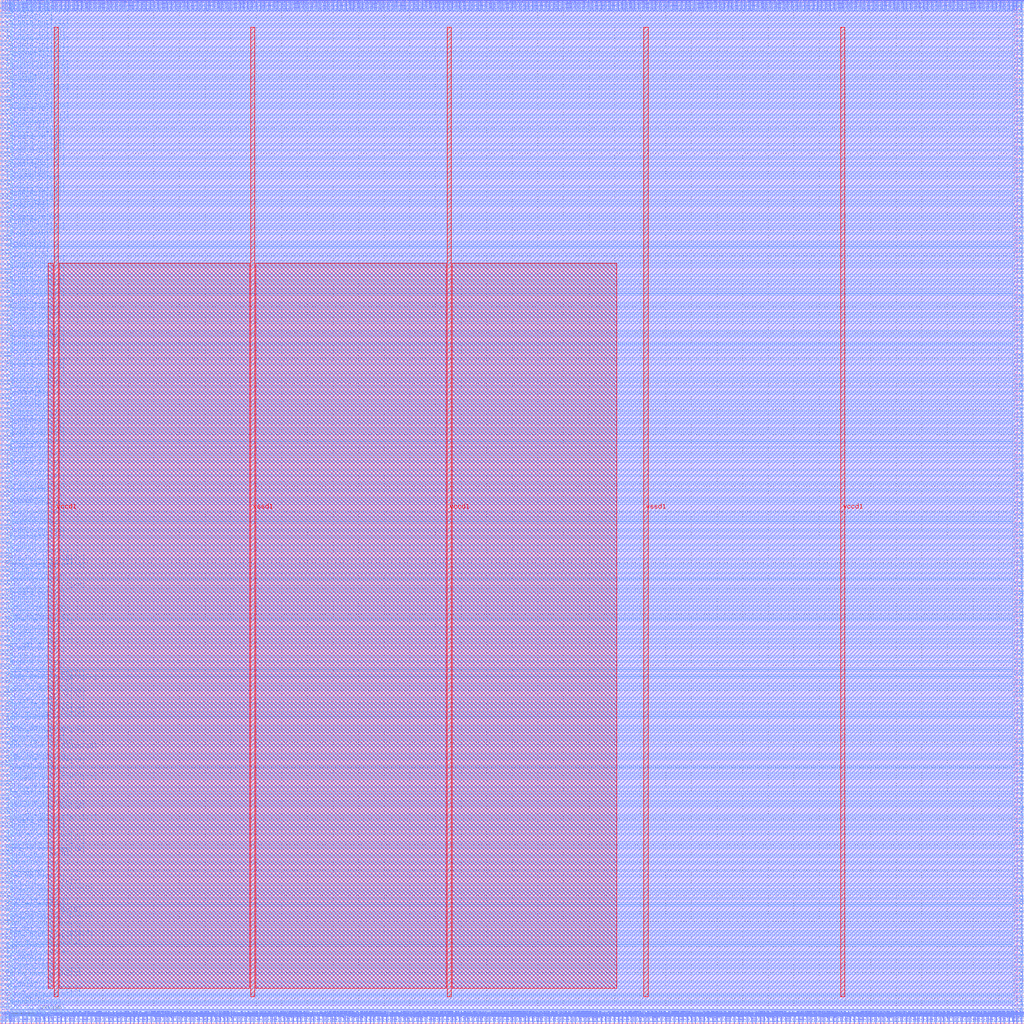
<source format=lef>
VERSION 5.7 ;
  NOWIREEXTENSIONATPIN ON ;
  DIVIDERCHAR "/" ;
  BUSBITCHARS "[]" ;
MACRO chip_controller
  CLASS BLOCK ;
  FOREIGN chip_controller ;
  ORIGIN 0.000 0.000 ;
  SIZE 400.000 BY 400.000 ;
  PIN addr0_to_sram[0]
    DIRECTION OUTPUT TRISTATE ;
    USE SIGNAL ;
    PORT
      LAYER met2 ;
        RECT 25.390 0.000 25.670 4.000 ;
    END
  END addr0_to_sram[0]
  PIN addr0_to_sram[10]
    DIRECTION OUTPUT TRISTATE ;
    USE SIGNAL ;
    PORT
      LAYER met2 ;
        RECT 95.770 0.000 96.050 4.000 ;
    END
  END addr0_to_sram[10]
  PIN addr0_to_sram[11]
    DIRECTION OUTPUT TRISTATE ;
    USE SIGNAL ;
    PORT
      LAYER met2 ;
        RECT 61.730 396.000 62.010 400.000 ;
    END
  END addr0_to_sram[11]
  PIN addr0_to_sram[12]
    DIRECTION OUTPUT TRISTATE ;
    USE SIGNAL ;
    PORT
      LAYER met3 ;
        RECT 396.000 83.000 400.000 83.600 ;
    END
  END addr0_to_sram[12]
  PIN addr0_to_sram[13]
    DIRECTION OUTPUT TRISTATE ;
    USE SIGNAL ;
    PORT
      LAYER met2 ;
        RECT 112.330 0.000 112.610 4.000 ;
    END
  END addr0_to_sram[13]
  PIN addr0_to_sram[14]
    DIRECTION OUTPUT TRISTATE ;
    USE SIGNAL ;
    PORT
      LAYER met2 ;
        RECT 81.510 396.000 81.790 400.000 ;
    END
  END addr0_to_sram[14]
  PIN addr0_to_sram[15]
    DIRECTION OUTPUT TRISTATE ;
    USE SIGNAL ;
    PORT
      LAYER met3 ;
        RECT 396.000 95.920 400.000 96.520 ;
    END
  END addr0_to_sram[15]
  PIN addr0_to_sram[16]
    DIRECTION OUTPUT TRISTATE ;
    USE SIGNAL ;
    PORT
      LAYER met3 ;
        RECT 0.000 107.480 4.000 108.080 ;
    END
  END addr0_to_sram[16]
  PIN addr0_to_sram[17]
    DIRECTION OUTPUT TRISTATE ;
    USE SIGNAL ;
    PORT
      LAYER met2 ;
        RECT 134.410 0.000 134.690 4.000 ;
    END
  END addr0_to_sram[17]
  PIN addr0_to_sram[18]
    DIRECTION OUTPUT TRISTATE ;
    USE SIGNAL ;
    PORT
      LAYER met2 ;
        RECT 137.630 0.000 137.910 4.000 ;
    END
  END addr0_to_sram[18]
  PIN addr0_to_sram[19]
    DIRECTION OUTPUT TRISTATE ;
    USE SIGNAL ;
    PORT
      LAYER met2 ;
        RECT 142.690 0.000 142.970 4.000 ;
    END
  END addr0_to_sram[19]
  PIN addr0_to_sram[1]
    DIRECTION OUTPUT TRISTATE ;
    USE SIGNAL ;
    PORT
      LAYER met2 ;
        RECT 30.450 0.000 30.730 4.000 ;
    END
  END addr0_to_sram[1]
  PIN addr0_to_sram[2]
    DIRECTION OUTPUT TRISTATE ;
    USE SIGNAL ;
    PORT
      LAYER met2 ;
        RECT 10.210 396.000 10.490 400.000 ;
    END
  END addr0_to_sram[2]
  PIN addr0_to_sram[3]
    DIRECTION OUTPUT TRISTATE ;
    USE SIGNAL ;
    PORT
      LAYER met2 ;
        RECT 18.490 396.000 18.770 400.000 ;
    END
  END addr0_to_sram[3]
  PIN addr0_to_sram[4]
    DIRECTION OUTPUT TRISTATE ;
    USE SIGNAL ;
    PORT
      LAYER met3 ;
        RECT 0.000 25.880 4.000 26.480 ;
    END
  END addr0_to_sram[4]
  PIN addr0_to_sram[5]
    DIRECTION OUTPUT TRISTATE ;
    USE SIGNAL ;
    PORT
      LAYER met2 ;
        RECT 57.130 0.000 57.410 4.000 ;
    END
  END addr0_to_sram[5]
  PIN addr0_to_sram[6]
    DIRECTION OUTPUT TRISTATE ;
    USE SIGNAL ;
    PORT
      LAYER met2 ;
        RECT 65.410 0.000 65.690 4.000 ;
    END
  END addr0_to_sram[6]
  PIN addr0_to_sram[7]
    DIRECTION OUTPUT TRISTATE ;
    USE SIGNAL ;
    PORT
      LAYER met2 ;
        RECT 35.050 396.000 35.330 400.000 ;
    END
  END addr0_to_sram[7]
  PIN addr0_to_sram[8]
    DIRECTION OUTPUT TRISTATE ;
    USE SIGNAL ;
    PORT
      LAYER met2 ;
        RECT 84.270 0.000 84.550 4.000 ;
    END
  END addr0_to_sram[8]
  PIN addr0_to_sram[9]
    DIRECTION OUTPUT TRISTATE ;
    USE SIGNAL ;
    PORT
      LAYER met3 ;
        RECT 0.000 60.560 4.000 61.160 ;
    END
  END addr0_to_sram[9]
  PIN addr_in[0]
    DIRECTION INPUT ;
    USE SIGNAL ;
    PORT
      LAYER met3 ;
        RECT 0.000 0.720 4.000 1.320 ;
    END
  END addr_in[0]
  PIN addr_in[10]
    DIRECTION INPUT ;
    USE SIGNAL ;
    PORT
      LAYER met2 ;
        RECT 97.610 0.000 97.890 4.000 ;
    END
  END addr_in[10]
  PIN addr_in[11]
    DIRECTION INPUT ;
    USE SIGNAL ;
    PORT
      LAYER met3 ;
        RECT 0.000 67.360 4.000 67.960 ;
    END
  END addr_in[11]
  PIN addr_in[12]
    DIRECTION INPUT ;
    USE SIGNAL ;
    PORT
      LAYER met3 ;
        RECT 0.000 80.280 4.000 80.880 ;
    END
  END addr_in[12]
  PIN addr_in[13]
    DIRECTION INPUT ;
    USE SIGNAL ;
    PORT
      LAYER met2 ;
        RECT 114.170 0.000 114.450 4.000 ;
    END
  END addr_in[13]
  PIN addr_in[14]
    DIRECTION INPUT ;
    USE SIGNAL ;
    PORT
      LAYER met2 ;
        RECT 117.390 0.000 117.670 4.000 ;
    END
  END addr_in[14]
  PIN addr_in[15]
    DIRECTION INPUT ;
    USE SIGNAL ;
    PORT
      LAYER met2 ;
        RECT 126.130 0.000 126.410 4.000 ;
    END
  END addr_in[15]
  PIN addr_in[16]
    DIRECTION INPUT ;
    USE SIGNAL ;
    PORT
      LAYER met2 ;
        RECT 98.070 396.000 98.350 400.000 ;
    END
  END addr_in[16]
  PIN addr_in[17]
    DIRECTION INPUT ;
    USE SIGNAL ;
    PORT
      LAYER met2 ;
        RECT 106.810 396.000 107.090 400.000 ;
    END
  END addr_in[17]
  PIN addr_in[18]
    DIRECTION INPUT ;
    USE SIGNAL ;
    PORT
      LAYER met2 ;
        RECT 119.690 396.000 119.970 400.000 ;
    END
  END addr_in[18]
  PIN addr_in[19]
    DIRECTION INPUT ;
    USE SIGNAL ;
    PORT
      LAYER met3 ;
        RECT 0.000 117.000 4.000 117.600 ;
    END
  END addr_in[19]
  PIN addr_in[1]
    DIRECTION INPUT ;
    USE SIGNAL ;
    PORT
      LAYER met2 ;
        RECT 1.930 396.000 2.210 400.000 ;
    END
  END addr_in[1]
  PIN addr_in[2]
    DIRECTION INPUT ;
    USE SIGNAL ;
    PORT
      LAYER met2 ;
        RECT 33.670 0.000 33.950 4.000 ;
    END
  END addr_in[2]
  PIN addr_in[3]
    DIRECTION INPUT ;
    USE SIGNAL ;
    PORT
      LAYER met2 ;
        RECT 20.330 396.000 20.610 400.000 ;
    END
  END addr_in[3]
  PIN addr_in[4]
    DIRECTION INPUT ;
    USE SIGNAL ;
    PORT
      LAYER met3 ;
        RECT 0.000 27.920 4.000 28.520 ;
    END
  END addr_in[4]
  PIN addr_in[5]
    DIRECTION INPUT ;
    USE SIGNAL ;
    PORT
      LAYER met2 ;
        RECT 58.970 0.000 59.250 4.000 ;
    END
  END addr_in[5]
  PIN addr_in[6]
    DIRECTION INPUT ;
    USE SIGNAL ;
    PORT
      LAYER met2 ;
        RECT 67.250 0.000 67.530 4.000 ;
    END
  END addr_in[6]
  PIN addr_in[7]
    DIRECTION INPUT ;
    USE SIGNAL ;
    PORT
      LAYER met2 ;
        RECT 36.890 396.000 37.170 400.000 ;
    END
  END addr_in[7]
  PIN addr_in[8]
    DIRECTION INPUT ;
    USE SIGNAL ;
    PORT
      LAYER met3 ;
        RECT 396.000 55.120 400.000 55.720 ;
    END
  END addr_in[8]
  PIN addr_in[9]
    DIRECTION INPUT ;
    USE SIGNAL ;
    PORT
      LAYER met3 ;
        RECT 0.000 61.920 4.000 62.520 ;
    END
  END addr_in[9]
  PIN addr_to_core_mem[0]
    DIRECTION OUTPUT TRISTATE ;
    USE SIGNAL ;
    PORT
      LAYER met3 ;
        RECT 396.000 5.480 400.000 6.080 ;
    END
  END addr_to_core_mem[0]
  PIN addr_to_core_mem[10]
    DIRECTION OUTPUT TRISTATE ;
    USE SIGNAL ;
    PORT
      LAYER met2 ;
        RECT 53.450 396.000 53.730 400.000 ;
    END
  END addr_to_core_mem[10]
  PIN addr_to_core_mem[11]
    DIRECTION OUTPUT TRISTATE ;
    USE SIGNAL ;
    PORT
      LAYER met3 ;
        RECT 396.000 79.600 400.000 80.200 ;
    END
  END addr_to_core_mem[11]
  PIN addr_to_core_mem[12]
    DIRECTION OUTPUT TRISTATE ;
    USE SIGNAL ;
    PORT
      LAYER met3 ;
        RECT 0.000 82.320 4.000 82.920 ;
    END
  END addr_to_core_mem[12]
  PIN addr_to_core_mem[13]
    DIRECTION OUTPUT TRISTATE ;
    USE SIGNAL ;
    PORT
      LAYER met3 ;
        RECT 396.000 87.760 400.000 88.360 ;
    END
  END addr_to_core_mem[13]
  PIN addr_to_core_mem[14]
    DIRECTION OUTPUT TRISTATE ;
    USE SIGNAL ;
    PORT
      LAYER met2 ;
        RECT 119.230 0.000 119.510 4.000 ;
    END
  END addr_to_core_mem[14]
  PIN addr_to_core_mem[15]
    DIRECTION OUTPUT TRISTATE ;
    USE SIGNAL ;
    PORT
      LAYER met3 ;
        RECT 396.000 97.960 400.000 98.560 ;
    END
  END addr_to_core_mem[15]
  PIN addr_to_core_mem[16]
    DIRECTION OUTPUT TRISTATE ;
    USE SIGNAL ;
    PORT
      LAYER met3 ;
        RECT 396.000 102.720 400.000 103.320 ;
    END
  END addr_to_core_mem[16]
  PIN addr_to_core_mem[17]
    DIRECTION OUTPUT TRISTATE ;
    USE SIGNAL ;
    PORT
      LAYER met2 ;
        RECT 108.190 396.000 108.470 400.000 ;
    END
  END addr_to_core_mem[17]
  PIN addr_to_core_mem[18]
    DIRECTION OUTPUT TRISTATE ;
    USE SIGNAL ;
    PORT
      LAYER met3 ;
        RECT 396.000 119.040 400.000 119.640 ;
    END
  END addr_to_core_mem[18]
  PIN addr_to_core_mem[19]
    DIRECTION OUTPUT TRISTATE ;
    USE SIGNAL ;
    PORT
      LAYER met3 ;
        RECT 0.000 118.360 4.000 118.960 ;
    END
  END addr_to_core_mem[19]
  PIN addr_to_core_mem[1]
    DIRECTION OUTPUT TRISTATE ;
    USE SIGNAL ;
    PORT
      LAYER met2 ;
        RECT 3.770 396.000 4.050 400.000 ;
    END
  END addr_to_core_mem[1]
  PIN addr_to_core_mem[2]
    DIRECTION OUTPUT TRISTATE ;
    USE SIGNAL ;
    PORT
      LAYER met2 ;
        RECT 35.510 0.000 35.790 4.000 ;
    END
  END addr_to_core_mem[2]
  PIN addr_to_core_mem[3]
    DIRECTION OUTPUT TRISTATE ;
    USE SIGNAL ;
    PORT
      LAYER met2 ;
        RECT 21.710 396.000 21.990 400.000 ;
    END
  END addr_to_core_mem[3]
  PIN addr_to_core_mem[4]
    DIRECTION OUTPUT TRISTATE ;
    USE SIGNAL ;
    PORT
      LAYER met3 ;
        RECT 0.000 29.280 4.000 29.880 ;
    END
  END addr_to_core_mem[4]
  PIN addr_to_core_mem[5]
    DIRECTION OUTPUT TRISTATE ;
    USE SIGNAL ;
    PORT
      LAYER met2 ;
        RECT 26.770 396.000 27.050 400.000 ;
    END
  END addr_to_core_mem[5]
  PIN addr_to_core_mem[6]
    DIRECTION OUTPUT TRISTATE ;
    USE SIGNAL ;
    PORT
      LAYER met3 ;
        RECT 0.000 42.200 4.000 42.800 ;
    END
  END addr_to_core_mem[6]
  PIN addr_to_core_mem[7]
    DIRECTION OUTPUT TRISTATE ;
    USE SIGNAL ;
    PORT
      LAYER met2 ;
        RECT 74.150 0.000 74.430 4.000 ;
    END
  END addr_to_core_mem[7]
  PIN addr_to_core_mem[8]
    DIRECTION OUTPUT TRISTATE ;
    USE SIGNAL ;
    PORT
      LAYER met2 ;
        RECT 85.650 0.000 85.930 4.000 ;
    END
  END addr_to_core_mem[8]
  PIN addr_to_core_mem[9]
    DIRECTION OUTPUT TRISTATE ;
    USE SIGNAL ;
    PORT
      LAYER met2 ;
        RECT 45.170 396.000 45.450 400.000 ;
    END
  END addr_to_core_mem[9]
  PIN clk
    DIRECTION OUTPUT TRISTATE ;
    USE SIGNAL ;
    PORT
      LAYER met2 ;
        RECT 3.770 0.000 4.050 4.000 ;
    END
  END clk
  PIN core0_data_print[0]
    DIRECTION INPUT ;
    USE SIGNAL ;
    PORT
      LAYER met3 ;
        RECT 0.000 2.080 4.000 2.680 ;
    END
  END core0_data_print[0]
  PIN core0_data_print[10]
    DIRECTION INPUT ;
    USE SIGNAL ;
    PORT
      LAYER met2 ;
        RECT 55.290 396.000 55.570 400.000 ;
    END
  END core0_data_print[10]
  PIN core0_data_print[11]
    DIRECTION INPUT ;
    USE SIGNAL ;
    PORT
      LAYER met2 ;
        RECT 102.670 0.000 102.950 4.000 ;
    END
  END core0_data_print[11]
  PIN core0_data_print[12]
    DIRECTION INPUT ;
    USE SIGNAL ;
    PORT
      LAYER met3 ;
        RECT 396.000 84.360 400.000 84.960 ;
    END
  END core0_data_print[12]
  PIN core0_data_print[13]
    DIRECTION INPUT ;
    USE SIGNAL ;
    PORT
      LAYER met3 ;
        RECT 0.000 91.160 4.000 91.760 ;
    END
  END core0_data_print[13]
  PIN core0_data_print[14]
    DIRECTION INPUT ;
    USE SIGNAL ;
    PORT
      LAYER met2 ;
        RECT 83.350 396.000 83.630 400.000 ;
    END
  END core0_data_print[14]
  PIN core0_data_print[15]
    DIRECTION INPUT ;
    USE SIGNAL ;
    PORT
      LAYER met2 ;
        RECT 91.630 396.000 91.910 400.000 ;
    END
  END core0_data_print[15]
  PIN core0_data_print[16]
    DIRECTION INPUT ;
    USE SIGNAL ;
    PORT
      LAYER met2 ;
        RECT 99.910 396.000 100.190 400.000 ;
    END
  END core0_data_print[16]
  PIN core0_data_print[17]
    DIRECTION INPUT ;
    USE SIGNAL ;
    PORT
      LAYER met2 ;
        RECT 135.790 0.000 136.070 4.000 ;
    END
  END core0_data_print[17]
  PIN core0_data_print[18]
    DIRECTION INPUT ;
    USE SIGNAL ;
    PORT
      LAYER met3 ;
        RECT 0.000 112.920 4.000 113.520 ;
    END
  END core0_data_print[18]
  PIN core0_data_print[19]
    DIRECTION INPUT ;
    USE SIGNAL ;
    PORT
      LAYER met3 ;
        RECT 0.000 120.400 4.000 121.000 ;
    END
  END core0_data_print[19]
  PIN core0_data_print[1]
    DIRECTION INPUT ;
    USE SIGNAL ;
    PORT
      LAYER met3 ;
        RECT 0.000 9.560 4.000 10.160 ;
    END
  END core0_data_print[1]
  PIN core0_data_print[20]
    DIRECTION INPUT ;
    USE SIGNAL ;
    PORT
      LAYER met3 ;
        RECT 0.000 125.840 4.000 126.440 ;
    END
  END core0_data_print[20]
  PIN core0_data_print[21]
    DIRECTION INPUT ;
    USE SIGNAL ;
    PORT
      LAYER met3 ;
        RECT 396.000 142.160 400.000 142.760 ;
    END
  END core0_data_print[21]
  PIN core0_data_print[22]
    DIRECTION INPUT ;
    USE SIGNAL ;
    PORT
      LAYER met2 ;
        RECT 136.710 396.000 136.990 400.000 ;
    END
  END core0_data_print[22]
  PIN core0_data_print[23]
    DIRECTION INPUT ;
    USE SIGNAL ;
    PORT
      LAYER met3 ;
        RECT 396.000 153.720 400.000 154.320 ;
    END
  END core0_data_print[23]
  PIN core0_data_print[24]
    DIRECTION INPUT ;
    USE SIGNAL ;
    PORT
      LAYER met2 ;
        RECT 159.250 0.000 159.530 4.000 ;
    END
  END core0_data_print[24]
  PIN core0_data_print[25]
    DIRECTION INPUT ;
    USE SIGNAL ;
    PORT
      LAYER met2 ;
        RECT 156.490 396.000 156.770 400.000 ;
    END
  END core0_data_print[25]
  PIN core0_data_print[26]
    DIRECTION INPUT ;
    USE SIGNAL ;
    PORT
      LAYER met2 ;
        RECT 161.550 396.000 161.830 400.000 ;
    END
  END core0_data_print[26]
  PIN core0_data_print[27]
    DIRECTION INPUT ;
    USE SIGNAL ;
    PORT
      LAYER met2 ;
        RECT 176.270 0.000 176.550 4.000 ;
    END
  END core0_data_print[27]
  PIN core0_data_print[28]
    DIRECTION INPUT ;
    USE SIGNAL ;
    PORT
      LAYER met3 ;
        RECT 0.000 169.360 4.000 169.960 ;
    END
  END core0_data_print[28]
  PIN core0_data_print[29]
    DIRECTION INPUT ;
    USE SIGNAL ;
    PORT
      LAYER met3 ;
        RECT 0.000 176.840 4.000 177.440 ;
    END
  END core0_data_print[29]
  PIN core0_data_print[2]
    DIRECTION INPUT ;
    USE SIGNAL ;
    PORT
      LAYER met3 ;
        RECT 396.000 23.840 400.000 24.440 ;
    END
  END core0_data_print[2]
  PIN core0_data_print[30]
    DIRECTION INPUT ;
    USE SIGNAL ;
    PORT
      LAYER met2 ;
        RECT 184.550 396.000 184.830 400.000 ;
    END
  END core0_data_print[30]
  PIN core0_data_print[31]
    DIRECTION INPUT ;
    USE SIGNAL ;
    PORT
      LAYER met3 ;
        RECT 396.000 190.440 400.000 191.040 ;
    END
  END core0_data_print[31]
  PIN core0_data_print[3]
    DIRECTION INPUT ;
    USE SIGNAL ;
    PORT
      LAYER met3 ;
        RECT 0.000 17.040 4.000 17.640 ;
    END
  END core0_data_print[3]
  PIN core0_data_print[4]
    DIRECTION INPUT ;
    USE SIGNAL ;
    PORT
      LAYER met3 ;
        RECT 0.000 31.320 4.000 31.920 ;
    END
  END core0_data_print[4]
  PIN core0_data_print[5]
    DIRECTION INPUT ;
    USE SIGNAL ;
    PORT
      LAYER met3 ;
        RECT 396.000 38.120 400.000 38.720 ;
    END
  END core0_data_print[5]
  PIN core0_data_print[6]
    DIRECTION INPUT ;
    USE SIGNAL ;
    PORT
      LAYER met3 ;
        RECT 396.000 43.560 400.000 44.160 ;
    END
  END core0_data_print[6]
  PIN core0_data_print[7]
    DIRECTION INPUT ;
    USE SIGNAL ;
    PORT
      LAYER met2 ;
        RECT 75.530 0.000 75.810 4.000 ;
    END
  END core0_data_print[7]
  PIN core0_data_print[8]
    DIRECTION INPUT ;
    USE SIGNAL ;
    PORT
      LAYER met3 ;
        RECT 396.000 56.480 400.000 57.080 ;
    END
  END core0_data_print[8]
  PIN core0_data_print[9]
    DIRECTION INPUT ;
    USE SIGNAL ;
    PORT
      LAYER met3 ;
        RECT 396.000 63.280 400.000 63.880 ;
    END
  END core0_data_print[9]
  PIN csb0_to_sram
    DIRECTION OUTPUT TRISTATE ;
    USE SIGNAL ;
    PORT
      LAYER met3 ;
        RECT 396.000 2.080 400.000 2.680 ;
    END
  END csb0_to_sram
  PIN data_out_to_core[0]
    DIRECTION OUTPUT TRISTATE ;
    USE SIGNAL ;
    PORT
      LAYER met2 ;
        RECT 27.230 0.000 27.510 4.000 ;
    END
  END data_out_to_core[0]
  PIN data_out_to_core[10]
    DIRECTION OUTPUT TRISTATE ;
    USE SIGNAL ;
    PORT
      LAYER met2 ;
        RECT 56.670 396.000 56.950 400.000 ;
    END
  END data_out_to_core[10]
  PIN data_out_to_core[11]
    DIRECTION OUTPUT TRISTATE ;
    USE SIGNAL ;
    PORT
      LAYER met3 ;
        RECT 0.000 69.400 4.000 70.000 ;
    END
  END data_out_to_core[11]
  PIN data_out_to_core[12]
    DIRECTION OUTPUT TRISTATE ;
    USE SIGNAL ;
    PORT
      LAYER met3 ;
        RECT 0.000 83.680 4.000 84.280 ;
    END
  END data_out_to_core[12]
  PIN data_out_to_core[13]
    DIRECTION OUTPUT TRISTATE ;
    USE SIGNAL ;
    PORT
      LAYER met2 ;
        RECT 71.850 396.000 72.130 400.000 ;
    END
  END data_out_to_core[13]
  PIN data_out_to_core[14]
    DIRECTION OUTPUT TRISTATE ;
    USE SIGNAL ;
    PORT
      LAYER met2 ;
        RECT 85.190 396.000 85.470 400.000 ;
    END
  END data_out_to_core[14]
  PIN data_out_to_core[15]
    DIRECTION OUTPUT TRISTATE ;
    USE SIGNAL ;
    PORT
      LAYER met3 ;
        RECT 0.000 100.680 4.000 101.280 ;
    END
  END data_out_to_core[15]
  PIN data_out_to_core[16]
    DIRECTION OUTPUT TRISTATE ;
    USE SIGNAL ;
    PORT
      LAYER met2 ;
        RECT 130.730 0.000 131.010 4.000 ;
    END
  END data_out_to_core[16]
  PIN data_out_to_core[17]
    DIRECTION OUTPUT TRISTATE ;
    USE SIGNAL ;
    PORT
      LAYER met2 ;
        RECT 110.030 396.000 110.310 400.000 ;
    END
  END data_out_to_core[17]
  PIN data_out_to_core[18]
    DIRECTION OUTPUT TRISTATE ;
    USE SIGNAL ;
    PORT
      LAYER met2 ;
        RECT 139.470 0.000 139.750 4.000 ;
    END
  END data_out_to_core[18]
  PIN data_out_to_core[19]
    DIRECTION OUTPUT TRISTATE ;
    USE SIGNAL ;
    PORT
      LAYER met3 ;
        RECT 396.000 129.240 400.000 129.840 ;
    END
  END data_out_to_core[19]
  PIN data_out_to_core[1]
    DIRECTION OUTPUT TRISTATE ;
    USE SIGNAL ;
    PORT
      LAYER met2 ;
        RECT 5.150 396.000 5.430 400.000 ;
    END
  END data_out_to_core[1]
  PIN data_out_to_core[20]
    DIRECTION OUTPUT TRISTATE ;
    USE SIGNAL ;
    PORT
      LAYER met2 ;
        RECT 145.910 0.000 146.190 4.000 ;
    END
  END data_out_to_core[20]
  PIN data_out_to_core[21]
    DIRECTION OUTPUT TRISTATE ;
    USE SIGNAL ;
    PORT
      LAYER met2 ;
        RECT 150.970 0.000 151.250 4.000 ;
    END
  END data_out_to_core[21]
  PIN data_out_to_core[22]
    DIRECTION OUTPUT TRISTATE ;
    USE SIGNAL ;
    PORT
      LAYER met3 ;
        RECT 396.000 148.960 400.000 149.560 ;
    END
  END data_out_to_core[22]
  PIN data_out_to_core[23]
    DIRECTION OUTPUT TRISTATE ;
    USE SIGNAL ;
    PORT
      LAYER met2 ;
        RECT 156.030 0.000 156.310 4.000 ;
    END
  END data_out_to_core[23]
  PIN data_out_to_core[24]
    DIRECTION OUTPUT TRISTATE ;
    USE SIGNAL ;
    PORT
      LAYER met2 ;
        RECT 149.590 396.000 149.870 400.000 ;
    END
  END data_out_to_core[24]
  PIN data_out_to_core[25]
    DIRECTION OUTPUT TRISTATE ;
    USE SIGNAL ;
    PORT
      LAYER met2 ;
        RECT 164.310 0.000 164.590 4.000 ;
    END
  END data_out_to_core[25]
  PIN data_out_to_core[26]
    DIRECTION OUTPUT TRISTATE ;
    USE SIGNAL ;
    PORT
      LAYER met2 ;
        RECT 171.210 0.000 171.490 4.000 ;
    END
  END data_out_to_core[26]
  PIN data_out_to_core[27]
    DIRECTION OUTPUT TRISTATE ;
    USE SIGNAL ;
    PORT
      LAYER met2 ;
        RECT 177.650 0.000 177.930 4.000 ;
    END
  END data_out_to_core[27]
  PIN data_out_to_core[28]
    DIRECTION OUTPUT TRISTATE ;
    USE SIGNAL ;
    PORT
      LAYER met2 ;
        RECT 173.050 396.000 173.330 400.000 ;
    END
  END data_out_to_core[28]
  PIN data_out_to_core[29]
    DIRECTION OUTPUT TRISTATE ;
    USE SIGNAL ;
    PORT
      LAYER met3 ;
        RECT 396.000 176.840 400.000 177.440 ;
    END
  END data_out_to_core[29]
  PIN data_out_to_core[2]
    DIRECTION OUTPUT TRISTATE ;
    USE SIGNAL ;
    PORT
      LAYER met2 ;
        RECT 37.350 0.000 37.630 4.000 ;
    END
  END data_out_to_core[2]
  PIN data_out_to_core[30]
    DIRECTION OUTPUT TRISTATE ;
    USE SIGNAL ;
    PORT
      LAYER met3 ;
        RECT 0.000 180.240 4.000 180.840 ;
    END
  END data_out_to_core[30]
  PIN data_out_to_core[31]
    DIRECTION OUTPUT TRISTATE ;
    USE SIGNAL ;
    PORT
      LAYER met2 ;
        RECT 199.730 0.000 200.010 4.000 ;
    END
  END data_out_to_core[31]
  PIN data_out_to_core[3]
    DIRECTION OUTPUT TRISTATE ;
    USE SIGNAL ;
    PORT
      LAYER met3 ;
        RECT 0.000 18.400 4.000 19.000 ;
    END
  END data_out_to_core[3]
  PIN data_out_to_core[4]
    DIRECTION OUTPUT TRISTATE ;
    USE SIGNAL ;
    PORT
      LAYER met2 ;
        RECT 48.850 0.000 49.130 4.000 ;
    END
  END data_out_to_core[4]
  PIN data_out_to_core[5]
    DIRECTION OUTPUT TRISTATE ;
    USE SIGNAL ;
    PORT
      LAYER met2 ;
        RECT 60.810 0.000 61.090 4.000 ;
    END
  END data_out_to_core[5]
  PIN data_out_to_core[6]
    DIRECTION OUTPUT TRISTATE ;
    USE SIGNAL ;
    PORT
      LAYER met3 ;
        RECT 396.000 44.920 400.000 45.520 ;
    END
  END data_out_to_core[6]
  PIN data_out_to_core[7]
    DIRECTION OUTPUT TRISTATE ;
    USE SIGNAL ;
    PORT
      LAYER met3 ;
        RECT 0.000 53.080 4.000 53.680 ;
    END
  END data_out_to_core[7]
  PIN data_out_to_core[8]
    DIRECTION OUTPUT TRISTATE ;
    USE SIGNAL ;
    PORT
      LAYER met2 ;
        RECT 87.490 0.000 87.770 4.000 ;
    END
  END data_out_to_core[8]
  PIN data_out_to_core[9]
    DIRECTION OUTPUT TRISTATE ;
    USE SIGNAL ;
    PORT
      LAYER met2 ;
        RECT 47.010 396.000 47.290 400.000 ;
    END
  END data_out_to_core[9]
  PIN data_to_core_mem[0]
    DIRECTION OUTPUT TRISTATE ;
    USE SIGNAL ;
    PORT
      LAYER met2 ;
        RECT 0.550 396.000 0.830 400.000 ;
    END
  END data_to_core_mem[0]
  PIN data_to_core_mem[10]
    DIRECTION OUTPUT TRISTATE ;
    USE SIGNAL ;
    PORT
      LAYER met3 ;
        RECT 0.000 66.000 4.000 66.600 ;
    END
  END data_to_core_mem[10]
  PIN data_to_core_mem[11]
    DIRECTION OUTPUT TRISTATE ;
    USE SIGNAL ;
    PORT
      LAYER met3 ;
        RECT 0.000 71.440 4.000 72.040 ;
    END
  END data_to_core_mem[11]
  PIN data_to_core_mem[12]
    DIRECTION OUTPUT TRISTATE ;
    USE SIGNAL ;
    PORT
      LAYER met2 ;
        RECT 105.890 0.000 106.170 4.000 ;
    END
  END data_to_core_mem[12]
  PIN data_to_core_mem[13]
    DIRECTION OUTPUT TRISTATE ;
    USE SIGNAL ;
    PORT
      LAYER met2 ;
        RECT 73.230 396.000 73.510 400.000 ;
    END
  END data_to_core_mem[13]
  PIN data_to_core_mem[14]
    DIRECTION OUTPUT TRISTATE ;
    USE SIGNAL ;
    PORT
      LAYER met2 ;
        RECT 86.570 396.000 86.850 400.000 ;
    END
  END data_to_core_mem[14]
  PIN data_to_core_mem[15]
    DIRECTION OUTPUT TRISTATE ;
    USE SIGNAL ;
    PORT
      LAYER met2 ;
        RECT 93.470 396.000 93.750 400.000 ;
    END
  END data_to_core_mem[15]
  PIN data_to_core_mem[16]
    DIRECTION OUTPUT TRISTATE ;
    USE SIGNAL ;
    PORT
      LAYER met2 ;
        RECT 101.750 396.000 102.030 400.000 ;
    END
  END data_to_core_mem[16]
  PIN data_to_core_mem[17]
    DIRECTION OUTPUT TRISTATE ;
    USE SIGNAL ;
    PORT
      LAYER met2 ;
        RECT 111.410 396.000 111.690 400.000 ;
    END
  END data_to_core_mem[17]
  PIN data_to_core_mem[18]
    DIRECTION OUTPUT TRISTATE ;
    USE SIGNAL ;
    PORT
      LAYER met2 ;
        RECT 121.530 396.000 121.810 400.000 ;
    END
  END data_to_core_mem[18]
  PIN data_to_core_mem[19]
    DIRECTION OUTPUT TRISTATE ;
    USE SIGNAL ;
    PORT
      LAYER met2 ;
        RECT 126.590 396.000 126.870 400.000 ;
    END
  END data_to_core_mem[19]
  PIN data_to_core_mem[1]
    DIRECTION OUTPUT TRISTATE ;
    USE SIGNAL ;
    PORT
      LAYER met3 ;
        RECT 0.000 11.600 4.000 12.200 ;
    END
  END data_to_core_mem[1]
  PIN data_to_core_mem[20]
    DIRECTION OUTPUT TRISTATE ;
    USE SIGNAL ;
    PORT
      LAYER met3 ;
        RECT 0.000 127.880 4.000 128.480 ;
    END
  END data_to_core_mem[20]
  PIN data_to_core_mem[21]
    DIRECTION OUTPUT TRISTATE ;
    USE SIGNAL ;
    PORT
      LAYER met3 ;
        RECT 0.000 134.680 4.000 135.280 ;
    END
  END data_to_core_mem[21]
  PIN data_to_core_mem[22]
    DIRECTION OUTPUT TRISTATE ;
    USE SIGNAL ;
    PORT
      LAYER met2 ;
        RECT 138.090 396.000 138.370 400.000 ;
    END
  END data_to_core_mem[22]
  PIN data_to_core_mem[23]
    DIRECTION OUTPUT TRISTATE ;
    USE SIGNAL ;
    PORT
      LAYER met2 ;
        RECT 144.990 396.000 145.270 400.000 ;
    END
  END data_to_core_mem[23]
  PIN data_to_core_mem[24]
    DIRECTION OUTPUT TRISTATE ;
    USE SIGNAL ;
    PORT
      LAYER met3 ;
        RECT 396.000 159.160 400.000 159.760 ;
    END
  END data_to_core_mem[24]
  PIN data_to_core_mem[25]
    DIRECTION OUTPUT TRISTATE ;
    USE SIGNAL ;
    PORT
      LAYER met2 ;
        RECT 166.150 0.000 166.430 4.000 ;
    END
  END data_to_core_mem[25]
  PIN data_to_core_mem[26]
    DIRECTION OUTPUT TRISTATE ;
    USE SIGNAL ;
    PORT
      LAYER met2 ;
        RECT 172.590 0.000 172.870 4.000 ;
    END
  END data_to_core_mem[26]
  PIN data_to_core_mem[27]
    DIRECTION OUTPUT TRISTATE ;
    USE SIGNAL ;
    PORT
      LAYER met2 ;
        RECT 169.830 396.000 170.110 400.000 ;
    END
  END data_to_core_mem[27]
  PIN data_to_core_mem[28]
    DIRECTION OUTPUT TRISTATE ;
    USE SIGNAL ;
    PORT
      LAYER met2 ;
        RECT 184.550 0.000 184.830 4.000 ;
    END
  END data_to_core_mem[28]
  PIN data_to_core_mem[29]
    DIRECTION OUTPUT TRISTATE ;
    USE SIGNAL ;
    PORT
      LAYER met2 ;
        RECT 190.990 0.000 191.270 4.000 ;
    END
  END data_to_core_mem[29]
  PIN data_to_core_mem[2]
    DIRECTION OUTPUT TRISTATE ;
    USE SIGNAL ;
    PORT
      LAYER met3 ;
        RECT 396.000 25.200 400.000 25.800 ;
    END
  END data_to_core_mem[2]
  PIN data_to_core_mem[30]
    DIRECTION OUTPUT TRISTATE ;
    USE SIGNAL ;
    PORT
      LAYER met2 ;
        RECT 186.390 396.000 186.670 400.000 ;
    END
  END data_to_core_mem[30]
  PIN data_to_core_mem[31]
    DIRECTION OUTPUT TRISTATE ;
    USE SIGNAL ;
    PORT
      LAYER met2 ;
        RECT 201.110 0.000 201.390 4.000 ;
    END
  END data_to_core_mem[31]
  PIN data_to_core_mem[3]
    DIRECTION OUTPUT TRISTATE ;
    USE SIGNAL ;
    PORT
      LAYER met3 ;
        RECT 396.000 28.600 400.000 29.200 ;
    END
  END data_to_core_mem[3]
  PIN data_to_core_mem[4]
    DIRECTION OUTPUT TRISTATE ;
    USE SIGNAL ;
    PORT
      LAYER met2 ;
        RECT 50.690 0.000 50.970 4.000 ;
    END
  END data_to_core_mem[4]
  PIN data_to_core_mem[5]
    DIRECTION OUTPUT TRISTATE ;
    USE SIGNAL ;
    PORT
      LAYER met3 ;
        RECT 0.000 36.760 4.000 37.360 ;
    END
  END data_to_core_mem[5]
  PIN data_to_core_mem[6]
    DIRECTION OUTPUT TRISTATE ;
    USE SIGNAL ;
    PORT
      LAYER met3 ;
        RECT 396.000 46.960 400.000 47.560 ;
    END
  END data_to_core_mem[6]
  PIN data_to_core_mem[7]
    DIRECTION OUTPUT TRISTATE ;
    USE SIGNAL ;
    PORT
      LAYER met2 ;
        RECT 77.370 0.000 77.650 4.000 ;
    END
  END data_to_core_mem[7]
  PIN data_to_core_mem[8]
    DIRECTION OUTPUT TRISTATE ;
    USE SIGNAL ;
    PORT
      LAYER met2 ;
        RECT 40.110 396.000 40.390 400.000 ;
    END
  END data_to_core_mem[8]
  PIN data_to_core_mem[9]
    DIRECTION OUTPUT TRISTATE ;
    USE SIGNAL ;
    PORT
      LAYER met2 ;
        RECT 92.550 0.000 92.830 4.000 ;
    END
  END data_to_core_mem[9]
  PIN din0_to_sram[0]
    DIRECTION OUTPUT TRISTATE ;
    USE SIGNAL ;
    PORT
      LAYER met3 ;
        RECT 0.000 4.120 4.000 4.720 ;
    END
  END din0_to_sram[0]
  PIN din0_to_sram[10]
    DIRECTION OUTPUT TRISTATE ;
    USE SIGNAL ;
    PORT
      LAYER met3 ;
        RECT 396.000 71.440 400.000 72.040 ;
    END
  END din0_to_sram[10]
  PIN din0_to_sram[11]
    DIRECTION OUTPUT TRISTATE ;
    USE SIGNAL ;
    PORT
      LAYER met2 ;
        RECT 104.050 0.000 104.330 4.000 ;
    END
  END din0_to_sram[11]
  PIN din0_to_sram[12]
    DIRECTION OUTPUT TRISTATE ;
    USE SIGNAL ;
    PORT
      LAYER met3 ;
        RECT 0.000 85.720 4.000 86.320 ;
    END
  END din0_to_sram[12]
  PIN din0_to_sram[13]
    DIRECTION OUTPUT TRISTATE ;
    USE SIGNAL ;
    PORT
      LAYER met2 ;
        RECT 75.070 396.000 75.350 400.000 ;
    END
  END din0_to_sram[13]
  PIN din0_to_sram[14]
    DIRECTION OUTPUT TRISTATE ;
    USE SIGNAL ;
    PORT
      LAYER met2 ;
        RECT 88.410 396.000 88.690 400.000 ;
    END
  END din0_to_sram[14]
  PIN din0_to_sram[15]
    DIRECTION OUTPUT TRISTATE ;
    USE SIGNAL ;
    PORT
      LAYER met3 ;
        RECT 0.000 102.040 4.000 102.640 ;
    END
  END din0_to_sram[15]
  PIN din0_to_sram[16]
    DIRECTION OUTPUT TRISTATE ;
    USE SIGNAL ;
    PORT
      LAYER met3 ;
        RECT 396.000 104.760 400.000 105.360 ;
    END
  END din0_to_sram[16]
  PIN din0_to_sram[17]
    DIRECTION OUTPUT TRISTATE ;
    USE SIGNAL ;
    PORT
      LAYER met2 ;
        RECT 113.250 396.000 113.530 400.000 ;
    END
  END din0_to_sram[17]
  PIN din0_to_sram[18]
    DIRECTION OUTPUT TRISTATE ;
    USE SIGNAL ;
    PORT
      LAYER met3 ;
        RECT 396.000 121.080 400.000 121.680 ;
    END
  END din0_to_sram[18]
  PIN din0_to_sram[19]
    DIRECTION OUTPUT TRISTATE ;
    USE SIGNAL ;
    PORT
      LAYER met2 ;
        RECT 127.970 396.000 128.250 400.000 ;
    END
  END din0_to_sram[19]
  PIN din0_to_sram[1]
    DIRECTION OUTPUT TRISTATE ;
    USE SIGNAL ;
    PORT
      LAYER met3 ;
        RECT 396.000 15.000 400.000 15.600 ;
    END
  END din0_to_sram[1]
  PIN din0_to_sram[20]
    DIRECTION OUTPUT TRISTATE ;
    USE SIGNAL ;
    PORT
      LAYER met3 ;
        RECT 0.000 129.240 4.000 129.840 ;
    END
  END din0_to_sram[20]
  PIN din0_to_sram[21]
    DIRECTION OUTPUT TRISTATE ;
    USE SIGNAL ;
    PORT
      LAYER met3 ;
        RECT 0.000 136.720 4.000 137.320 ;
    END
  END din0_to_sram[21]
  PIN din0_to_sram[22]
    DIRECTION OUTPUT TRISTATE ;
    USE SIGNAL ;
    PORT
      LAYER met3 ;
        RECT 396.000 151.000 400.000 151.600 ;
    END
  END din0_to_sram[22]
  PIN din0_to_sram[23]
    DIRECTION OUTPUT TRISTATE ;
    USE SIGNAL ;
    PORT
      LAYER met3 ;
        RECT 396.000 155.760 400.000 156.360 ;
    END
  END din0_to_sram[23]
  PIN din0_to_sram[24]
    DIRECTION OUTPUT TRISTATE ;
    USE SIGNAL ;
    PORT
      LAYER met2 ;
        RECT 151.430 396.000 151.710 400.000 ;
    END
  END din0_to_sram[24]
  PIN din0_to_sram[25]
    DIRECTION OUTPUT TRISTATE ;
    USE SIGNAL ;
    PORT
      LAYER met3 ;
        RECT 0.000 156.440 4.000 157.040 ;
    END
  END din0_to_sram[25]
  PIN din0_to_sram[26]
    DIRECTION OUTPUT TRISTATE ;
    USE SIGNAL ;
    PORT
      LAYER met3 ;
        RECT 0.000 160.520 4.000 161.120 ;
    END
  END din0_to_sram[26]
  PIN din0_to_sram[27]
    DIRECTION OUTPUT TRISTATE ;
    USE SIGNAL ;
    PORT
      LAYER met2 ;
        RECT 179.490 0.000 179.770 4.000 ;
    END
  END din0_to_sram[27]
  PIN din0_to_sram[28]
    DIRECTION OUTPUT TRISTATE ;
    USE SIGNAL ;
    PORT
      LAYER met2 ;
        RECT 186.390 0.000 186.670 4.000 ;
    END
  END din0_to_sram[28]
  PIN din0_to_sram[29]
    DIRECTION OUTPUT TRISTATE ;
    USE SIGNAL ;
    PORT
      LAYER met3 ;
        RECT 396.000 178.880 400.000 179.480 ;
    END
  END din0_to_sram[29]
  PIN din0_to_sram[2]
    DIRECTION OUTPUT TRISTATE ;
    USE SIGNAL ;
    PORT
      LAYER met2 ;
        RECT 12.050 396.000 12.330 400.000 ;
    END
  END din0_to_sram[2]
  PIN din0_to_sram[30]
    DIRECTION OUTPUT TRISTATE ;
    USE SIGNAL ;
    PORT
      LAYER met3 ;
        RECT 396.000 183.640 400.000 184.240 ;
    END
  END din0_to_sram[30]
  PIN din0_to_sram[31]
    DIRECTION OUTPUT TRISTATE ;
    USE SIGNAL ;
    PORT
      LAYER met3 ;
        RECT 0.000 182.280 4.000 182.880 ;
    END
  END din0_to_sram[31]
  PIN din0_to_sram[3]
    DIRECTION OUTPUT TRISTATE ;
    USE SIGNAL ;
    PORT
      LAYER met2 ;
        RECT 43.790 0.000 44.070 4.000 ;
    END
  END din0_to_sram[3]
  PIN din0_to_sram[4]
    DIRECTION OUTPUT TRISTATE ;
    USE SIGNAL ;
    PORT
      LAYER met2 ;
        RECT 25.390 396.000 25.670 400.000 ;
    END
  END din0_to_sram[4]
  PIN din0_to_sram[5]
    DIRECTION OUTPUT TRISTATE ;
    USE SIGNAL ;
    PORT
      LAYER met2 ;
        RECT 28.610 396.000 28.890 400.000 ;
    END
  END din0_to_sram[5]
  PIN din0_to_sram[6]
    DIRECTION OUTPUT TRISTATE ;
    USE SIGNAL ;
    PORT
      LAYER met3 ;
        RECT 0.000 44.240 4.000 44.840 ;
    END
  END din0_to_sram[6]
  PIN din0_to_sram[7]
    DIRECTION OUTPUT TRISTATE ;
    USE SIGNAL ;
    PORT
      LAYER met3 ;
        RECT 0.000 55.120 4.000 55.720 ;
    END
  END din0_to_sram[7]
  PIN din0_to_sram[8]
    DIRECTION OUTPUT TRISTATE ;
    USE SIGNAL ;
    PORT
      LAYER met2 ;
        RECT 88.870 0.000 89.150 4.000 ;
    END
  END din0_to_sram[8]
  PIN din0_to_sram[9]
    DIRECTION OUTPUT TRISTATE ;
    USE SIGNAL ;
    PORT
      LAYER met2 ;
        RECT 48.390 396.000 48.670 400.000 ;
    END
  END din0_to_sram[9]
  PIN dout0_to_sram[0]
    DIRECTION INPUT ;
    USE SIGNAL ;
    PORT
      LAYER met2 ;
        RECT 28.610 0.000 28.890 4.000 ;
    END
  END dout0_to_sram[0]
  PIN dout0_to_sram[10]
    DIRECTION INPUT ;
    USE SIGNAL ;
    PORT
      LAYER met3 ;
        RECT 396.000 72.800 400.000 73.400 ;
    END
  END dout0_to_sram[10]
  PIN dout0_to_sram[11]
    DIRECTION INPUT ;
    USE SIGNAL ;
    PORT
      LAYER met3 ;
        RECT 0.000 72.800 4.000 73.400 ;
    END
  END dout0_to_sram[11]
  PIN dout0_to_sram[12]
    DIRECTION INPUT ;
    USE SIGNAL ;
    PORT
      LAYER met2 ;
        RECT 107.270 0.000 107.550 4.000 ;
    END
  END dout0_to_sram[12]
  PIN dout0_to_sram[13]
    DIRECTION INPUT ;
    USE SIGNAL ;
    PORT
      LAYER met3 ;
        RECT 396.000 89.800 400.000 90.400 ;
    END
  END dout0_to_sram[13]
  PIN dout0_to_sram[14]
    DIRECTION INPUT ;
    USE SIGNAL ;
    PORT
      LAYER met2 ;
        RECT 89.790 396.000 90.070 400.000 ;
    END
  END dout0_to_sram[14]
  PIN dout0_to_sram[15]
    DIRECTION INPUT ;
    USE SIGNAL ;
    PORT
      LAYER met3 ;
        RECT 396.000 99.320 400.000 99.920 ;
    END
  END dout0_to_sram[15]
  PIN dout0_to_sram[16]
    DIRECTION INPUT ;
    USE SIGNAL ;
    PORT
      LAYER met2 ;
        RECT 103.130 396.000 103.410 400.000 ;
    END
  END dout0_to_sram[16]
  PIN dout0_to_sram[17]
    DIRECTION INPUT ;
    USE SIGNAL ;
    PORT
      LAYER met3 ;
        RECT 396.000 112.920 400.000 113.520 ;
    END
  END dout0_to_sram[17]
  PIN dout0_to_sram[18]
    DIRECTION INPUT ;
    USE SIGNAL ;
    PORT
      LAYER met2 ;
        RECT 140.850 0.000 141.130 4.000 ;
    END
  END dout0_to_sram[18]
  PIN dout0_to_sram[19]
    DIRECTION INPUT ;
    USE SIGNAL ;
    PORT
      LAYER met3 ;
        RECT 0.000 122.440 4.000 123.040 ;
    END
  END dout0_to_sram[19]
  PIN dout0_to_sram[1]
    DIRECTION INPUT ;
    USE SIGNAL ;
    PORT
      LAYER met3 ;
        RECT 396.000 17.040 400.000 17.640 ;
    END
  END dout0_to_sram[1]
  PIN dout0_to_sram[20]
    DIRECTION INPUT ;
    USE SIGNAL ;
    PORT
      LAYER met3 ;
        RECT 0.000 131.280 4.000 131.880 ;
    END
  END dout0_to_sram[20]
  PIN dout0_to_sram[21]
    DIRECTION INPUT ;
    USE SIGNAL ;
    PORT
      LAYER met3 ;
        RECT 396.000 144.200 400.000 144.800 ;
    END
  END dout0_to_sram[21]
  PIN dout0_to_sram[22]
    DIRECTION INPUT ;
    USE SIGNAL ;
    PORT
      LAYER met2 ;
        RECT 139.930 396.000 140.210 400.000 ;
    END
  END dout0_to_sram[22]
  PIN dout0_to_sram[23]
    DIRECTION INPUT ;
    USE SIGNAL ;
    PORT
      LAYER met3 ;
        RECT 0.000 147.600 4.000 148.200 ;
    END
  END dout0_to_sram[23]
  PIN dout0_to_sram[24]
    DIRECTION INPUT ;
    USE SIGNAL ;
    PORT
      LAYER met3 ;
        RECT 0.000 155.080 4.000 155.680 ;
    END
  END dout0_to_sram[24]
  PIN dout0_to_sram[25]
    DIRECTION INPUT ;
    USE SIGNAL ;
    PORT
      LAYER met3 ;
        RECT 396.000 165.280 400.000 165.880 ;
    END
  END dout0_to_sram[25]
  PIN dout0_to_sram[26]
    DIRECTION INPUT ;
    USE SIGNAL ;
    PORT
      LAYER met2 ;
        RECT 174.430 0.000 174.710 4.000 ;
    END
  END dout0_to_sram[26]
  PIN dout0_to_sram[27]
    DIRECTION INPUT ;
    USE SIGNAL ;
    PORT
      LAYER met2 ;
        RECT 171.210 396.000 171.490 400.000 ;
    END
  END dout0_to_sram[27]
  PIN dout0_to_sram[28]
    DIRECTION INPUT ;
    USE SIGNAL ;
    PORT
      LAYER met2 ;
        RECT 174.890 396.000 175.170 400.000 ;
    END
  END dout0_to_sram[28]
  PIN dout0_to_sram[29]
    DIRECTION INPUT ;
    USE SIGNAL ;
    PORT
      LAYER met3 ;
        RECT 0.000 178.200 4.000 178.800 ;
    END
  END dout0_to_sram[29]
  PIN dout0_to_sram[2]
    DIRECTION INPUT ;
    USE SIGNAL ;
    PORT
      LAYER met2 ;
        RECT 38.730 0.000 39.010 4.000 ;
    END
  END dout0_to_sram[2]
  PIN dout0_to_sram[30]
    DIRECTION INPUT ;
    USE SIGNAL ;
    PORT
      LAYER met2 ;
        RECT 187.770 396.000 188.050 400.000 ;
    END
  END dout0_to_sram[30]
  PIN dout0_to_sram[31]
    DIRECTION INPUT ;
    USE SIGNAL ;
    PORT
      LAYER met2 ;
        RECT 202.950 0.000 203.230 4.000 ;
    END
  END dout0_to_sram[31]
  PIN dout0_to_sram[3]
    DIRECTION INPUT ;
    USE SIGNAL ;
    PORT
      LAYER met3 ;
        RECT 396.000 29.960 400.000 30.560 ;
    END
  END dout0_to_sram[3]
  PIN dout0_to_sram[4]
    DIRECTION INPUT ;
    USE SIGNAL ;
    PORT
      LAYER met2 ;
        RECT 52.070 0.000 52.350 4.000 ;
    END
  END dout0_to_sram[4]
  PIN dout0_to_sram[5]
    DIRECTION INPUT ;
    USE SIGNAL ;
    PORT
      LAYER met2 ;
        RECT 62.190 0.000 62.470 4.000 ;
    END
  END dout0_to_sram[5]
  PIN dout0_to_sram[6]
    DIRECTION INPUT ;
    USE SIGNAL ;
    PORT
      LAYER met3 ;
        RECT 0.000 45.600 4.000 46.200 ;
    END
  END dout0_to_sram[6]
  PIN dout0_to_sram[7]
    DIRECTION INPUT ;
    USE SIGNAL ;
    PORT
      LAYER met2 ;
        RECT 79.210 0.000 79.490 4.000 ;
    END
  END dout0_to_sram[7]
  PIN dout0_to_sram[8]
    DIRECTION INPUT ;
    USE SIGNAL ;
    PORT
      LAYER met2 ;
        RECT 41.950 396.000 42.230 400.000 ;
    END
  END dout0_to_sram[8]
  PIN dout0_to_sram[9]
    DIRECTION INPUT ;
    USE SIGNAL ;
    PORT
      LAYER met3 ;
        RECT 0.000 63.960 4.000 64.560 ;
    END
  END dout0_to_sram[9]
  PIN is_loading_memory_into_core
    DIRECTION OUTPUT TRISTATE ;
    USE SIGNAL ;
    PORT
      LAYER met2 ;
        RECT 8.830 0.000 9.110 4.000 ;
    END
  END is_loading_memory_into_core
  PIN is_ready_dataout_core0
    DIRECTION OUTPUT TRISTATE ;
    USE SIGNAL ;
    PORT
      LAYER met2 ;
        RECT 15.270 0.000 15.550 4.000 ;
    END
  END is_ready_dataout_core0
  PIN is_ready_print_core0
    DIRECTION OUTPUT TRISTATE ;
    USE SIGNAL ;
    PORT
      LAYER met2 ;
        RECT 12.050 0.000 12.330 4.000 ;
    END
  END is_ready_print_core0
  PIN la_data_in[0]
    DIRECTION INPUT ;
    USE SIGNAL ;
    PORT
      LAYER met3 ;
        RECT 396.000 6.840 400.000 7.440 ;
    END
  END la_data_in[0]
  PIN la_data_in[100]
    DIRECTION INPUT ;
    USE SIGNAL ;
    PORT
      LAYER met3 ;
        RECT 396.000 329.160 400.000 329.760 ;
    END
  END la_data_in[100]
  PIN la_data_in[101]
    DIRECTION INPUT ;
    USE SIGNAL ;
    PORT
      LAYER met3 ;
        RECT 396.000 332.560 400.000 333.160 ;
    END
  END la_data_in[101]
  PIN la_data_in[102]
    DIRECTION INPUT ;
    USE SIGNAL ;
    PORT
      LAYER met2 ;
        RECT 355.210 0.000 355.490 4.000 ;
    END
  END la_data_in[102]
  PIN la_data_in[103]
    DIRECTION INPUT ;
    USE SIGNAL ;
    PORT
      LAYER met3 ;
        RECT 396.000 333.920 400.000 334.520 ;
    END
  END la_data_in[103]
  PIN la_data_in[104]
    DIRECTION INPUT ;
    USE SIGNAL ;
    PORT
      LAYER met2 ;
        RECT 360.270 0.000 360.550 4.000 ;
    END
  END la_data_in[104]
  PIN la_data_in[105]
    DIRECTION INPUT ;
    USE SIGNAL ;
    PORT
      LAYER met2 ;
        RECT 362.110 0.000 362.390 4.000 ;
    END
  END la_data_in[105]
  PIN la_data_in[106]
    DIRECTION INPUT ;
    USE SIGNAL ;
    PORT
      LAYER met2 ;
        RECT 347.390 396.000 347.670 400.000 ;
    END
  END la_data_in[106]
  PIN la_data_in[107]
    DIRECTION INPUT ;
    USE SIGNAL ;
    PORT
      LAYER met2 ;
        RECT 352.450 396.000 352.730 400.000 ;
    END
  END la_data_in[107]
  PIN la_data_in[108]
    DIRECTION INPUT ;
    USE SIGNAL ;
    PORT
      LAYER met3 ;
        RECT 396.000 347.520 400.000 348.120 ;
    END
  END la_data_in[108]
  PIN la_data_in[109]
    DIRECTION INPUT ;
    USE SIGNAL ;
    PORT
      LAYER met2 ;
        RECT 358.890 396.000 359.170 400.000 ;
    END
  END la_data_in[109]
  PIN la_data_in[10]
    DIRECTION INPUT ;
    USE SIGNAL ;
    PORT
      LAYER met2 ;
        RECT 98.990 0.000 99.270 4.000 ;
    END
  END la_data_in[10]
  PIN la_data_in[110]
    DIRECTION INPUT ;
    USE SIGNAL ;
    PORT
      LAYER met3 ;
        RECT 396.000 355.680 400.000 356.280 ;
    END
  END la_data_in[110]
  PIN la_data_in[111]
    DIRECTION INPUT ;
    USE SIGNAL ;
    PORT
      LAYER met3 ;
        RECT 396.000 357.040 400.000 357.640 ;
    END
  END la_data_in[111]
  PIN la_data_in[112]
    DIRECTION INPUT ;
    USE SIGNAL ;
    PORT
      LAYER met2 ;
        RECT 365.790 396.000 366.070 400.000 ;
    END
  END la_data_in[112]
  PIN la_data_in[113]
    DIRECTION INPUT ;
    USE SIGNAL ;
    PORT
      LAYER met2 ;
        RECT 370.850 396.000 371.130 400.000 ;
    END
  END la_data_in[113]
  PIN la_data_in[114]
    DIRECTION INPUT ;
    USE SIGNAL ;
    PORT
      LAYER met3 ;
        RECT 396.000 367.240 400.000 367.840 ;
    END
  END la_data_in[114]
  PIN la_data_in[115]
    DIRECTION INPUT ;
    USE SIGNAL ;
    PORT
      LAYER met3 ;
        RECT 396.000 370.640 400.000 371.240 ;
    END
  END la_data_in[115]
  PIN la_data_in[116]
    DIRECTION INPUT ;
    USE SIGNAL ;
    PORT
      LAYER met3 ;
        RECT 396.000 375.400 400.000 376.000 ;
    END
  END la_data_in[116]
  PIN la_data_in[117]
    DIRECTION INPUT ;
    USE SIGNAL ;
    PORT
      LAYER met3 ;
        RECT 0.000 374.720 4.000 375.320 ;
    END
  END la_data_in[117]
  PIN la_data_in[118]
    DIRECTION INPUT ;
    USE SIGNAL ;
    PORT
      LAYER met3 ;
        RECT 0.000 380.160 4.000 380.760 ;
    END
  END la_data_in[118]
  PIN la_data_in[119]
    DIRECTION INPUT ;
    USE SIGNAL ;
    PORT
      LAYER met3 ;
        RECT 0.000 383.560 4.000 384.160 ;
    END
  END la_data_in[119]
  PIN la_data_in[11]
    DIRECTION INPUT ;
    USE SIGNAL ;
    PORT
      LAYER met2 ;
        RECT 63.570 396.000 63.850 400.000 ;
    END
  END la_data_in[11]
  PIN la_data_in[120]
    DIRECTION INPUT ;
    USE SIGNAL ;
    PORT
      LAYER met3 ;
        RECT 0.000 385.600 4.000 386.200 ;
    END
  END la_data_in[120]
  PIN la_data_in[121]
    DIRECTION INPUT ;
    USE SIGNAL ;
    PORT
      LAYER met2 ;
        RECT 383.730 396.000 384.010 400.000 ;
    END
  END la_data_in[121]
  PIN la_data_in[122]
    DIRECTION INPUT ;
    USE SIGNAL ;
    PORT
      LAYER met2 ;
        RECT 383.730 0.000 384.010 4.000 ;
    END
  END la_data_in[122]
  PIN la_data_in[123]
    DIRECTION INPUT ;
    USE SIGNAL ;
    PORT
      LAYER met2 ;
        RECT 388.790 0.000 389.070 4.000 ;
    END
  END la_data_in[123]
  PIN la_data_in[124]
    DIRECTION INPUT ;
    USE SIGNAL ;
    PORT
      LAYER met3 ;
        RECT 396.000 393.760 400.000 394.360 ;
    END
  END la_data_in[124]
  PIN la_data_in[125]
    DIRECTION INPUT ;
    USE SIGNAL ;
    PORT
      LAYER met2 ;
        RECT 390.630 396.000 390.910 400.000 ;
    END
  END la_data_in[125]
  PIN la_data_in[126]
    DIRECTION INPUT ;
    USE SIGNAL ;
    PORT
      LAYER met2 ;
        RECT 395.690 0.000 395.970 4.000 ;
    END
  END la_data_in[126]
  PIN la_data_in[127]
    DIRECTION INPUT ;
    USE SIGNAL ;
    PORT
      LAYER met3 ;
        RECT 0.000 398.520 4.000 399.120 ;
    END
  END la_data_in[127]
  PIN la_data_in[12]
    DIRECTION INPUT ;
    USE SIGNAL ;
    PORT
      LAYER met3 ;
        RECT 396.000 86.400 400.000 87.000 ;
    END
  END la_data_in[12]
  PIN la_data_in[13]
    DIRECTION INPUT ;
    USE SIGNAL ;
    PORT
      LAYER met2 ;
        RECT 76.910 396.000 77.190 400.000 ;
    END
  END la_data_in[13]
  PIN la_data_in[14]
    DIRECTION INPUT ;
    USE SIGNAL ;
    PORT
      LAYER met3 ;
        RECT 396.000 93.200 400.000 93.800 ;
    END
  END la_data_in[14]
  PIN la_data_in[15]
    DIRECTION INPUT ;
    USE SIGNAL ;
    PORT
      LAYER met2 ;
        RECT 94.850 396.000 95.130 400.000 ;
    END
  END la_data_in[15]
  PIN la_data_in[16]
    DIRECTION INPUT ;
    USE SIGNAL ;
    PORT
      LAYER met3 ;
        RECT 396.000 106.120 400.000 106.720 ;
    END
  END la_data_in[16]
  PIN la_data_in[17]
    DIRECTION INPUT ;
    USE SIGNAL ;
    PORT
      LAYER met3 ;
        RECT 396.000 114.280 400.000 114.880 ;
    END
  END la_data_in[17]
  PIN la_data_in[18]
    DIRECTION INPUT ;
    USE SIGNAL ;
    PORT
      LAYER met3 ;
        RECT 0.000 114.960 4.000 115.560 ;
    END
  END la_data_in[18]
  PIN la_data_in[19]
    DIRECTION INPUT ;
    USE SIGNAL ;
    PORT
      LAYER met3 ;
        RECT 0.000 123.800 4.000 124.400 ;
    END
  END la_data_in[19]
  PIN la_data_in[1]
    DIRECTION INPUT ;
    USE SIGNAL ;
    PORT
      LAYER met2 ;
        RECT 6.990 396.000 7.270 400.000 ;
    END
  END la_data_in[1]
  PIN la_data_in[20]
    DIRECTION INPUT ;
    USE SIGNAL ;
    PORT
      LAYER met3 ;
        RECT 396.000 137.400 400.000 138.000 ;
    END
  END la_data_in[20]
  PIN la_data_in[21]
    DIRECTION INPUT ;
    USE SIGNAL ;
    PORT
      LAYER met3 ;
        RECT 396.000 145.560 400.000 146.160 ;
    END
  END la_data_in[21]
  PIN la_data_in[22]
    DIRECTION INPUT ;
    USE SIGNAL ;
    PORT
      LAYER met3 ;
        RECT 0.000 142.160 4.000 142.760 ;
    END
  END la_data_in[22]
  PIN la_data_in[23]
    DIRECTION INPUT ;
    USE SIGNAL ;
    PORT
      LAYER met2 ;
        RECT 146.370 396.000 146.650 400.000 ;
    END
  END la_data_in[23]
  PIN la_data_in[24]
    DIRECTION INPUT ;
    USE SIGNAL ;
    PORT
      LAYER met2 ;
        RECT 153.270 396.000 153.550 400.000 ;
    END
  END la_data_in[24]
  PIN la_data_in[25]
    DIRECTION INPUT ;
    USE SIGNAL ;
    PORT
      LAYER met3 ;
        RECT 396.000 167.320 400.000 167.920 ;
    END
  END la_data_in[25]
  PIN la_data_in[26]
    DIRECTION INPUT ;
    USE SIGNAL ;
    PORT
      LAYER met3 ;
        RECT 396.000 170.720 400.000 171.320 ;
    END
  END la_data_in[26]
  PIN la_data_in[27]
    DIRECTION INPUT ;
    USE SIGNAL ;
    PORT
      LAYER met3 ;
        RECT 0.000 163.920 4.000 164.520 ;
    END
  END la_data_in[27]
  PIN la_data_in[28]
    DIRECTION INPUT ;
    USE SIGNAL ;
    PORT
      LAYER met3 ;
        RECT 0.000 171.400 4.000 172.000 ;
    END
  END la_data_in[28]
  PIN la_data_in[29]
    DIRECTION INPUT ;
    USE SIGNAL ;
    PORT
      LAYER met3 ;
        RECT 396.000 180.240 400.000 180.840 ;
    END
  END la_data_in[29]
  PIN la_data_in[2]
    DIRECTION INPUT ;
    USE SIGNAL ;
    PORT
      LAYER met2 ;
        RECT 40.570 0.000 40.850 4.000 ;
    END
  END la_data_in[2]
  PIN la_data_in[30]
    DIRECTION INPUT ;
    USE SIGNAL ;
    PORT
      LAYER met2 ;
        RECT 189.610 396.000 189.890 400.000 ;
    END
  END la_data_in[30]
  PIN la_data_in[31]
    DIRECTION INPUT ;
    USE SIGNAL ;
    PORT
      LAYER met3 ;
        RECT 396.000 191.800 400.000 192.400 ;
    END
  END la_data_in[31]
  PIN la_data_in[32]
    DIRECTION INPUT ;
    USE SIGNAL ;
    PORT
      LAYER met2 ;
        RECT 208.010 0.000 208.290 4.000 ;
    END
  END la_data_in[32]
  PIN la_data_in[33]
    DIRECTION INPUT ;
    USE SIGNAL ;
    PORT
      LAYER met2 ;
        RECT 213.070 0.000 213.350 4.000 ;
    END
  END la_data_in[33]
  PIN la_data_in[34]
    DIRECTION INPUT ;
    USE SIGNAL ;
    PORT
      LAYER met3 ;
        RECT 0.000 193.160 4.000 193.760 ;
    END
  END la_data_in[34]
  PIN la_data_in[35]
    DIRECTION INPUT ;
    USE SIGNAL ;
    PORT
      LAYER met2 ;
        RECT 201.110 396.000 201.390 400.000 ;
    END
  END la_data_in[35]
  PIN la_data_in[36]
    DIRECTION INPUT ;
    USE SIGNAL ;
    PORT
      LAYER met2 ;
        RECT 219.510 0.000 219.790 4.000 ;
    END
  END la_data_in[36]
  PIN la_data_in[37]
    DIRECTION INPUT ;
    USE SIGNAL ;
    PORT
      LAYER met2 ;
        RECT 202.950 396.000 203.230 400.000 ;
    END
  END la_data_in[37]
  PIN la_data_in[38]
    DIRECTION INPUT ;
    USE SIGNAL ;
    PORT
      LAYER met3 ;
        RECT 396.000 203.360 400.000 203.960 ;
    END
  END la_data_in[38]
  PIN la_data_in[39]
    DIRECTION INPUT ;
    USE SIGNAL ;
    PORT
      LAYER met2 ;
        RECT 223.190 0.000 223.470 4.000 ;
    END
  END la_data_in[39]
  PIN la_data_in[3]
    DIRECTION INPUT ;
    USE SIGNAL ;
    PORT
      LAYER met3 ;
        RECT 0.000 20.440 4.000 21.040 ;
    END
  END la_data_in[3]
  PIN la_data_in[40]
    DIRECTION INPUT ;
    USE SIGNAL ;
    PORT
      LAYER met2 ;
        RECT 213.070 396.000 213.350 400.000 ;
    END
  END la_data_in[40]
  PIN la_data_in[41]
    DIRECTION INPUT ;
    USE SIGNAL ;
    PORT
      LAYER met3 ;
        RECT 396.000 208.800 400.000 209.400 ;
    END
  END la_data_in[41]
  PIN la_data_in[42]
    DIRECTION INPUT ;
    USE SIGNAL ;
    PORT
      LAYER met3 ;
        RECT 0.000 216.960 4.000 217.560 ;
    END
  END la_data_in[42]
  PIN la_data_in[43]
    DIRECTION INPUT ;
    USE SIGNAL ;
    PORT
      LAYER met2 ;
        RECT 229.630 0.000 229.910 4.000 ;
    END
  END la_data_in[43]
  PIN la_data_in[44]
    DIRECTION INPUT ;
    USE SIGNAL ;
    PORT
      LAYER met2 ;
        RECT 216.290 396.000 216.570 400.000 ;
    END
  END la_data_in[44]
  PIN la_data_in[45]
    DIRECTION INPUT ;
    USE SIGNAL ;
    PORT
      LAYER met3 ;
        RECT 396.000 216.960 400.000 217.560 ;
    END
  END la_data_in[45]
  PIN la_data_in[46]
    DIRECTION INPUT ;
    USE SIGNAL ;
    PORT
      LAYER met2 ;
        RECT 222.730 396.000 223.010 400.000 ;
    END
  END la_data_in[46]
  PIN la_data_in[47]
    DIRECTION INPUT ;
    USE SIGNAL ;
    PORT
      LAYER met2 ;
        RECT 231.470 0.000 231.750 4.000 ;
    END
  END la_data_in[47]
  PIN la_data_in[48]
    DIRECTION INPUT ;
    USE SIGNAL ;
    PORT
      LAYER met3 ;
        RECT 396.000 226.480 400.000 227.080 ;
    END
  END la_data_in[48]
  PIN la_data_in[49]
    DIRECTION INPUT ;
    USE SIGNAL ;
    PORT
      LAYER met2 ;
        RECT 231.010 396.000 231.290 400.000 ;
    END
  END la_data_in[49]
  PIN la_data_in[4]
    DIRECTION INPUT ;
    USE SIGNAL ;
    PORT
      LAYER met3 ;
        RECT 396.000 33.360 400.000 33.960 ;
    END
  END la_data_in[4]
  PIN la_data_in[50]
    DIRECTION INPUT ;
    USE SIGNAL ;
    PORT
      LAYER met3 ;
        RECT 0.000 234.640 4.000 235.240 ;
    END
  END la_data_in[50]
  PIN la_data_in[51]
    DIRECTION INPUT ;
    USE SIGNAL ;
    PORT
      LAYER met2 ;
        RECT 239.750 0.000 240.030 4.000 ;
    END
  END la_data_in[51]
  PIN la_data_in[52]
    DIRECTION INPUT ;
    USE SIGNAL ;
    PORT
      LAYER met2 ;
        RECT 239.290 396.000 239.570 400.000 ;
    END
  END la_data_in[52]
  PIN la_data_in[53]
    DIRECTION INPUT ;
    USE SIGNAL ;
    PORT
      LAYER met2 ;
        RECT 242.970 396.000 243.250 400.000 ;
    END
  END la_data_in[53]
  PIN la_data_in[54]
    DIRECTION INPUT ;
    USE SIGNAL ;
    PORT
      LAYER met3 ;
        RECT 396.000 240.080 400.000 240.680 ;
    END
  END la_data_in[54]
  PIN la_data_in[55]
    DIRECTION INPUT ;
    USE SIGNAL ;
    PORT
      LAYER met2 ;
        RECT 247.570 396.000 247.850 400.000 ;
    END
  END la_data_in[55]
  PIN la_data_in[56]
    DIRECTION INPUT ;
    USE SIGNAL ;
    PORT
      LAYER met3 ;
        RECT 0.000 249.600 4.000 250.200 ;
    END
  END la_data_in[56]
  PIN la_data_in[57]
    DIRECTION INPUT ;
    USE SIGNAL ;
    PORT
      LAYER met2 ;
        RECT 246.650 0.000 246.930 4.000 ;
    END
  END la_data_in[57]
  PIN la_data_in[58]
    DIRECTION INPUT ;
    USE SIGNAL ;
    PORT
      LAYER met2 ;
        RECT 249.870 0.000 250.150 4.000 ;
    END
  END la_data_in[58]
  PIN la_data_in[59]
    DIRECTION INPUT ;
    USE SIGNAL ;
    PORT
      LAYER met2 ;
        RECT 257.690 396.000 257.970 400.000 ;
    END
  END la_data_in[59]
  PIN la_data_in[5]
    DIRECTION INPUT ;
    USE SIGNAL ;
    PORT
      LAYER met3 ;
        RECT 396.000 40.160 400.000 40.760 ;
    END
  END la_data_in[5]
  PIN la_data_in[60]
    DIRECTION INPUT ;
    USE SIGNAL ;
    PORT
      LAYER met3 ;
        RECT 396.000 249.600 400.000 250.200 ;
    END
  END la_data_in[60]
  PIN la_data_in[61]
    DIRECTION INPUT ;
    USE SIGNAL ;
    PORT
      LAYER met3 ;
        RECT 396.000 251.640 400.000 252.240 ;
    END
  END la_data_in[61]
  PIN la_data_in[62]
    DIRECTION INPUT ;
    USE SIGNAL ;
    PORT
      LAYER met2 ;
        RECT 259.990 0.000 260.270 4.000 ;
    END
  END la_data_in[62]
  PIN la_data_in[63]
    DIRECTION INPUT ;
    USE SIGNAL ;
    PORT
      LAYER met3 ;
        RECT 396.000 253.000 400.000 253.600 ;
    END
  END la_data_in[63]
  PIN la_data_in[64]
    DIRECTION INPUT ;
    USE SIGNAL ;
    PORT
      LAYER met3 ;
        RECT 0.000 267.280 4.000 267.880 ;
    END
  END la_data_in[64]
  PIN la_data_in[65]
    DIRECTION INPUT ;
    USE SIGNAL ;
    PORT
      LAYER met2 ;
        RECT 267.810 396.000 268.090 400.000 ;
    END
  END la_data_in[65]
  PIN la_data_in[66]
    DIRECTION INPUT ;
    USE SIGNAL ;
    PORT
      LAYER met3 ;
        RECT 396.000 261.160 400.000 261.760 ;
    END
  END la_data_in[66]
  PIN la_data_in[67]
    DIRECTION INPUT ;
    USE SIGNAL ;
    PORT
      LAYER met3 ;
        RECT 0.000 274.760 4.000 275.360 ;
    END
  END la_data_in[67]
  PIN la_data_in[68]
    DIRECTION INPUT ;
    USE SIGNAL ;
    PORT
      LAYER met3 ;
        RECT 0.000 276.800 4.000 277.400 ;
    END
  END la_data_in[68]
  PIN la_data_in[69]
    DIRECTION INPUT ;
    USE SIGNAL ;
    PORT
      LAYER met2 ;
        RECT 278.390 0.000 278.670 4.000 ;
    END
  END la_data_in[69]
  PIN la_data_in[6]
    DIRECTION INPUT ;
    USE SIGNAL ;
    PORT
      LAYER met3 ;
        RECT 0.000 47.640 4.000 48.240 ;
    END
  END la_data_in[6]
  PIN la_data_in[70]
    DIRECTION INPUT ;
    USE SIGNAL ;
    PORT
      LAYER met2 ;
        RECT 279.770 0.000 280.050 4.000 ;
    END
  END la_data_in[70]
  PIN la_data_in[71]
    DIRECTION INPUT ;
    USE SIGNAL ;
    PORT
      LAYER met3 ;
        RECT 0.000 280.200 4.000 280.800 ;
    END
  END la_data_in[71]
  PIN la_data_in[72]
    DIRECTION INPUT ;
    USE SIGNAL ;
    PORT
      LAYER met2 ;
        RECT 286.670 0.000 286.950 4.000 ;
    END
  END la_data_in[72]
  PIN la_data_in[73]
    DIRECTION INPUT ;
    USE SIGNAL ;
    PORT
      LAYER met3 ;
        RECT 0.000 285.640 4.000 286.240 ;
    END
  END la_data_in[73]
  PIN la_data_in[74]
    DIRECTION INPUT ;
    USE SIGNAL ;
    PORT
      LAYER met2 ;
        RECT 279.310 396.000 279.590 400.000 ;
    END
  END la_data_in[74]
  PIN la_data_in[75]
    DIRECTION INPUT ;
    USE SIGNAL ;
    PORT
      LAYER met3 ;
        RECT 396.000 286.320 400.000 286.920 ;
    END
  END la_data_in[75]
  PIN la_data_in[76]
    DIRECTION INPUT ;
    USE SIGNAL ;
    PORT
      LAYER met2 ;
        RECT 293.570 0.000 293.850 4.000 ;
    END
  END la_data_in[76]
  PIN la_data_in[77]
    DIRECTION INPUT ;
    USE SIGNAL ;
    PORT
      LAYER met2 ;
        RECT 296.790 0.000 297.070 4.000 ;
    END
  END la_data_in[77]
  PIN la_data_in[78]
    DIRECTION INPUT ;
    USE SIGNAL ;
    PORT
      LAYER met2 ;
        RECT 284.370 396.000 284.650 400.000 ;
    END
  END la_data_in[78]
  PIN la_data_in[79]
    DIRECTION INPUT ;
    USE SIGNAL ;
    PORT
      LAYER met2 ;
        RECT 285.750 396.000 286.030 400.000 ;
    END
  END la_data_in[79]
  PIN la_data_in[7]
    DIRECTION INPUT ;
    USE SIGNAL ;
    PORT
      LAYER met2 ;
        RECT 80.590 0.000 80.870 4.000 ;
    END
  END la_data_in[7]
  PIN la_data_in[80]
    DIRECTION INPUT ;
    USE SIGNAL ;
    PORT
      LAYER met2 ;
        RECT 306.910 0.000 307.190 4.000 ;
    END
  END la_data_in[80]
  PIN la_data_in[81]
    DIRECTION INPUT ;
    USE SIGNAL ;
    PORT
      LAYER met3 ;
        RECT 0.000 307.400 4.000 308.000 ;
    END
  END la_data_in[81]
  PIN la_data_in[82]
    DIRECTION INPUT ;
    USE SIGNAL ;
    PORT
      LAYER met3 ;
        RECT 0.000 312.840 4.000 313.440 ;
    END
  END la_data_in[82]
  PIN la_data_in[83]
    DIRECTION INPUT ;
    USE SIGNAL ;
    PORT
      LAYER met3 ;
        RECT 396.000 293.120 400.000 293.720 ;
    END
  END la_data_in[83]
  PIN la_data_in[84]
    DIRECTION INPUT ;
    USE SIGNAL ;
    PORT
      LAYER met3 ;
        RECT 0.000 320.320 4.000 320.920 ;
    END
  END la_data_in[84]
  PIN la_data_in[85]
    DIRECTION INPUT ;
    USE SIGNAL ;
    PORT
      LAYER met3 ;
        RECT 0.000 322.360 4.000 322.960 ;
    END
  END la_data_in[85]
  PIN la_data_in[86]
    DIRECTION INPUT ;
    USE SIGNAL ;
    PORT
      LAYER met3 ;
        RECT 396.000 301.280 400.000 301.880 ;
    END
  END la_data_in[86]
  PIN la_data_in[87]
    DIRECTION INPUT ;
    USE SIGNAL ;
    PORT
      LAYER met3 ;
        RECT 0.000 327.800 4.000 328.400 ;
    END
  END la_data_in[87]
  PIN la_data_in[88]
    DIRECTION INPUT ;
    USE SIGNAL ;
    PORT
      LAYER met2 ;
        RECT 326.690 0.000 326.970 4.000 ;
    END
  END la_data_in[88]
  PIN la_data_in[89]
    DIRECTION INPUT ;
    USE SIGNAL ;
    PORT
      LAYER met2 ;
        RECT 330.370 0.000 330.650 4.000 ;
    END
  END la_data_in[89]
  PIN la_data_in[8]
    DIRECTION INPUT ;
    USE SIGNAL ;
    PORT
      LAYER met3 ;
        RECT 396.000 58.520 400.000 59.120 ;
    END
  END la_data_in[8]
  PIN la_data_in[90]
    DIRECTION INPUT ;
    USE SIGNAL ;
    PORT
      LAYER met2 ;
        RECT 305.990 396.000 306.270 400.000 ;
    END
  END la_data_in[90]
  PIN la_data_in[91]
    DIRECTION INPUT ;
    USE SIGNAL ;
    PORT
      LAYER met2 ;
        RECT 335.430 0.000 335.710 4.000 ;
    END
  END la_data_in[91]
  PIN la_data_in[92]
    DIRECTION INPUT ;
    USE SIGNAL ;
    PORT
      LAYER met2 ;
        RECT 311.050 396.000 311.330 400.000 ;
    END
  END la_data_in[92]
  PIN la_data_in[93]
    DIRECTION INPUT ;
    USE SIGNAL ;
    PORT
      LAYER met3 ;
        RECT 0.000 338.680 4.000 339.280 ;
    END
  END la_data_in[93]
  PIN la_data_in[94]
    DIRECTION INPUT ;
    USE SIGNAL ;
    PORT
      LAYER met3 ;
        RECT 396.000 316.240 400.000 316.840 ;
    END
  END la_data_in[94]
  PIN la_data_in[95]
    DIRECTION INPUT ;
    USE SIGNAL ;
    PORT
      LAYER met3 ;
        RECT 0.000 344.120 4.000 344.720 ;
    END
  END la_data_in[95]
  PIN la_data_in[96]
    DIRECTION INPUT ;
    USE SIGNAL ;
    PORT
      LAYER met3 ;
        RECT 396.000 318.960 400.000 319.560 ;
    END
  END la_data_in[96]
  PIN la_data_in[97]
    DIRECTION INPUT ;
    USE SIGNAL ;
    PORT
      LAYER met3 ;
        RECT 0.000 347.520 4.000 348.120 ;
    END
  END la_data_in[97]
  PIN la_data_in[98]
    DIRECTION INPUT ;
    USE SIGNAL ;
    PORT
      LAYER met2 ;
        RECT 323.930 396.000 324.210 400.000 ;
    END
  END la_data_in[98]
  PIN la_data_in[99]
    DIRECTION INPUT ;
    USE SIGNAL ;
    PORT
      LAYER met2 ;
        RECT 330.830 396.000 331.110 400.000 ;
    END
  END la_data_in[99]
  PIN la_data_in[9]
    DIRECTION INPUT ;
    USE SIGNAL ;
    PORT
      LAYER met3 ;
        RECT 396.000 64.640 400.000 65.240 ;
    END
  END la_data_in[9]
  PIN la_data_out[0]
    DIRECTION OUTPUT TRISTATE ;
    USE SIGNAL ;
    PORT
      LAYER met3 ;
        RECT 0.000 6.160 4.000 6.760 ;
    END
  END la_data_out[0]
  PIN la_data_out[100]
    DIRECTION OUTPUT TRISTATE ;
    USE SIGNAL ;
    PORT
      LAYER met3 ;
        RECT 0.000 350.920 4.000 351.520 ;
    END
  END la_data_out[100]
  PIN la_data_out[101]
    DIRECTION OUTPUT TRISTATE ;
    USE SIGNAL ;
    PORT
      LAYER met2 ;
        RECT 351.990 0.000 352.270 4.000 ;
    END
  END la_data_out[101]
  PIN la_data_out[102]
    DIRECTION OUTPUT TRISTATE ;
    USE SIGNAL ;
    PORT
      LAYER met2 ;
        RECT 357.050 0.000 357.330 4.000 ;
    END
  END la_data_out[102]
  PIN la_data_out[103]
    DIRECTION OUTPUT TRISTATE ;
    USE SIGNAL ;
    PORT
      LAYER met3 ;
        RECT 396.000 335.960 400.000 336.560 ;
    END
  END la_data_out[103]
  PIN la_data_out[104]
    DIRECTION OUTPUT TRISTATE ;
    USE SIGNAL ;
    PORT
      LAYER met2 ;
        RECT 340.950 396.000 341.230 400.000 ;
    END
  END la_data_out[104]
  PIN la_data_out[105]
    DIRECTION OUTPUT TRISTATE ;
    USE SIGNAL ;
    PORT
      LAYER met2 ;
        RECT 342.330 396.000 342.610 400.000 ;
    END
  END la_data_out[105]
  PIN la_data_out[106]
    DIRECTION OUTPUT TRISTATE ;
    USE SIGNAL ;
    PORT
      LAYER met2 ;
        RECT 349.230 396.000 349.510 400.000 ;
    END
  END la_data_out[106]
  PIN la_data_out[107]
    DIRECTION OUTPUT TRISTATE ;
    USE SIGNAL ;
    PORT
      LAYER met3 ;
        RECT 396.000 344.120 400.000 344.720 ;
    END
  END la_data_out[107]
  PIN la_data_out[108]
    DIRECTION OUTPUT TRISTATE ;
    USE SIGNAL ;
    PORT
      LAYER met2 ;
        RECT 355.670 396.000 355.950 400.000 ;
    END
  END la_data_out[108]
  PIN la_data_out[109]
    DIRECTION OUTPUT TRISTATE ;
    USE SIGNAL ;
    PORT
      LAYER met2 ;
        RECT 368.550 0.000 368.830 4.000 ;
    END
  END la_data_out[109]
  PIN la_data_out[10]
    DIRECTION OUTPUT TRISTATE ;
    USE SIGNAL ;
    PORT
      LAYER met3 ;
        RECT 396.000 74.840 400.000 75.440 ;
    END
  END la_data_out[10]
  PIN la_data_out[110]
    DIRECTION OUTPUT TRISTATE ;
    USE SIGNAL ;
    PORT
      LAYER met2 ;
        RECT 362.110 396.000 362.390 400.000 ;
    END
  END la_data_out[110]
  PIN la_data_out[111]
    DIRECTION OUTPUT TRISTATE ;
    USE SIGNAL ;
    PORT
      LAYER met3 ;
        RECT 396.000 359.080 400.000 359.680 ;
    END
  END la_data_out[111]
  PIN la_data_out[112]
    DIRECTION OUTPUT TRISTATE ;
    USE SIGNAL ;
    PORT
      LAYER met3 ;
        RECT 396.000 363.840 400.000 364.440 ;
    END
  END la_data_out[112]
  PIN la_data_out[113]
    DIRECTION OUTPUT TRISTATE ;
    USE SIGNAL ;
    PORT
      LAYER met2 ;
        RECT 372.230 396.000 372.510 400.000 ;
    END
  END la_data_out[113]
  PIN la_data_out[114]
    DIRECTION OUTPUT TRISTATE ;
    USE SIGNAL ;
    PORT
      LAYER met3 ;
        RECT 396.000 368.600 400.000 369.200 ;
    END
  END la_data_out[114]
  PIN la_data_out[115]
    DIRECTION OUTPUT TRISTATE ;
    USE SIGNAL ;
    PORT
      LAYER met2 ;
        RECT 372.230 0.000 372.510 4.000 ;
    END
  END la_data_out[115]
  PIN la_data_out[116]
    DIRECTION OUTPUT TRISTATE ;
    USE SIGNAL ;
    PORT
      LAYER met3 ;
        RECT 0.000 372.680 4.000 373.280 ;
    END
  END la_data_out[116]
  PIN la_data_out[117]
    DIRECTION OUTPUT TRISTATE ;
    USE SIGNAL ;
    PORT
      LAYER met2 ;
        RECT 377.290 396.000 377.570 400.000 ;
    END
  END la_data_out[117]
  PIN la_data_out[118]
    DIRECTION OUTPUT TRISTATE ;
    USE SIGNAL ;
    PORT
      LAYER met3 ;
        RECT 396.000 380.160 400.000 380.760 ;
    END
  END la_data_out[118]
  PIN la_data_out[119]
    DIRECTION OUTPUT TRISTATE ;
    USE SIGNAL ;
    PORT
      LAYER met2 ;
        RECT 377.290 0.000 377.570 4.000 ;
    END
  END la_data_out[119]
  PIN la_data_out[11]
    DIRECTION OUTPUT TRISTATE ;
    USE SIGNAL ;
    PORT
      LAYER met3 ;
        RECT 0.000 74.840 4.000 75.440 ;
    END
  END la_data_out[11]
  PIN la_data_out[120]
    DIRECTION OUTPUT TRISTATE ;
    USE SIGNAL ;
    PORT
      LAYER met2 ;
        RECT 382.350 396.000 382.630 400.000 ;
    END
  END la_data_out[120]
  PIN la_data_out[121]
    DIRECTION OUTPUT TRISTATE ;
    USE SIGNAL ;
    PORT
      LAYER met2 ;
        RECT 381.890 0.000 382.170 4.000 ;
    END
  END la_data_out[121]
  PIN la_data_out[122]
    DIRECTION OUTPUT TRISTATE ;
    USE SIGNAL ;
    PORT
      LAYER met2 ;
        RECT 385.570 0.000 385.850 4.000 ;
    END
  END la_data_out[122]
  PIN la_data_out[123]
    DIRECTION OUTPUT TRISTATE ;
    USE SIGNAL ;
    PORT
      LAYER met3 ;
        RECT 0.000 393.080 4.000 393.680 ;
    END
  END la_data_out[123]
  PIN la_data_out[124]
    DIRECTION OUTPUT TRISTATE ;
    USE SIGNAL ;
    PORT
      LAYER met3 ;
        RECT 396.000 395.120 400.000 395.720 ;
    END
  END la_data_out[124]
  PIN la_data_out[125]
    DIRECTION OUTPUT TRISTATE ;
    USE SIGNAL ;
    PORT
      LAYER met2 ;
        RECT 392.010 396.000 392.290 400.000 ;
    END
  END la_data_out[125]
  PIN la_data_out[126]
    DIRECTION OUTPUT TRISTATE ;
    USE SIGNAL ;
    PORT
      LAYER met3 ;
        RECT 396.000 397.160 400.000 397.760 ;
    END
  END la_data_out[126]
  PIN la_data_out[127]
    DIRECTION OUTPUT TRISTATE ;
    USE SIGNAL ;
    PORT
      LAYER met3 ;
        RECT 396.000 398.520 400.000 399.120 ;
    END
  END la_data_out[127]
  PIN la_data_out[12]
    DIRECTION OUTPUT TRISTATE ;
    USE SIGNAL ;
    PORT
      LAYER met2 ;
        RECT 68.630 396.000 68.910 400.000 ;
    END
  END la_data_out[12]
  PIN la_data_out[13]
    DIRECTION OUTPUT TRISTATE ;
    USE SIGNAL ;
    PORT
      LAYER met2 ;
        RECT 116.010 0.000 116.290 4.000 ;
    END
  END la_data_out[13]
  PIN la_data_out[14]
    DIRECTION OUTPUT TRISTATE ;
    USE SIGNAL ;
    PORT
      LAYER met3 ;
        RECT 396.000 94.560 400.000 95.160 ;
    END
  END la_data_out[14]
  PIN la_data_out[15]
    DIRECTION OUTPUT TRISTATE ;
    USE SIGNAL ;
    PORT
      LAYER met2 ;
        RECT 127.510 0.000 127.790 4.000 ;
    END
  END la_data_out[15]
  PIN la_data_out[16]
    DIRECTION OUTPUT TRISTATE ;
    USE SIGNAL ;
    PORT
      LAYER met2 ;
        RECT 104.970 396.000 105.250 400.000 ;
    END
  END la_data_out[16]
  PIN la_data_out[17]
    DIRECTION OUTPUT TRISTATE ;
    USE SIGNAL ;
    PORT
      LAYER met3 ;
        RECT 396.000 116.320 400.000 116.920 ;
    END
  END la_data_out[17]
  PIN la_data_out[18]
    DIRECTION OUTPUT TRISTATE ;
    USE SIGNAL ;
    PORT
      LAYER met3 ;
        RECT 396.000 122.440 400.000 123.040 ;
    END
  END la_data_out[18]
  PIN la_data_out[19]
    DIRECTION OUTPUT TRISTATE ;
    USE SIGNAL ;
    PORT
      LAYER met3 ;
        RECT 396.000 130.600 400.000 131.200 ;
    END
  END la_data_out[19]
  PIN la_data_out[1]
    DIRECTION OUTPUT TRISTATE ;
    USE SIGNAL ;
    PORT
      LAYER met2 ;
        RECT 32.290 0.000 32.570 4.000 ;
    END
  END la_data_out[1]
  PIN la_data_out[20]
    DIRECTION OUTPUT TRISTATE ;
    USE SIGNAL ;
    PORT
      LAYER met2 ;
        RECT 147.750 0.000 148.030 4.000 ;
    END
  END la_data_out[20]
  PIN la_data_out[21]
    DIRECTION OUTPUT TRISTATE ;
    USE SIGNAL ;
    PORT
      LAYER met2 ;
        RECT 152.810 0.000 153.090 4.000 ;
    END
  END la_data_out[21]
  PIN la_data_out[22]
    DIRECTION OUTPUT TRISTATE ;
    USE SIGNAL ;
    PORT
      LAYER met3 ;
        RECT 0.000 144.200 4.000 144.800 ;
    END
  END la_data_out[22]
  PIN la_data_out[23]
    DIRECTION OUTPUT TRISTATE ;
    USE SIGNAL ;
    PORT
      LAYER met3 ;
        RECT 0.000 149.640 4.000 150.240 ;
    END
  END la_data_out[23]
  PIN la_data_out[24]
    DIRECTION OUTPUT TRISTATE ;
    USE SIGNAL ;
    PORT
      LAYER met2 ;
        RECT 154.650 396.000 154.930 400.000 ;
    END
  END la_data_out[24]
  PIN la_data_out[25]
    DIRECTION OUTPUT TRISTATE ;
    USE SIGNAL ;
    PORT
      LAYER met2 ;
        RECT 157.870 396.000 158.150 400.000 ;
    END
  END la_data_out[25]
  PIN la_data_out[26]
    DIRECTION OUTPUT TRISTATE ;
    USE SIGNAL ;
    PORT
      LAYER met2 ;
        RECT 162.930 396.000 163.210 400.000 ;
    END
  END la_data_out[26]
  PIN la_data_out[27]
    DIRECTION OUTPUT TRISTATE ;
    USE SIGNAL ;
    PORT
      LAYER met2 ;
        RECT 181.330 0.000 181.610 4.000 ;
    END
  END la_data_out[27]
  PIN la_data_out[28]
    DIRECTION OUTPUT TRISTATE ;
    USE SIGNAL ;
    PORT
      LAYER met2 ;
        RECT 176.270 396.000 176.550 400.000 ;
    END
  END la_data_out[28]
  PIN la_data_out[29]
    DIRECTION OUTPUT TRISTATE ;
    USE SIGNAL ;
    PORT
      LAYER met2 ;
        RECT 179.490 396.000 179.770 400.000 ;
    END
  END la_data_out[29]
  PIN la_data_out[2]
    DIRECTION OUTPUT TRISTATE ;
    USE SIGNAL ;
    PORT
      LAYER met2 ;
        RECT 13.430 396.000 13.710 400.000 ;
    END
  END la_data_out[2]
  PIN la_data_out[30]
    DIRECTION OUTPUT TRISTATE ;
    USE SIGNAL ;
    PORT
      LAYER met2 ;
        RECT 196.050 0.000 196.330 4.000 ;
    END
  END la_data_out[30]
  PIN la_data_out[31]
    DIRECTION OUTPUT TRISTATE ;
    USE SIGNAL ;
    PORT
      LAYER met3 ;
        RECT 396.000 193.840 400.000 194.440 ;
    END
  END la_data_out[31]
  PIN la_data_out[32]
    DIRECTION OUTPUT TRISTATE ;
    USE SIGNAL ;
    PORT
      LAYER met2 ;
        RECT 209.850 0.000 210.130 4.000 ;
    END
  END la_data_out[32]
  PIN la_data_out[33]
    DIRECTION OUTPUT TRISTATE ;
    USE SIGNAL ;
    PORT
      LAYER met3 ;
        RECT 0.000 189.080 4.000 189.680 ;
    END
  END la_data_out[33]
  PIN la_data_out[34]
    DIRECTION OUTPUT TRISTATE ;
    USE SIGNAL ;
    PORT
      LAYER met3 ;
        RECT 396.000 195.200 400.000 195.800 ;
    END
  END la_data_out[34]
  PIN la_data_out[35]
    DIRECTION OUTPUT TRISTATE ;
    USE SIGNAL ;
    PORT
      LAYER met2 ;
        RECT 218.130 0.000 218.410 4.000 ;
    END
  END la_data_out[35]
  PIN la_data_out[36]
    DIRECTION OUTPUT TRISTATE ;
    USE SIGNAL ;
    PORT
      LAYER met2 ;
        RECT 221.350 0.000 221.630 4.000 ;
    END
  END la_data_out[36]
  PIN la_data_out[37]
    DIRECTION OUTPUT TRISTATE ;
    USE SIGNAL ;
    PORT
      LAYER met3 ;
        RECT 396.000 202.000 400.000 202.600 ;
    END
  END la_data_out[37]
  PIN la_data_out[38]
    DIRECTION OUTPUT TRISTATE ;
    USE SIGNAL ;
    PORT
      LAYER met3 ;
        RECT 0.000 200.640 4.000 201.240 ;
    END
  END la_data_out[38]
  PIN la_data_out[39]
    DIRECTION OUTPUT TRISTATE ;
    USE SIGNAL ;
    PORT
      LAYER met2 ;
        RECT 224.570 0.000 224.850 4.000 ;
    END
  END la_data_out[39]
  PIN la_data_out[3]
    DIRECTION OUTPUT TRISTATE ;
    USE SIGNAL ;
    PORT
      LAYER met3 ;
        RECT 396.000 32.000 400.000 32.600 ;
    END
  END la_data_out[3]
  PIN la_data_out[40]
    DIRECTION OUTPUT TRISTATE ;
    USE SIGNAL ;
    PORT
      LAYER met3 ;
        RECT 0.000 207.440 4.000 208.040 ;
    END
  END la_data_out[40]
  PIN la_data_out[41]
    DIRECTION OUTPUT TRISTATE ;
    USE SIGNAL ;
    PORT
      LAYER met3 ;
        RECT 0.000 211.520 4.000 212.120 ;
    END
  END la_data_out[41]
  PIN la_data_out[42]
    DIRECTION OUTPUT TRISTATE ;
    USE SIGNAL ;
    PORT
      LAYER met2 ;
        RECT 228.250 0.000 228.530 4.000 ;
    END
  END la_data_out[42]
  PIN la_data_out[43]
    DIRECTION OUTPUT TRISTATE ;
    USE SIGNAL ;
    PORT
      LAYER met3 ;
        RECT 0.000 220.360 4.000 220.960 ;
    END
  END la_data_out[43]
  PIN la_data_out[44]
    DIRECTION OUTPUT TRISTATE ;
    USE SIGNAL ;
    PORT
      LAYER met3 ;
        RECT 0.000 225.800 4.000 226.400 ;
    END
  END la_data_out[44]
  PIN la_data_out[45]
    DIRECTION OUTPUT TRISTATE ;
    USE SIGNAL ;
    PORT
      LAYER met3 ;
        RECT 396.000 218.320 400.000 218.920 ;
    END
  END la_data_out[45]
  PIN la_data_out[46]
    DIRECTION OUTPUT TRISTATE ;
    USE SIGNAL ;
    PORT
      LAYER met3 ;
        RECT 396.000 221.720 400.000 222.320 ;
    END
  END la_data_out[46]
  PIN la_data_out[47]
    DIRECTION OUTPUT TRISTATE ;
    USE SIGNAL ;
    PORT
      LAYER met2 ;
        RECT 232.850 0.000 233.130 4.000 ;
    END
  END la_data_out[47]
  PIN la_data_out[48]
    DIRECTION OUTPUT TRISTATE ;
    USE SIGNAL ;
    PORT
      LAYER met2 ;
        RECT 227.790 396.000 228.070 400.000 ;
    END
  END la_data_out[48]
  PIN la_data_out[49]
    DIRECTION OUTPUT TRISTATE ;
    USE SIGNAL ;
    PORT
      LAYER met3 ;
        RECT 0.000 231.240 4.000 231.840 ;
    END
  END la_data_out[49]
  PIN la_data_out[4]
    DIRECTION OUTPUT TRISTATE ;
    USE SIGNAL ;
    PORT
      LAYER met3 ;
        RECT 396.000 35.400 400.000 36.000 ;
    END
  END la_data_out[4]
  PIN la_data_out[50]
    DIRECTION OUTPUT TRISTATE ;
    USE SIGNAL ;
    PORT
      LAYER met3 ;
        RECT 0.000 236.680 4.000 237.280 ;
    END
  END la_data_out[50]
  PIN la_data_out[51]
    DIRECTION OUTPUT TRISTATE ;
    USE SIGNAL ;
    PORT
      LAYER met2 ;
        RECT 236.070 396.000 236.350 400.000 ;
    END
  END la_data_out[51]
  PIN la_data_out[52]
    DIRECTION OUTPUT TRISTATE ;
    USE SIGNAL ;
    PORT
      LAYER met3 ;
        RECT 396.000 233.280 400.000 233.880 ;
    END
  END la_data_out[52]
  PIN la_data_out[53]
    DIRECTION OUTPUT TRISTATE ;
    USE SIGNAL ;
    PORT
      LAYER met3 ;
        RECT 396.000 235.320 400.000 235.920 ;
    END
  END la_data_out[53]
  PIN la_data_out[54]
    DIRECTION OUTPUT TRISTATE ;
    USE SIGNAL ;
    PORT
      LAYER met3 ;
        RECT 396.000 241.440 400.000 242.040 ;
    END
  END la_data_out[54]
  PIN la_data_out[55]
    DIRECTION OUTPUT TRISTATE ;
    USE SIGNAL ;
    PORT
      LAYER met2 ;
        RECT 242.970 0.000 243.250 4.000 ;
    END
  END la_data_out[55]
  PIN la_data_out[56]
    DIRECTION OUTPUT TRISTATE ;
    USE SIGNAL ;
    PORT
      LAYER met2 ;
        RECT 244.810 0.000 245.090 4.000 ;
    END
  END la_data_out[56]
  PIN la_data_out[57]
    DIRECTION OUTPUT TRISTATE ;
    USE SIGNAL ;
    PORT
      LAYER met3 ;
        RECT 396.000 243.480 400.000 244.080 ;
    END
  END la_data_out[57]
  PIN la_data_out[58]
    DIRECTION OUTPUT TRISTATE ;
    USE SIGNAL ;
    PORT
      LAYER met2 ;
        RECT 255.850 396.000 256.130 400.000 ;
    END
  END la_data_out[58]
  PIN la_data_out[59]
    DIRECTION OUTPUT TRISTATE ;
    USE SIGNAL ;
    PORT
      LAYER met3 ;
        RECT 0.000 256.400 4.000 257.000 ;
    END
  END la_data_out[59]
  PIN la_data_out[5]
    DIRECTION OUTPUT TRISTATE ;
    USE SIGNAL ;
    PORT
      LAYER met3 ;
        RECT 0.000 38.800 4.000 39.400 ;
    END
  END la_data_out[5]
  PIN la_data_out[60]
    DIRECTION OUTPUT TRISTATE ;
    USE SIGNAL ;
    PORT
      LAYER met2 ;
        RECT 254.930 0.000 255.210 4.000 ;
    END
  END la_data_out[60]
  PIN la_data_out[61]
    DIRECTION OUTPUT TRISTATE ;
    USE SIGNAL ;
    PORT
      LAYER met3 ;
        RECT 0.000 261.840 4.000 262.440 ;
    END
  END la_data_out[61]
  PIN la_data_out[62]
    DIRECTION OUTPUT TRISTATE ;
    USE SIGNAL ;
    PORT
      LAYER met2 ;
        RECT 261.370 0.000 261.650 4.000 ;
    END
  END la_data_out[62]
  PIN la_data_out[63]
    DIRECTION OUTPUT TRISTATE ;
    USE SIGNAL ;
    PORT
      LAYER met3 ;
        RECT 0.000 265.920 4.000 266.520 ;
    END
  END la_data_out[63]
  PIN la_data_out[64]
    DIRECTION OUTPUT TRISTATE ;
    USE SIGNAL ;
    PORT
      LAYER met3 ;
        RECT 0.000 269.320 4.000 269.920 ;
    END
  END la_data_out[64]
  PIN la_data_out[65]
    DIRECTION OUTPUT TRISTATE ;
    USE SIGNAL ;
    PORT
      LAYER met3 ;
        RECT 396.000 259.800 400.000 260.400 ;
    END
  END la_data_out[65]
  PIN la_data_out[66]
    DIRECTION OUTPUT TRISTATE ;
    USE SIGNAL ;
    PORT
      LAYER met3 ;
        RECT 396.000 263.200 400.000 263.800 ;
    END
  END la_data_out[66]
  PIN la_data_out[67]
    DIRECTION OUTPUT TRISTATE ;
    USE SIGNAL ;
    PORT
      LAYER met3 ;
        RECT 396.000 264.560 400.000 265.160 ;
    END
  END la_data_out[67]
  PIN la_data_out[68]
    DIRECTION OUTPUT TRISTATE ;
    USE SIGNAL ;
    PORT
      LAYER met3 ;
        RECT 396.000 267.960 400.000 268.560 ;
    END
  END la_data_out[68]
  PIN la_data_out[69]
    DIRECTION OUTPUT TRISTATE ;
    USE SIGNAL ;
    PORT
      LAYER met3 ;
        RECT 396.000 271.360 400.000 271.960 ;
    END
  END la_data_out[69]
  PIN la_data_out[6]
    DIRECTION OUTPUT TRISTATE ;
    USE SIGNAL ;
    PORT
      LAYER met2 ;
        RECT 69.090 0.000 69.370 4.000 ;
    END
  END la_data_out[6]
  PIN la_data_out[70]
    DIRECTION OUTPUT TRISTATE ;
    USE SIGNAL ;
    PORT
      LAYER met2 ;
        RECT 281.610 0.000 281.890 4.000 ;
    END
  END la_data_out[70]
  PIN la_data_out[71]
    DIRECTION OUTPUT TRISTATE ;
    USE SIGNAL ;
    PORT
      LAYER met3 ;
        RECT 396.000 278.160 400.000 278.760 ;
    END
  END la_data_out[71]
  PIN la_data_out[72]
    DIRECTION OUTPUT TRISTATE ;
    USE SIGNAL ;
    PORT
      LAYER met3 ;
        RECT 0.000 282.240 4.000 282.840 ;
    END
  END la_data_out[72]
  PIN la_data_out[73]
    DIRECTION OUTPUT TRISTATE ;
    USE SIGNAL ;
    PORT
      LAYER met3 ;
        RECT 396.000 282.920 400.000 283.520 ;
    END
  END la_data_out[73]
  PIN la_data_out[74]
    DIRECTION OUTPUT TRISTATE ;
    USE SIGNAL ;
    PORT
      LAYER met3 ;
        RECT 0.000 289.040 4.000 289.640 ;
    END
  END la_data_out[74]
  PIN la_data_out[75]
    DIRECTION OUTPUT TRISTATE ;
    USE SIGNAL ;
    PORT
      LAYER met3 ;
        RECT 0.000 293.120 4.000 293.720 ;
    END
  END la_data_out[75]
  PIN la_data_out[76]
    DIRECTION OUTPUT TRISTATE ;
    USE SIGNAL ;
    PORT
      LAYER met2 ;
        RECT 294.950 0.000 295.230 4.000 ;
    END
  END la_data_out[76]
  PIN la_data_out[77]
    DIRECTION OUTPUT TRISTATE ;
    USE SIGNAL ;
    PORT
      LAYER met2 ;
        RECT 298.170 0.000 298.450 4.000 ;
    END
  END la_data_out[77]
  PIN la_data_out[78]
    DIRECTION OUTPUT TRISTATE ;
    USE SIGNAL ;
    PORT
      LAYER met2 ;
        RECT 300.010 0.000 300.290 4.000 ;
    END
  END la_data_out[78]
  PIN la_data_out[79]
    DIRECTION OUTPUT TRISTATE ;
    USE SIGNAL ;
    PORT
      LAYER met3 ;
        RECT 396.000 289.720 400.000 290.320 ;
    END
  END la_data_out[79]
  PIN la_data_out[7]
    DIRECTION OUTPUT TRISTATE ;
    USE SIGNAL ;
    PORT
      LAYER met3 ;
        RECT 396.000 48.320 400.000 48.920 ;
    END
  END la_data_out[7]
  PIN la_data_out[80]
    DIRECTION OUTPUT TRISTATE ;
    USE SIGNAL ;
    PORT
      LAYER met2 ;
        RECT 308.290 0.000 308.570 4.000 ;
    END
  END la_data_out[80]
  PIN la_data_out[81]
    DIRECTION OUTPUT TRISTATE ;
    USE SIGNAL ;
    PORT
      LAYER met3 ;
        RECT 0.000 309.440 4.000 310.040 ;
    END
  END la_data_out[81]
  PIN la_data_out[82]
    DIRECTION OUTPUT TRISTATE ;
    USE SIGNAL ;
    PORT
      LAYER met2 ;
        RECT 315.190 0.000 315.470 4.000 ;
    END
  END la_data_out[82]
  PIN la_data_out[83]
    DIRECTION OUTPUT TRISTATE ;
    USE SIGNAL ;
    PORT
      LAYER met2 ;
        RECT 316.570 0.000 316.850 4.000 ;
    END
  END la_data_out[83]
  PIN la_data_out[84]
    DIRECTION OUTPUT TRISTATE ;
    USE SIGNAL ;
    PORT
      LAYER met2 ;
        RECT 320.250 0.000 320.530 4.000 ;
    END
  END la_data_out[84]
  PIN la_data_out[85]
    DIRECTION OUTPUT TRISTATE ;
    USE SIGNAL ;
    PORT
      LAYER met3 ;
        RECT 396.000 297.880 400.000 298.480 ;
    END
  END la_data_out[85]
  PIN la_data_out[86]
    DIRECTION OUTPUT TRISTATE ;
    USE SIGNAL ;
    PORT
      LAYER met3 ;
        RECT 0.000 325.760 4.000 326.360 ;
    END
  END la_data_out[86]
  PIN la_data_out[87]
    DIRECTION OUTPUT TRISTATE ;
    USE SIGNAL ;
    PORT
      LAYER met2 ;
        RECT 323.470 0.000 323.750 4.000 ;
    END
  END la_data_out[87]
  PIN la_data_out[88]
    DIRECTION OUTPUT TRISTATE ;
    USE SIGNAL ;
    PORT
      LAYER met3 ;
        RECT 396.000 306.040 400.000 306.640 ;
    END
  END la_data_out[88]
  PIN la_data_out[89]
    DIRECTION OUTPUT TRISTATE ;
    USE SIGNAL ;
    PORT
      LAYER met2 ;
        RECT 302.770 396.000 303.050 400.000 ;
    END
  END la_data_out[89]
  PIN la_data_out[8]
    DIRECTION OUTPUT TRISTATE ;
    USE SIGNAL ;
    PORT
      LAYER met2 ;
        RECT 43.330 396.000 43.610 400.000 ;
    END
  END la_data_out[8]
  PIN la_data_out[90]
    DIRECTION OUTPUT TRISTATE ;
    USE SIGNAL ;
    PORT
      LAYER met3 ;
        RECT 396.000 309.440 400.000 310.040 ;
    END
  END la_data_out[90]
  PIN la_data_out[91]
    DIRECTION OUTPUT TRISTATE ;
    USE SIGNAL ;
    PORT
      LAYER met3 ;
        RECT 0.000 334.600 4.000 335.200 ;
    END
  END la_data_out[91]
  PIN la_data_out[92]
    DIRECTION OUTPUT TRISTATE ;
    USE SIGNAL ;
    PORT
      LAYER met3 ;
        RECT 396.000 310.800 400.000 311.400 ;
    END
  END la_data_out[92]
  PIN la_data_out[93]
    DIRECTION OUTPUT TRISTATE ;
    USE SIGNAL ;
    PORT
      LAYER met3 ;
        RECT 396.000 314.200 400.000 314.800 ;
    END
  END la_data_out[93]
  PIN la_data_out[94]
    DIRECTION OUTPUT TRISTATE ;
    USE SIGNAL ;
    PORT
      LAYER met3 ;
        RECT 0.000 340.040 4.000 340.640 ;
    END
  END la_data_out[94]
  PIN la_data_out[95]
    DIRECTION OUTPUT TRISTATE ;
    USE SIGNAL ;
    PORT
      LAYER met2 ;
        RECT 341.870 0.000 342.150 4.000 ;
    END
  END la_data_out[95]
  PIN la_data_out[96]
    DIRECTION OUTPUT TRISTATE ;
    USE SIGNAL ;
    PORT
      LAYER met3 ;
        RECT 396.000 321.000 400.000 321.600 ;
    END
  END la_data_out[96]
  PIN la_data_out[97]
    DIRECTION OUTPUT TRISTATE ;
    USE SIGNAL ;
    PORT
      LAYER met3 ;
        RECT 396.000 322.360 400.000 322.960 ;
    END
  END la_data_out[97]
  PIN la_data_out[98]
    DIRECTION OUTPUT TRISTATE ;
    USE SIGNAL ;
    PORT
      LAYER met3 ;
        RECT 396.000 325.760 400.000 326.360 ;
    END
  END la_data_out[98]
  PIN la_data_out[99]
    DIRECTION OUTPUT TRISTATE ;
    USE SIGNAL ;
    PORT
      LAYER met3 ;
        RECT 396.000 327.800 400.000 328.400 ;
    END
  END la_data_out[99]
  PIN la_data_out[9]
    DIRECTION OUTPUT TRISTATE ;
    USE SIGNAL ;
    PORT
      LAYER met2 ;
        RECT 50.230 396.000 50.510 400.000 ;
    END
  END la_data_out[9]
  PIN la_oenb[0]
    DIRECTION INPUT ;
    USE SIGNAL ;
    PORT
      LAYER met3 ;
        RECT 0.000 7.520 4.000 8.120 ;
    END
  END la_oenb[0]
  PIN la_oenb[100]
    DIRECTION INPUT ;
    USE SIGNAL ;
    PORT
      LAYER met2 ;
        RECT 350.150 0.000 350.430 4.000 ;
    END
  END la_oenb[100]
  PIN la_oenb[101]
    DIRECTION INPUT ;
    USE SIGNAL ;
    PORT
      LAYER met2 ;
        RECT 353.830 0.000 354.110 4.000 ;
    END
  END la_oenb[101]
  PIN la_oenb[102]
    DIRECTION INPUT ;
    USE SIGNAL ;
    PORT
      LAYER met2 ;
        RECT 358.430 0.000 358.710 4.000 ;
    END
  END la_oenb[102]
  PIN la_oenb[103]
    DIRECTION INPUT ;
    USE SIGNAL ;
    PORT
      LAYER met3 ;
        RECT 396.000 337.320 400.000 337.920 ;
    END
  END la_oenb[103]
  PIN la_oenb[104]
    DIRECTION INPUT ;
    USE SIGNAL ;
    PORT
      LAYER met3 ;
        RECT 396.000 340.720 400.000 341.320 ;
    END
  END la_oenb[104]
  PIN la_oenb[105]
    DIRECTION INPUT ;
    USE SIGNAL ;
    PORT
      LAYER met2 ;
        RECT 344.170 396.000 344.450 400.000 ;
    END
  END la_oenb[105]
  PIN la_oenb[106]
    DIRECTION INPUT ;
    USE SIGNAL ;
    PORT
      LAYER met2 ;
        RECT 350.610 396.000 350.890 400.000 ;
    END
  END la_oenb[106]
  PIN la_oenb[107]
    DIRECTION INPUT ;
    USE SIGNAL ;
    PORT
      LAYER met2 ;
        RECT 367.170 0.000 367.450 4.000 ;
    END
  END la_oenb[107]
  PIN la_oenb[108]
    DIRECTION INPUT ;
    USE SIGNAL ;
    PORT
      LAYER met2 ;
        RECT 357.510 396.000 357.790 400.000 ;
    END
  END la_oenb[108]
  PIN la_oenb[109]
    DIRECTION INPUT ;
    USE SIGNAL ;
    PORT
      LAYER met2 ;
        RECT 360.730 396.000 361.010 400.000 ;
    END
  END la_oenb[109]
  PIN la_oenb[10]
    DIRECTION INPUT ;
    USE SIGNAL ;
    PORT
      LAYER met2 ;
        RECT 100.830 0.000 101.110 4.000 ;
    END
  END la_oenb[10]
  PIN la_oenb[110]
    DIRECTION INPUT ;
    USE SIGNAL ;
    PORT
      LAYER met3 ;
        RECT 0.000 360.440 4.000 361.040 ;
    END
  END la_oenb[110]
  PIN la_oenb[111]
    DIRECTION INPUT ;
    USE SIGNAL ;
    PORT
      LAYER met3 ;
        RECT 396.000 360.440 400.000 361.040 ;
    END
  END la_oenb[111]
  PIN la_oenb[112]
    DIRECTION INPUT ;
    USE SIGNAL ;
    PORT
      LAYER met2 ;
        RECT 367.170 396.000 367.450 400.000 ;
    END
  END la_oenb[112]
  PIN la_oenb[113]
    DIRECTION INPUT ;
    USE SIGNAL ;
    PORT
      LAYER met3 ;
        RECT 0.000 365.880 4.000 366.480 ;
    END
  END la_oenb[113]
  PIN la_oenb[114]
    DIRECTION INPUT ;
    USE SIGNAL ;
    PORT
      LAYER met3 ;
        RECT 0.000 367.240 4.000 367.840 ;
    END
  END la_oenb[114]
  PIN la_oenb[115]
    DIRECTION INPUT ;
    USE SIGNAL ;
    PORT
      LAYER met3 ;
        RECT 396.000 372.000 400.000 372.600 ;
    END
  END la_oenb[115]
  PIN la_oenb[116]
    DIRECTION INPUT ;
    USE SIGNAL ;
    PORT
      LAYER met3 ;
        RECT 396.000 376.760 400.000 377.360 ;
    END
  END la_oenb[116]
  PIN la_oenb[117]
    DIRECTION INPUT ;
    USE SIGNAL ;
    PORT
      LAYER met3 ;
        RECT 0.000 376.760 4.000 377.360 ;
    END
  END la_oenb[117]
  PIN la_oenb[118]
    DIRECTION INPUT ;
    USE SIGNAL ;
    PORT
      LAYER met3 ;
        RECT 396.000 382.200 400.000 382.800 ;
    END
  END la_oenb[118]
  PIN la_oenb[119]
    DIRECTION INPUT ;
    USE SIGNAL ;
    PORT
      LAYER met2 ;
        RECT 380.510 396.000 380.790 400.000 ;
    END
  END la_oenb[119]
  PIN la_oenb[11]
    DIRECTION INPUT ;
    USE SIGNAL ;
    PORT
      LAYER met2 ;
        RECT 64.950 396.000 65.230 400.000 ;
    END
  END la_oenb[11]
  PIN la_oenb[120]
    DIRECTION INPUT ;
    USE SIGNAL ;
    PORT
      LAYER met2 ;
        RECT 380.510 0.000 380.790 4.000 ;
    END
  END la_oenb[120]
  PIN la_oenb[121]
    DIRECTION INPUT ;
    USE SIGNAL ;
    PORT
      LAYER met3 ;
        RECT 396.000 386.960 400.000 387.560 ;
    END
  END la_oenb[121]
  PIN la_oenb[122]
    DIRECTION INPUT ;
    USE SIGNAL ;
    PORT
      LAYER met3 ;
        RECT 396.000 388.320 400.000 388.920 ;
    END
  END la_oenb[122]
  PIN la_oenb[123]
    DIRECTION INPUT ;
    USE SIGNAL ;
    PORT
      LAYER met3 ;
        RECT 396.000 390.360 400.000 390.960 ;
    END
  END la_oenb[123]
  PIN la_oenb[124]
    DIRECTION INPUT ;
    USE SIGNAL ;
    PORT
      LAYER met3 ;
        RECT 0.000 394.440 4.000 395.040 ;
    END
  END la_oenb[124]
  PIN la_oenb[125]
    DIRECTION INPUT ;
    USE SIGNAL ;
    PORT
      LAYER met2 ;
        RECT 392.010 0.000 392.290 4.000 ;
    END
  END la_oenb[125]
  PIN la_oenb[126]
    DIRECTION INPUT ;
    USE SIGNAL ;
    PORT
      LAYER met3 ;
        RECT 0.000 396.480 4.000 397.080 ;
    END
  END la_oenb[126]
  PIN la_oenb[127]
    DIRECTION INPUT ;
    USE SIGNAL ;
    PORT
      LAYER met2 ;
        RECT 397.070 396.000 397.350 400.000 ;
    END
  END la_oenb[127]
  PIN la_oenb[12]
    DIRECTION INPUT ;
    USE SIGNAL ;
    PORT
      LAYER met2 ;
        RECT 70.010 396.000 70.290 400.000 ;
    END
  END la_oenb[12]
  PIN la_oenb[13]
    DIRECTION INPUT ;
    USE SIGNAL ;
    PORT
      LAYER met3 ;
        RECT 0.000 93.200 4.000 93.800 ;
    END
  END la_oenb[13]
  PIN la_oenb[14]
    DIRECTION INPUT ;
    USE SIGNAL ;
    PORT
      LAYER met2 ;
        RECT 121.070 0.000 121.350 4.000 ;
    END
  END la_oenb[14]
  PIN la_oenb[15]
    DIRECTION INPUT ;
    USE SIGNAL ;
    PORT
      LAYER met2 ;
        RECT 129.350 0.000 129.630 4.000 ;
    END
  END la_oenb[15]
  PIN la_oenb[16]
    DIRECTION INPUT ;
    USE SIGNAL ;
    PORT
      LAYER met2 ;
        RECT 132.570 0.000 132.850 4.000 ;
    END
  END la_oenb[16]
  PIN la_oenb[17]
    DIRECTION INPUT ;
    USE SIGNAL ;
    PORT
      LAYER met2 ;
        RECT 115.090 396.000 115.370 400.000 ;
    END
  END la_oenb[17]
  PIN la_oenb[18]
    DIRECTION INPUT ;
    USE SIGNAL ;
    PORT
      LAYER met2 ;
        RECT 123.370 396.000 123.650 400.000 ;
    END
  END la_oenb[18]
  PIN la_oenb[19]
    DIRECTION INPUT ;
    USE SIGNAL ;
    PORT
      LAYER met3 ;
        RECT 396.000 132.640 400.000 133.240 ;
    END
  END la_oenb[19]
  PIN la_oenb[1]
    DIRECTION INPUT ;
    USE SIGNAL ;
    PORT
      LAYER met2 ;
        RECT 8.830 396.000 9.110 400.000 ;
    END
  END la_oenb[1]
  PIN la_oenb[20]
    DIRECTION INPUT ;
    USE SIGNAL ;
    PORT
      LAYER met3 ;
        RECT 396.000 139.440 400.000 140.040 ;
    END
  END la_oenb[20]
  PIN la_oenb[21]
    DIRECTION INPUT ;
    USE SIGNAL ;
    PORT
      LAYER met2 ;
        RECT 133.030 396.000 133.310 400.000 ;
    END
  END la_oenb[21]
  PIN la_oenb[22]
    DIRECTION INPUT ;
    USE SIGNAL ;
    PORT
      LAYER met2 ;
        RECT 154.190 0.000 154.470 4.000 ;
    END
  END la_oenb[22]
  PIN la_oenb[23]
    DIRECTION INPUT ;
    USE SIGNAL ;
    PORT
      LAYER met3 ;
        RECT 0.000 151.000 4.000 151.600 ;
    END
  END la_oenb[23]
  PIN la_oenb[24]
    DIRECTION INPUT ;
    USE SIGNAL ;
    PORT
      LAYER met2 ;
        RECT 161.090 0.000 161.370 4.000 ;
    END
  END la_oenb[24]
  PIN la_oenb[25]
    DIRECTION INPUT ;
    USE SIGNAL ;
    PORT
      LAYER met2 ;
        RECT 167.990 0.000 168.270 4.000 ;
    END
  END la_oenb[25]
  PIN la_oenb[26]
    DIRECTION INPUT ;
    USE SIGNAL ;
    PORT
      LAYER met3 ;
        RECT 396.000 172.080 400.000 172.680 ;
    END
  END la_oenb[26]
  PIN la_oenb[27]
    DIRECTION INPUT ;
    USE SIGNAL ;
    PORT
      LAYER met2 ;
        RECT 182.710 0.000 182.990 4.000 ;
    END
  END la_oenb[27]
  PIN la_oenb[28]
    DIRECTION INPUT ;
    USE SIGNAL ;
    PORT
      LAYER met2 ;
        RECT 187.770 0.000 188.050 4.000 ;
    END
  END la_oenb[28]
  PIN la_oenb[29]
    DIRECTION INPUT ;
    USE SIGNAL ;
    PORT
      LAYER met2 ;
        RECT 192.830 0.000 193.110 4.000 ;
    END
  END la_oenb[29]
  PIN la_oenb[2]
    DIRECTION INPUT ;
    USE SIGNAL ;
    PORT
      LAYER met3 ;
        RECT 396.000 26.560 400.000 27.160 ;
    END
  END la_oenb[2]
  PIN la_oenb[30]
    DIRECTION INPUT ;
    USE SIGNAL ;
    PORT
      LAYER met3 ;
        RECT 396.000 185.680 400.000 186.280 ;
    END
  END la_oenb[30]
  PIN la_oenb[31]
    DIRECTION INPUT ;
    USE SIGNAL ;
    PORT
      LAYER met3 ;
        RECT 0.000 183.640 4.000 184.240 ;
    END
  END la_oenb[31]
  PIN la_oenb[32]
    DIRECTION INPUT ;
    USE SIGNAL ;
    PORT
      LAYER met2 ;
        RECT 194.670 396.000 194.950 400.000 ;
    END
  END la_oenb[32]
  PIN la_oenb[33]
    DIRECTION INPUT ;
    USE SIGNAL ;
    PORT
      LAYER met2 ;
        RECT 196.050 396.000 196.330 400.000 ;
    END
  END la_oenb[33]
  PIN la_oenb[34]
    DIRECTION INPUT ;
    USE SIGNAL ;
    PORT
      LAYER met2 ;
        RECT 214.450 0.000 214.730 4.000 ;
    END
  END la_oenb[34]
  PIN la_oenb[35]
    DIRECTION INPUT ;
    USE SIGNAL ;
    PORT
      LAYER met3 ;
        RECT 0.000 194.520 4.000 195.120 ;
    END
  END la_oenb[35]
  PIN la_oenb[36]
    DIRECTION INPUT ;
    USE SIGNAL ;
    PORT
      LAYER met3 ;
        RECT 396.000 198.600 400.000 199.200 ;
    END
  END la_oenb[36]
  PIN la_oenb[37]
    DIRECTION INPUT ;
    USE SIGNAL ;
    PORT
      LAYER met2 ;
        RECT 204.790 396.000 205.070 400.000 ;
    END
  END la_oenb[37]
  PIN la_oenb[38]
    DIRECTION INPUT ;
    USE SIGNAL ;
    PORT
      LAYER met3 ;
        RECT 0.000 202.000 4.000 202.600 ;
    END
  END la_oenb[38]
  PIN la_oenb[39]
    DIRECTION INPUT ;
    USE SIGNAL ;
    PORT
      LAYER met2 ;
        RECT 211.230 396.000 211.510 400.000 ;
    END
  END la_oenb[39]
  PIN la_oenb[3]
    DIRECTION INPUT ;
    USE SIGNAL ;
    PORT
      LAYER met3 ;
        RECT 0.000 22.480 4.000 23.080 ;
    END
  END la_oenb[3]
  PIN la_oenb[40]
    DIRECTION INPUT ;
    USE SIGNAL ;
    PORT
      LAYER met3 ;
        RECT 396.000 206.760 400.000 207.360 ;
    END
  END la_oenb[40]
  PIN la_oenb[41]
    DIRECTION INPUT ;
    USE SIGNAL ;
    PORT
      LAYER met3 ;
        RECT 0.000 212.880 4.000 213.480 ;
    END
  END la_oenb[41]
  PIN la_oenb[42]
    DIRECTION INPUT ;
    USE SIGNAL ;
    PORT
      LAYER met3 ;
        RECT 0.000 218.320 4.000 218.920 ;
    END
  END la_oenb[42]
  PIN la_oenb[43]
    DIRECTION INPUT ;
    USE SIGNAL ;
    PORT
      LAYER met3 ;
        RECT 0.000 222.400 4.000 223.000 ;
    END
  END la_oenb[43]
  PIN la_oenb[44]
    DIRECTION INPUT ;
    USE SIGNAL ;
    PORT
      LAYER met2 ;
        RECT 217.670 396.000 217.950 400.000 ;
    END
  END la_oenb[44]
  PIN la_oenb[45]
    DIRECTION INPUT ;
    USE SIGNAL ;
    PORT
      LAYER met3 ;
        RECT 396.000 220.360 400.000 220.960 ;
    END
  END la_oenb[45]
  PIN la_oenb[46]
    DIRECTION INPUT ;
    USE SIGNAL ;
    PORT
      LAYER met3 ;
        RECT 396.000 223.760 400.000 224.360 ;
    END
  END la_oenb[46]
  PIN la_oenb[47]
    DIRECTION INPUT ;
    USE SIGNAL ;
    PORT
      LAYER met2 ;
        RECT 225.950 396.000 226.230 400.000 ;
    END
  END la_oenb[47]
  PIN la_oenb[48]
    DIRECTION INPUT ;
    USE SIGNAL ;
    PORT
      LAYER met2 ;
        RECT 229.630 396.000 229.910 400.000 ;
    END
  END la_oenb[48]
  PIN la_oenb[49]
    DIRECTION INPUT ;
    USE SIGNAL ;
    PORT
      LAYER met3 ;
        RECT 0.000 233.280 4.000 233.880 ;
    END
  END la_oenb[49]
  PIN la_oenb[4]
    DIRECTION INPUT ;
    USE SIGNAL ;
    PORT
      LAYER met3 ;
        RECT 396.000 36.760 400.000 37.360 ;
    END
  END la_oenb[4]
  PIN la_oenb[50]
    DIRECTION INPUT ;
    USE SIGNAL ;
    PORT
      LAYER met2 ;
        RECT 234.690 396.000 234.970 400.000 ;
    END
  END la_oenb[50]
  PIN la_oenb[51]
    DIRECTION INPUT ;
    USE SIGNAL ;
    PORT
      LAYER met3 ;
        RECT 0.000 238.720 4.000 239.320 ;
    END
  END la_oenb[51]
  PIN la_oenb[52]
    DIRECTION INPUT ;
    USE SIGNAL ;
    PORT
      LAYER met2 ;
        RECT 241.130 396.000 241.410 400.000 ;
    END
  END la_oenb[52]
  PIN la_oenb[53]
    DIRECTION INPUT ;
    USE SIGNAL ;
    PORT
      LAYER met2 ;
        RECT 244.350 396.000 244.630 400.000 ;
    END
  END la_oenb[53]
  PIN la_oenb[54]
    DIRECTION INPUT ;
    USE SIGNAL ;
    PORT
      LAYER met3 ;
        RECT 0.000 244.160 4.000 244.760 ;
    END
  END la_oenb[54]
  PIN la_oenb[55]
    DIRECTION INPUT ;
    USE SIGNAL ;
    PORT
      LAYER met2 ;
        RECT 249.410 396.000 249.690 400.000 ;
    END
  END la_oenb[55]
  PIN la_oenb[56]
    DIRECTION INPUT ;
    USE SIGNAL ;
    PORT
      LAYER met2 ;
        RECT 252.630 396.000 252.910 400.000 ;
    END
  END la_oenb[56]
  PIN la_oenb[57]
    DIRECTION INPUT ;
    USE SIGNAL ;
    PORT
      LAYER met2 ;
        RECT 248.030 0.000 248.310 4.000 ;
    END
  END la_oenb[57]
  PIN la_oenb[58]
    DIRECTION INPUT ;
    USE SIGNAL ;
    PORT
      LAYER met2 ;
        RECT 251.710 0.000 251.990 4.000 ;
    END
  END la_oenb[58]
  PIN la_oenb[59]
    DIRECTION INPUT ;
    USE SIGNAL ;
    PORT
      LAYER met2 ;
        RECT 253.090 0.000 253.370 4.000 ;
    END
  END la_oenb[59]
  PIN la_oenb[5]
    DIRECTION INPUT ;
    USE SIGNAL ;
    PORT
      LAYER met2 ;
        RECT 29.990 396.000 30.270 400.000 ;
    END
  END la_oenb[5]
  PIN la_oenb[60]
    DIRECTION INPUT ;
    USE SIGNAL ;
    PORT
      LAYER met3 ;
        RECT 0.000 260.480 4.000 261.080 ;
    END
  END la_oenb[60]
  PIN la_oenb[61]
    DIRECTION INPUT ;
    USE SIGNAL ;
    PORT
      LAYER met2 ;
        RECT 256.310 0.000 256.590 4.000 ;
    END
  END la_oenb[61]
  PIN la_oenb[62]
    DIRECTION INPUT ;
    USE SIGNAL ;
    PORT
      LAYER met2 ;
        RECT 263.210 0.000 263.490 4.000 ;
    END
  END la_oenb[62]
  PIN la_oenb[63]
    DIRECTION INPUT ;
    USE SIGNAL ;
    PORT
      LAYER met2 ;
        RECT 265.970 396.000 266.250 400.000 ;
    END
  END la_oenb[63]
  PIN la_oenb[64]
    DIRECTION INPUT ;
    USE SIGNAL ;
    PORT
      LAYER met2 ;
        RECT 265.050 0.000 265.330 4.000 ;
    END
  END la_oenb[64]
  PIN la_oenb[65]
    DIRECTION INPUT ;
    USE SIGNAL ;
    PORT
      LAYER met3 ;
        RECT 0.000 271.360 4.000 271.960 ;
    END
  END la_oenb[65]
  PIN la_oenb[66]
    DIRECTION INPUT ;
    USE SIGNAL ;
    PORT
      LAYER met2 ;
        RECT 268.270 0.000 268.550 4.000 ;
    END
  END la_oenb[66]
  PIN la_oenb[67]
    DIRECTION INPUT ;
    USE SIGNAL ;
    PORT
      LAYER met2 ;
        RECT 273.330 0.000 273.610 4.000 ;
    END
  END la_oenb[67]
  PIN la_oenb[68]
    DIRECTION INPUT ;
    USE SIGNAL ;
    PORT
      LAYER met2 ;
        RECT 274.710 0.000 274.990 4.000 ;
    END
  END la_oenb[68]
  PIN la_oenb[69]
    DIRECTION INPUT ;
    USE SIGNAL ;
    PORT
      LAYER met2 ;
        RECT 272.870 396.000 273.150 400.000 ;
    END
  END la_oenb[69]
  PIN la_oenb[6]
    DIRECTION INPUT ;
    USE SIGNAL ;
    PORT
      LAYER met2 ;
        RECT 70.470 0.000 70.750 4.000 ;
    END
  END la_oenb[6]
  PIN la_oenb[70]
    DIRECTION INPUT ;
    USE SIGNAL ;
    PORT
      LAYER met3 ;
        RECT 396.000 276.120 400.000 276.720 ;
    END
  END la_oenb[70]
  PIN la_oenb[71]
    DIRECTION INPUT ;
    USE SIGNAL ;
    PORT
      LAYER met3 ;
        RECT 396.000 279.520 400.000 280.120 ;
    END
  END la_oenb[71]
  PIN la_oenb[72]
    DIRECTION INPUT ;
    USE SIGNAL ;
    PORT
      LAYER met2 ;
        RECT 276.090 396.000 276.370 400.000 ;
    END
  END la_oenb[72]
  PIN la_oenb[73]
    DIRECTION INPUT ;
    USE SIGNAL ;
    PORT
      LAYER met2 ;
        RECT 288.510 0.000 288.790 4.000 ;
    END
  END la_oenb[73]
  PIN la_oenb[74]
    DIRECTION INPUT ;
    USE SIGNAL ;
    PORT
      LAYER met2 ;
        RECT 289.890 0.000 290.170 4.000 ;
    END
  END la_oenb[74]
  PIN la_oenb[75]
    DIRECTION INPUT ;
    USE SIGNAL ;
    PORT
      LAYER met3 ;
        RECT 0.000 294.480 4.000 295.080 ;
    END
  END la_oenb[75]
  PIN la_oenb[76]
    DIRECTION INPUT ;
    USE SIGNAL ;
    PORT
      LAYER met2 ;
        RECT 281.150 396.000 281.430 400.000 ;
    END
  END la_oenb[76]
  PIN la_oenb[77]
    DIRECTION INPUT ;
    USE SIGNAL ;
    PORT
      LAYER met3 ;
        RECT 0.000 300.600 4.000 301.200 ;
    END
  END la_oenb[77]
  PIN la_oenb[78]
    DIRECTION INPUT ;
    USE SIGNAL ;
    PORT
      LAYER met2 ;
        RECT 301.850 0.000 302.130 4.000 ;
    END
  END la_oenb[78]
  PIN la_oenb[79]
    DIRECTION INPUT ;
    USE SIGNAL ;
    PORT
      LAYER met2 ;
        RECT 287.590 396.000 287.870 400.000 ;
    END
  END la_oenb[79]
  PIN la_oenb[7]
    DIRECTION INPUT ;
    USE SIGNAL ;
    PORT
      LAYER met2 ;
        RECT 38.730 396.000 39.010 400.000 ;
    END
  END la_oenb[7]
  PIN la_oenb[80]
    DIRECTION INPUT ;
    USE SIGNAL ;
    PORT
      LAYER met2 ;
        RECT 310.130 0.000 310.410 4.000 ;
    END
  END la_oenb[80]
  PIN la_oenb[81]
    DIRECTION INPUT ;
    USE SIGNAL ;
    PORT
      LAYER met2 ;
        RECT 311.970 0.000 312.250 4.000 ;
    END
  END la_oenb[81]
  PIN la_oenb[82]
    DIRECTION INPUT ;
    USE SIGNAL ;
    PORT
      LAYER met3 ;
        RECT 0.000 314.880 4.000 315.480 ;
    END
  END la_oenb[82]
  PIN la_oenb[83]
    DIRECTION INPUT ;
    USE SIGNAL ;
    PORT
      LAYER met2 ;
        RECT 292.650 396.000 292.930 400.000 ;
    END
  END la_oenb[83]
  PIN la_oenb[84]
    DIRECTION INPUT ;
    USE SIGNAL ;
    PORT
      LAYER met3 ;
        RECT 396.000 294.480 400.000 295.080 ;
    END
  END la_oenb[84]
  PIN la_oenb[85]
    DIRECTION INPUT ;
    USE SIGNAL ;
    PORT
      LAYER met3 ;
        RECT 396.000 299.240 400.000 299.840 ;
    END
  END la_oenb[85]
  PIN la_oenb[86]
    DIRECTION INPUT ;
    USE SIGNAL ;
    PORT
      LAYER met2 ;
        RECT 295.870 396.000 296.150 400.000 ;
    END
  END la_oenb[86]
  PIN la_oenb[87]
    DIRECTION INPUT ;
    USE SIGNAL ;
    PORT
      LAYER met2 ;
        RECT 297.710 396.000 297.990 400.000 ;
    END
  END la_oenb[87]
  PIN la_oenb[88]
    DIRECTION INPUT ;
    USE SIGNAL ;
    PORT
      LAYER met2 ;
        RECT 300.930 396.000 301.210 400.000 ;
    END
  END la_oenb[88]
  PIN la_oenb[89]
    DIRECTION INPUT ;
    USE SIGNAL ;
    PORT
      LAYER met3 ;
        RECT 0.000 329.160 4.000 329.760 ;
    END
  END la_oenb[89]
  PIN la_oenb[8]
    DIRECTION INPUT ;
    USE SIGNAL ;
    PORT
      LAYER met3 ;
        RECT 0.000 56.480 4.000 57.080 ;
    END
  END la_oenb[8]
  PIN la_oenb[90]
    DIRECTION INPUT ;
    USE SIGNAL ;
    PORT
      LAYER met3 ;
        RECT 0.000 331.200 4.000 331.800 ;
    END
  END la_oenb[90]
  PIN la_oenb[91]
    DIRECTION INPUT ;
    USE SIGNAL ;
    PORT
      LAYER met2 ;
        RECT 307.370 396.000 307.650 400.000 ;
    END
  END la_oenb[91]
  PIN la_oenb[92]
    DIRECTION INPUT ;
    USE SIGNAL ;
    PORT
      LAYER met2 ;
        RECT 312.430 396.000 312.710 400.000 ;
    END
  END la_oenb[92]
  PIN la_oenb[93]
    DIRECTION INPUT ;
    USE SIGNAL ;
    PORT
      LAYER met2 ;
        RECT 336.810 0.000 337.090 4.000 ;
    END
  END la_oenb[93]
  PIN la_oenb[94]
    DIRECTION INPUT ;
    USE SIGNAL ;
    PORT
      LAYER met2 ;
        RECT 315.650 396.000 315.930 400.000 ;
    END
  END la_oenb[94]
  PIN la_oenb[95]
    DIRECTION INPUT ;
    USE SIGNAL ;
    PORT
      LAYER met3 ;
        RECT 396.000 317.600 400.000 318.200 ;
    END
  END la_oenb[95]
  PIN la_oenb[96]
    DIRECTION INPUT ;
    USE SIGNAL ;
    PORT
      LAYER met2 ;
        RECT 320.710 396.000 320.990 400.000 ;
    END
  END la_oenb[96]
  PIN la_oenb[97]
    DIRECTION INPUT ;
    USE SIGNAL ;
    PORT
      LAYER met3 ;
        RECT 0.000 349.560 4.000 350.160 ;
    END
  END la_oenb[97]
  PIN la_oenb[98]
    DIRECTION INPUT ;
    USE SIGNAL ;
    PORT
      LAYER met2 ;
        RECT 325.770 396.000 326.050 400.000 ;
    END
  END la_oenb[98]
  PIN la_oenb[99]
    DIRECTION INPUT ;
    USE SIGNAL ;
    PORT
      LAYER met2 ;
        RECT 332.210 396.000 332.490 400.000 ;
    END
  END la_oenb[99]
  PIN la_oenb[9]
    DIRECTION INPUT ;
    USE SIGNAL ;
    PORT
      LAYER met3 ;
        RECT 396.000 66.680 400.000 67.280 ;
    END
  END la_oenb[9]
  PIN rd_data_out[0]
    DIRECTION OUTPUT TRISTATE ;
    USE SIGNAL ;
    PORT
      LAYER met3 ;
        RECT 396.000 8.880 400.000 9.480 ;
    END
  END rd_data_out[0]
  PIN rd_data_out[100]
    DIRECTION OUTPUT TRISTATE ;
    USE SIGNAL ;
    PORT
      LAYER met2 ;
        RECT 334.050 396.000 334.330 400.000 ;
    END
  END rd_data_out[100]
  PIN rd_data_out[101]
    DIRECTION OUTPUT TRISTATE ;
    USE SIGNAL ;
    PORT
      LAYER met2 ;
        RECT 335.890 396.000 336.170 400.000 ;
    END
  END rd_data_out[101]
  PIN rd_data_out[102]
    DIRECTION OUTPUT TRISTATE ;
    USE SIGNAL ;
    PORT
      LAYER met3 ;
        RECT 0.000 352.960 4.000 353.560 ;
    END
  END rd_data_out[102]
  PIN rd_data_out[103]
    DIRECTION OUTPUT TRISTATE ;
    USE SIGNAL ;
    PORT
      LAYER met2 ;
        RECT 339.110 396.000 339.390 400.000 ;
    END
  END rd_data_out[103]
  PIN rd_data_out[104]
    DIRECTION OUTPUT TRISTATE ;
    USE SIGNAL ;
    PORT
      LAYER met3 ;
        RECT 0.000 356.360 4.000 356.960 ;
    END
  END rd_data_out[104]
  PIN rd_data_out[105]
    DIRECTION OUTPUT TRISTATE ;
    USE SIGNAL ;
    PORT
      LAYER met2 ;
        RECT 363.490 0.000 363.770 4.000 ;
    END
  END rd_data_out[105]
  PIN rd_data_out[106]
    DIRECTION OUTPUT TRISTATE ;
    USE SIGNAL ;
    PORT
      LAYER met2 ;
        RECT 365.330 0.000 365.610 4.000 ;
    END
  END rd_data_out[106]
  PIN rd_data_out[107]
    DIRECTION OUTPUT TRISTATE ;
    USE SIGNAL ;
    PORT
      LAYER met3 ;
        RECT 396.000 345.480 400.000 346.080 ;
    END
  END rd_data_out[107]
  PIN rd_data_out[108]
    DIRECTION OUTPUT TRISTATE ;
    USE SIGNAL ;
    PORT
      LAYER met3 ;
        RECT 396.000 348.880 400.000 349.480 ;
    END
  END rd_data_out[108]
  PIN rd_data_out[109]
    DIRECTION OUTPUT TRISTATE ;
    USE SIGNAL ;
    PORT
      LAYER met3 ;
        RECT 396.000 352.280 400.000 352.880 ;
    END
  END rd_data_out[109]
  PIN rd_data_out[10]
    DIRECTION OUTPUT TRISTATE ;
    USE SIGNAL ;
    PORT
      LAYER met2 ;
        RECT 58.510 396.000 58.790 400.000 ;
    END
  END rd_data_out[10]
  PIN rd_data_out[110]
    DIRECTION OUTPUT TRISTATE ;
    USE SIGNAL ;
    PORT
      LAYER met2 ;
        RECT 370.390 0.000 370.670 4.000 ;
    END
  END rd_data_out[110]
  PIN rd_data_out[111]
    DIRECTION OUTPUT TRISTATE ;
    USE SIGNAL ;
    PORT
      LAYER met3 ;
        RECT 0.000 361.800 4.000 362.400 ;
    END
  END rd_data_out[111]
  PIN rd_data_out[112]
    DIRECTION OUTPUT TRISTATE ;
    USE SIGNAL ;
    PORT
      LAYER met3 ;
        RECT 0.000 363.840 4.000 364.440 ;
    END
  END rd_data_out[112]
  PIN rd_data_out[113]
    DIRECTION OUTPUT TRISTATE ;
    USE SIGNAL ;
    PORT
      LAYER met3 ;
        RECT 396.000 365.200 400.000 365.800 ;
    END
  END rd_data_out[113]
  PIN rd_data_out[114]
    DIRECTION OUTPUT TRISTATE ;
    USE SIGNAL ;
    PORT
      LAYER met3 ;
        RECT 0.000 369.280 4.000 369.880 ;
    END
  END rd_data_out[114]
  PIN rd_data_out[115]
    DIRECTION OUTPUT TRISTATE ;
    USE SIGNAL ;
    PORT
      LAYER met3 ;
        RECT 0.000 371.320 4.000 371.920 ;
    END
  END rd_data_out[115]
  PIN rd_data_out[116]
    DIRECTION OUTPUT TRISTATE ;
    USE SIGNAL ;
    PORT
      LAYER met2 ;
        RECT 373.610 0.000 373.890 4.000 ;
    END
  END rd_data_out[116]
  PIN rd_data_out[117]
    DIRECTION OUTPUT TRISTATE ;
    USE SIGNAL ;
    PORT
      LAYER met3 ;
        RECT 0.000 378.120 4.000 378.720 ;
    END
  END rd_data_out[117]
  PIN rd_data_out[118]
    DIRECTION OUTPUT TRISTATE ;
    USE SIGNAL ;
    PORT
      LAYER met3 ;
        RECT 0.000 382.200 4.000 382.800 ;
    END
  END rd_data_out[118]
  PIN rd_data_out[119]
    DIRECTION OUTPUT TRISTATE ;
    USE SIGNAL ;
    PORT
      LAYER met3 ;
        RECT 396.000 383.560 400.000 384.160 ;
    END
  END rd_data_out[119]
  PIN rd_data_out[11]
    DIRECTION OUTPUT TRISTATE ;
    USE SIGNAL ;
    PORT
      LAYER met3 ;
        RECT 0.000 76.880 4.000 77.480 ;
    END
  END rd_data_out[11]
  PIN rd_data_out[120]
    DIRECTION OUTPUT TRISTATE ;
    USE SIGNAL ;
    PORT
      LAYER met3 ;
        RECT 0.000 387.640 4.000 388.240 ;
    END
  END rd_data_out[120]
  PIN rd_data_out[121]
    DIRECTION OUTPUT TRISTATE ;
    USE SIGNAL ;
    PORT
      LAYER met3 ;
        RECT 0.000 389.000 4.000 389.600 ;
    END
  END rd_data_out[121]
  PIN rd_data_out[122]
    DIRECTION OUTPUT TRISTATE ;
    USE SIGNAL ;
    PORT
      LAYER met2 ;
        RECT 386.950 0.000 387.230 4.000 ;
    END
  END rd_data_out[122]
  PIN rd_data_out[123]
    DIRECTION OUTPUT TRISTATE ;
    USE SIGNAL ;
    PORT
      LAYER met3 ;
        RECT 396.000 391.720 400.000 392.320 ;
    END
  END rd_data_out[123]
  PIN rd_data_out[124]
    DIRECTION OUTPUT TRISTATE ;
    USE SIGNAL ;
    PORT
      LAYER met2 ;
        RECT 390.630 0.000 390.910 4.000 ;
    END
  END rd_data_out[124]
  PIN rd_data_out[125]
    DIRECTION OUTPUT TRISTATE ;
    USE SIGNAL ;
    PORT
      LAYER met2 ;
        RECT 393.850 396.000 394.130 400.000 ;
    END
  END rd_data_out[125]
  PIN rd_data_out[126]
    DIRECTION OUTPUT TRISTATE ;
    USE SIGNAL ;
    PORT
      LAYER met2 ;
        RECT 397.070 0.000 397.350 4.000 ;
    END
  END rd_data_out[126]
  PIN rd_data_out[127]
    DIRECTION OUTPUT TRISTATE ;
    USE SIGNAL ;
    PORT
      LAYER met2 ;
        RECT 398.910 0.000 399.190 4.000 ;
    END
  END rd_data_out[127]
  PIN rd_data_out[12]
    DIRECTION OUTPUT TRISTATE ;
    USE SIGNAL ;
    PORT
      LAYER met2 ;
        RECT 109.110 0.000 109.390 4.000 ;
    END
  END rd_data_out[12]
  PIN rd_data_out[13]
    DIRECTION OUTPUT TRISTATE ;
    USE SIGNAL ;
    PORT
      LAYER met2 ;
        RECT 78.290 396.000 78.570 400.000 ;
    END
  END rd_data_out[13]
  PIN rd_data_out[14]
    DIRECTION OUTPUT TRISTATE ;
    USE SIGNAL ;
    PORT
      LAYER met3 ;
        RECT 0.000 96.600 4.000 97.200 ;
    END
  END rd_data_out[14]
  PIN rd_data_out[15]
    DIRECTION OUTPUT TRISTATE ;
    USE SIGNAL ;
    PORT
      LAYER met3 ;
        RECT 0.000 104.080 4.000 104.680 ;
    END
  END rd_data_out[15]
  PIN rd_data_out[16]
    DIRECTION OUTPUT TRISTATE ;
    USE SIGNAL ;
    PORT
      LAYER met3 ;
        RECT 0.000 109.520 4.000 110.120 ;
    END
  END rd_data_out[16]
  PIN rd_data_out[17]
    DIRECTION OUTPUT TRISTATE ;
    USE SIGNAL ;
    PORT
      LAYER met3 ;
        RECT 0.000 111.560 4.000 112.160 ;
    END
  END rd_data_out[17]
  PIN rd_data_out[18]
    DIRECTION OUTPUT TRISTATE ;
    USE SIGNAL ;
    PORT
      LAYER met3 ;
        RECT 396.000 124.480 400.000 125.080 ;
    END
  END rd_data_out[18]
  PIN rd_data_out[19]
    DIRECTION OUTPUT TRISTATE ;
    USE SIGNAL ;
    PORT
      LAYER met3 ;
        RECT 396.000 134.000 400.000 134.600 ;
    END
  END rd_data_out[19]
  PIN rd_data_out[1]
    DIRECTION OUTPUT TRISTATE ;
    USE SIGNAL ;
    PORT
      LAYER met3 ;
        RECT 396.000 18.400 400.000 19.000 ;
    END
  END rd_data_out[1]
  PIN rd_data_out[20]
    DIRECTION OUTPUT TRISTATE ;
    USE SIGNAL ;
    PORT
      LAYER met3 ;
        RECT 396.000 140.800 400.000 141.400 ;
    END
  END rd_data_out[20]
  PIN rd_data_out[21]
    DIRECTION OUTPUT TRISTATE ;
    USE SIGNAL ;
    PORT
      LAYER met3 ;
        RECT 0.000 138.760 4.000 139.360 ;
    END
  END rd_data_out[21]
  PIN rd_data_out[22]
    DIRECTION OUTPUT TRISTATE ;
    USE SIGNAL ;
    PORT
      LAYER met3 ;
        RECT 396.000 152.360 400.000 152.960 ;
    END
  END rd_data_out[22]
  PIN rd_data_out[23]
    DIRECTION OUTPUT TRISTATE ;
    USE SIGNAL ;
    PORT
      LAYER met3 ;
        RECT 0.000 153.040 4.000 153.640 ;
    END
  END rd_data_out[23]
  PIN rd_data_out[24]
    DIRECTION OUTPUT TRISTATE ;
    USE SIGNAL ;
    PORT
      LAYER met3 ;
        RECT 396.000 160.520 400.000 161.120 ;
    END
  END rd_data_out[24]
  PIN rd_data_out[25]
    DIRECTION OUTPUT TRISTATE ;
    USE SIGNAL ;
    PORT
      LAYER met3 ;
        RECT 0.000 158.480 4.000 159.080 ;
    END
  END rd_data_out[25]
  PIN rd_data_out[26]
    DIRECTION OUTPUT TRISTATE ;
    USE SIGNAL ;
    PORT
      LAYER met3 ;
        RECT 0.000 161.880 4.000 162.480 ;
    END
  END rd_data_out[26]
  PIN rd_data_out[27]
    DIRECTION OUTPUT TRISTATE ;
    USE SIGNAL ;
    PORT
      LAYER met3 ;
        RECT 0.000 165.960 4.000 166.560 ;
    END
  END rd_data_out[27]
  PIN rd_data_out[28]
    DIRECTION OUTPUT TRISTATE ;
    USE SIGNAL ;
    PORT
      LAYER met3 ;
        RECT 0.000 172.760 4.000 173.360 ;
    END
  END rd_data_out[28]
  PIN rd_data_out[29]
    DIRECTION OUTPUT TRISTATE ;
    USE SIGNAL ;
    PORT
      LAYER met2 ;
        RECT 181.330 396.000 181.610 400.000 ;
    END
  END rd_data_out[29]
  PIN rd_data_out[2]
    DIRECTION OUTPUT TRISTATE ;
    USE SIGNAL ;
    PORT
      LAYER met2 ;
        RECT 42.410 0.000 42.690 4.000 ;
    END
  END rd_data_out[2]
  PIN rd_data_out[30]
    DIRECTION OUTPUT TRISTATE ;
    USE SIGNAL ;
    PORT
      LAYER met2 ;
        RECT 197.890 0.000 198.170 4.000 ;
    END
  END rd_data_out[30]
  PIN rd_data_out[31]
    DIRECTION OUTPUT TRISTATE ;
    USE SIGNAL ;
    PORT
      LAYER met2 ;
        RECT 204.790 0.000 205.070 4.000 ;
    END
  END rd_data_out[31]
  PIN rd_data_out[32]
    DIRECTION OUTPUT TRISTATE ;
    USE SIGNAL ;
    PORT
      LAYER met2 ;
        RECT 211.230 0.000 211.510 4.000 ;
    END
  END rd_data_out[32]
  PIN rd_data_out[33]
    DIRECTION OUTPUT TRISTATE ;
    USE SIGNAL ;
    PORT
      LAYER met3 ;
        RECT 0.000 191.120 4.000 191.720 ;
    END
  END rd_data_out[33]
  PIN rd_data_out[34]
    DIRECTION OUTPUT TRISTATE ;
    USE SIGNAL ;
    PORT
      LAYER met2 ;
        RECT 199.730 396.000 200.010 400.000 ;
    END
  END rd_data_out[34]
  PIN rd_data_out[35]
    DIRECTION OUTPUT TRISTATE ;
    USE SIGNAL ;
    PORT
      LAYER met3 ;
        RECT 0.000 196.560 4.000 197.160 ;
    END
  END rd_data_out[35]
  PIN rd_data_out[36]
    DIRECTION OUTPUT TRISTATE ;
    USE SIGNAL ;
    PORT
      LAYER met3 ;
        RECT 0.000 198.600 4.000 199.200 ;
    END
  END rd_data_out[36]
  PIN rd_data_out[37]
    DIRECTION OUTPUT TRISTATE ;
    USE SIGNAL ;
    PORT
      LAYER met2 ;
        RECT 206.170 396.000 206.450 400.000 ;
    END
  END rd_data_out[37]
  PIN rd_data_out[38]
    DIRECTION OUTPUT TRISTATE ;
    USE SIGNAL ;
    PORT
      LAYER met3 ;
        RECT 0.000 204.040 4.000 204.640 ;
    END
  END rd_data_out[38]
  PIN rd_data_out[39]
    DIRECTION OUTPUT TRISTATE ;
    USE SIGNAL ;
    PORT
      LAYER met3 ;
        RECT 396.000 205.400 400.000 206.000 ;
    END
  END rd_data_out[39]
  PIN rd_data_out[3]
    DIRECTION OUTPUT TRISTATE ;
    USE SIGNAL ;
    PORT
      LAYER met2 ;
        RECT 45.630 0.000 45.910 4.000 ;
    END
  END rd_data_out[3]
  PIN rd_data_out[40]
    DIRECTION OUTPUT TRISTATE ;
    USE SIGNAL ;
    PORT
      LAYER met2 ;
        RECT 226.410 0.000 226.690 4.000 ;
    END
  END rd_data_out[40]
  PIN rd_data_out[41]
    DIRECTION OUTPUT TRISTATE ;
    USE SIGNAL ;
    PORT
      LAYER met3 ;
        RECT 0.000 214.920 4.000 215.520 ;
    END
  END rd_data_out[41]
  PIN rd_data_out[42]
    DIRECTION OUTPUT TRISTATE ;
    USE SIGNAL ;
    PORT
      LAYER met2 ;
        RECT 214.450 396.000 214.730 400.000 ;
    END
  END rd_data_out[42]
  PIN rd_data_out[43]
    DIRECTION OUTPUT TRISTATE ;
    USE SIGNAL ;
    PORT
      LAYER met3 ;
        RECT 396.000 213.560 400.000 214.160 ;
    END
  END rd_data_out[43]
  PIN rd_data_out[44]
    DIRECTION OUTPUT TRISTATE ;
    USE SIGNAL ;
    PORT
      LAYER met3 ;
        RECT 396.000 214.920 400.000 215.520 ;
    END
  END rd_data_out[44]
  PIN rd_data_out[45]
    DIRECTION OUTPUT TRISTATE ;
    USE SIGNAL ;
    PORT
      LAYER met3 ;
        RECT 0.000 227.840 4.000 228.440 ;
    END
  END rd_data_out[45]
  PIN rd_data_out[46]
    DIRECTION OUTPUT TRISTATE ;
    USE SIGNAL ;
    PORT
      LAYER met3 ;
        RECT 0.000 229.200 4.000 229.800 ;
    END
  END rd_data_out[46]
  PIN rd_data_out[47]
    DIRECTION OUTPUT TRISTATE ;
    USE SIGNAL ;
    PORT
      LAYER met2 ;
        RECT 234.690 0.000 234.970 4.000 ;
    END
  END rd_data_out[47]
  PIN rd_data_out[48]
    DIRECTION OUTPUT TRISTATE ;
    USE SIGNAL ;
    PORT
      LAYER met2 ;
        RECT 236.530 0.000 236.810 4.000 ;
    END
  END rd_data_out[48]
  PIN rd_data_out[49]
    DIRECTION OUTPUT TRISTATE ;
    USE SIGNAL ;
    PORT
      LAYER met3 ;
        RECT 396.000 229.880 400.000 230.480 ;
    END
  END rd_data_out[49]
  PIN rd_data_out[4]
    DIRECTION OUTPUT TRISTATE ;
    USE SIGNAL ;
    PORT
      LAYER met2 ;
        RECT 53.910 0.000 54.190 4.000 ;
    END
  END rd_data_out[4]
  PIN rd_data_out[50]
    DIRECTION OUTPUT TRISTATE ;
    USE SIGNAL ;
    PORT
      LAYER met2 ;
        RECT 237.910 0.000 238.190 4.000 ;
    END
  END rd_data_out[50]
  PIN rd_data_out[51]
    DIRECTION OUTPUT TRISTATE ;
    USE SIGNAL ;
    PORT
      LAYER met2 ;
        RECT 237.910 396.000 238.190 400.000 ;
    END
  END rd_data_out[51]
  PIN rd_data_out[52]
    DIRECTION OUTPUT TRISTATE ;
    USE SIGNAL ;
    PORT
      LAYER met2 ;
        RECT 241.590 0.000 241.870 4.000 ;
    END
  END rd_data_out[52]
  PIN rd_data_out[53]
    DIRECTION OUTPUT TRISTATE ;
    USE SIGNAL ;
    PORT
      LAYER met3 ;
        RECT 396.000 236.680 400.000 237.280 ;
    END
  END rd_data_out[53]
  PIN rd_data_out[54]
    DIRECTION OUTPUT TRISTATE ;
    USE SIGNAL ;
    PORT
      LAYER met2 ;
        RECT 246.190 396.000 246.470 400.000 ;
    END
  END rd_data_out[54]
  PIN rd_data_out[55]
    DIRECTION OUTPUT TRISTATE ;
    USE SIGNAL ;
    PORT
      LAYER met3 ;
        RECT 0.000 247.560 4.000 248.160 ;
    END
  END rd_data_out[55]
  PIN rd_data_out[56]
    DIRECTION OUTPUT TRISTATE ;
    USE SIGNAL ;
    PORT
      LAYER met3 ;
        RECT 0.000 250.960 4.000 251.560 ;
    END
  END rd_data_out[56]
  PIN rd_data_out[57]
    DIRECTION OUTPUT TRISTATE ;
    USE SIGNAL ;
    PORT
      LAYER met3 ;
        RECT 0.000 253.000 4.000 253.600 ;
    END
  END rd_data_out[57]
  PIN rd_data_out[58]
    DIRECTION OUTPUT TRISTATE ;
    USE SIGNAL ;
    PORT
      LAYER met3 ;
        RECT 0.000 255.040 4.000 255.640 ;
    END
  END rd_data_out[58]
  PIN rd_data_out[59]
    DIRECTION OUTPUT TRISTATE ;
    USE SIGNAL ;
    PORT
      LAYER met3 ;
        RECT 396.000 248.240 400.000 248.840 ;
    END
  END rd_data_out[59]
  PIN rd_data_out[5]
    DIRECTION OUTPUT TRISTATE ;
    USE SIGNAL ;
    PORT
      LAYER met2 ;
        RECT 31.830 396.000 32.110 400.000 ;
    END
  END rd_data_out[5]
  PIN rd_data_out[60]
    DIRECTION OUTPUT TRISTATE ;
    USE SIGNAL ;
    PORT
      LAYER met2 ;
        RECT 259.530 396.000 259.810 400.000 ;
    END
  END rd_data_out[60]
  PIN rd_data_out[61]
    DIRECTION OUTPUT TRISTATE ;
    USE SIGNAL ;
    PORT
      LAYER met2 ;
        RECT 258.150 0.000 258.430 4.000 ;
    END
  END rd_data_out[61]
  PIN rd_data_out[62]
    DIRECTION OUTPUT TRISTATE ;
    USE SIGNAL ;
    PORT
      LAYER met3 ;
        RECT 0.000 263.880 4.000 264.480 ;
    END
  END rd_data_out[62]
  PIN rd_data_out[63]
    DIRECTION OUTPUT TRISTATE ;
    USE SIGNAL ;
    PORT
      LAYER met3 ;
        RECT 396.000 255.040 400.000 255.640 ;
    END
  END rd_data_out[63]
  PIN rd_data_out[64]
    DIRECTION OUTPUT TRISTATE ;
    USE SIGNAL ;
    PORT
      LAYER met2 ;
        RECT 266.430 0.000 266.710 4.000 ;
    END
  END rd_data_out[64]
  PIN rd_data_out[65]
    DIRECTION OUTPUT TRISTATE ;
    USE SIGNAL ;
    PORT
      LAYER met2 ;
        RECT 269.190 396.000 269.470 400.000 ;
    END
  END rd_data_out[65]
  PIN rd_data_out[66]
    DIRECTION OUTPUT TRISTATE ;
    USE SIGNAL ;
    PORT
      LAYER met2 ;
        RECT 270.110 0.000 270.390 4.000 ;
    END
  END rd_data_out[66]
  PIN rd_data_out[67]
    DIRECTION OUTPUT TRISTATE ;
    USE SIGNAL ;
    PORT
      LAYER met3 ;
        RECT 396.000 266.600 400.000 267.200 ;
    END
  END rd_data_out[67]
  PIN rd_data_out[68]
    DIRECTION OUTPUT TRISTATE ;
    USE SIGNAL ;
    PORT
      LAYER met2 ;
        RECT 276.550 0.000 276.830 4.000 ;
    END
  END rd_data_out[68]
  PIN rd_data_out[69]
    DIRECTION OUTPUT TRISTATE ;
    USE SIGNAL ;
    PORT
      LAYER met3 ;
        RECT 396.000 272.720 400.000 273.320 ;
    END
  END rd_data_out[69]
  PIN rd_data_out[6]
    DIRECTION OUTPUT TRISTATE ;
    USE SIGNAL ;
    PORT
      LAYER met3 ;
        RECT 0.000 49.680 4.000 50.280 ;
    END
  END rd_data_out[6]
  PIN rd_data_out[70]
    DIRECTION OUTPUT TRISTATE ;
    USE SIGNAL ;
    PORT
      LAYER met2 ;
        RECT 274.250 396.000 274.530 400.000 ;
    END
  END rd_data_out[70]
  PIN rd_data_out[71]
    DIRECTION OUTPUT TRISTATE ;
    USE SIGNAL ;
    PORT
      LAYER met2 ;
        RECT 283.450 0.000 283.730 4.000 ;
    END
  END rd_data_out[71]
  PIN rd_data_out[72]
    DIRECTION OUTPUT TRISTATE ;
    USE SIGNAL ;
    PORT
      LAYER met3 ;
        RECT 0.000 283.600 4.000 284.200 ;
    END
  END rd_data_out[72]
  PIN rd_data_out[73]
    DIRECTION OUTPUT TRISTATE ;
    USE SIGNAL ;
    PORT
      LAYER met3 ;
        RECT 0.000 287.680 4.000 288.280 ;
    END
  END rd_data_out[73]
  PIN rd_data_out[74]
    DIRECTION OUTPUT TRISTATE ;
    USE SIGNAL ;
    PORT
      LAYER met3 ;
        RECT 396.000 284.280 400.000 284.880 ;
    END
  END rd_data_out[74]
  PIN rd_data_out[75]
    DIRECTION OUTPUT TRISTATE ;
    USE SIGNAL ;
    PORT
      LAYER met3 ;
        RECT 0.000 296.520 4.000 297.120 ;
    END
  END rd_data_out[75]
  PIN rd_data_out[76]
    DIRECTION OUTPUT TRISTATE ;
    USE SIGNAL ;
    PORT
      LAYER met3 ;
        RECT 396.000 287.680 400.000 288.280 ;
    END
  END rd_data_out[76]
  PIN rd_data_out[77]
    DIRECTION OUTPUT TRISTATE ;
    USE SIGNAL ;
    PORT
      LAYER met2 ;
        RECT 282.530 396.000 282.810 400.000 ;
    END
  END rd_data_out[77]
  PIN rd_data_out[78]
    DIRECTION OUTPUT TRISTATE ;
    USE SIGNAL ;
    PORT
      LAYER met2 ;
        RECT 303.230 0.000 303.510 4.000 ;
    END
  END rd_data_out[78]
  PIN rd_data_out[79]
    DIRECTION OUTPUT TRISTATE ;
    USE SIGNAL ;
    PORT
      LAYER met2 ;
        RECT 289.430 396.000 289.710 400.000 ;
    END
  END rd_data_out[79]
  PIN rd_data_out[7]
    DIRECTION OUTPUT TRISTATE ;
    USE SIGNAL ;
    PORT
      LAYER met3 ;
        RECT 396.000 49.680 400.000 50.280 ;
    END
  END rd_data_out[7]
  PIN rd_data_out[80]
    DIRECTION OUTPUT TRISTATE ;
    USE SIGNAL ;
    PORT
      LAYER met3 ;
        RECT 396.000 291.080 400.000 291.680 ;
    END
  END rd_data_out[80]
  PIN rd_data_out[81]
    DIRECTION OUTPUT TRISTATE ;
    USE SIGNAL ;
    PORT
      LAYER met2 ;
        RECT 313.350 0.000 313.630 4.000 ;
    END
  END rd_data_out[81]
  PIN rd_data_out[82]
    DIRECTION OUTPUT TRISTATE ;
    USE SIGNAL ;
    PORT
      LAYER met2 ;
        RECT 290.810 396.000 291.090 400.000 ;
    END
  END rd_data_out[82]
  PIN rd_data_out[83]
    DIRECTION OUTPUT TRISTATE ;
    USE SIGNAL ;
    PORT
      LAYER met2 ;
        RECT 318.410 0.000 318.690 4.000 ;
    END
  END rd_data_out[83]
  PIN rd_data_out[84]
    DIRECTION OUTPUT TRISTATE ;
    USE SIGNAL ;
    PORT
      LAYER met3 ;
        RECT 396.000 295.840 400.000 296.440 ;
    END
  END rd_data_out[84]
  PIN rd_data_out[85]
    DIRECTION OUTPUT TRISTATE ;
    USE SIGNAL ;
    PORT
      LAYER met3 ;
        RECT 0.000 323.720 4.000 324.320 ;
    END
  END rd_data_out[85]
  PIN rd_data_out[86]
    DIRECTION OUTPUT TRISTATE ;
    USE SIGNAL ;
    PORT
      LAYER met3 ;
        RECT 396.000 302.640 400.000 303.240 ;
    END
  END rd_data_out[86]
  PIN rd_data_out[87]
    DIRECTION OUTPUT TRISTATE ;
    USE SIGNAL ;
    PORT
      LAYER met2 ;
        RECT 299.090 396.000 299.370 400.000 ;
    END
  END rd_data_out[87]
  PIN rd_data_out[88]
    DIRECTION OUTPUT TRISTATE ;
    USE SIGNAL ;
    PORT
      LAYER met3 ;
        RECT 396.000 307.400 400.000 308.000 ;
    END
  END rd_data_out[88]
  PIN rd_data_out[89]
    DIRECTION OUTPUT TRISTATE ;
    USE SIGNAL ;
    PORT
      LAYER met2 ;
        RECT 331.750 0.000 332.030 4.000 ;
    END
  END rd_data_out[89]
  PIN rd_data_out[8]
    DIRECTION OUTPUT TRISTATE ;
    USE SIGNAL ;
    PORT
      LAYER met3 ;
        RECT 0.000 58.520 4.000 59.120 ;
    END
  END rd_data_out[8]
  PIN rd_data_out[90]
    DIRECTION OUTPUT TRISTATE ;
    USE SIGNAL ;
    PORT
      LAYER met2 ;
        RECT 333.590 0.000 333.870 4.000 ;
    END
  END rd_data_out[90]
  PIN rd_data_out[91]
    DIRECTION OUTPUT TRISTATE ;
    USE SIGNAL ;
    PORT
      LAYER met3 ;
        RECT 0.000 336.640 4.000 337.240 ;
    END
  END rd_data_out[91]
  PIN rd_data_out[92]
    DIRECTION OUTPUT TRISTATE ;
    USE SIGNAL ;
    PORT
      LAYER met2 ;
        RECT 314.270 396.000 314.550 400.000 ;
    END
  END rd_data_out[92]
  PIN rd_data_out[93]
    DIRECTION OUTPUT TRISTATE ;
    USE SIGNAL ;
    PORT
      LAYER met2 ;
        RECT 338.650 0.000 338.930 4.000 ;
    END
  END rd_data_out[93]
  PIN rd_data_out[94]
    DIRECTION OUTPUT TRISTATE ;
    USE SIGNAL ;
    PORT
      LAYER met3 ;
        RECT 0.000 342.080 4.000 342.680 ;
    END
  END rd_data_out[94]
  PIN rd_data_out[95]
    DIRECTION OUTPUT TRISTATE ;
    USE SIGNAL ;
    PORT
      LAYER met2 ;
        RECT 319.330 396.000 319.610 400.000 ;
    END
  END rd_data_out[95]
  PIN rd_data_out[96]
    DIRECTION OUTPUT TRISTATE ;
    USE SIGNAL ;
    PORT
      LAYER met3 ;
        RECT 0.000 345.480 4.000 346.080 ;
    END
  END rd_data_out[96]
  PIN rd_data_out[97]
    DIRECTION OUTPUT TRISTATE ;
    USE SIGNAL ;
    PORT
      LAYER met3 ;
        RECT 396.000 324.400 400.000 325.000 ;
    END
  END rd_data_out[97]
  PIN rd_data_out[98]
    DIRECTION OUTPUT TRISTATE ;
    USE SIGNAL ;
    PORT
      LAYER met2 ;
        RECT 327.610 396.000 327.890 400.000 ;
    END
  END rd_data_out[98]
  PIN rd_data_out[99]
    DIRECTION OUTPUT TRISTATE ;
    USE SIGNAL ;
    PORT
      LAYER met2 ;
        RECT 346.930 0.000 347.210 4.000 ;
    END
  END rd_data_out[99]
  PIN rd_data_out[9]
    DIRECTION OUTPUT TRISTATE ;
    USE SIGNAL ;
    PORT
      LAYER met2 ;
        RECT 93.930 0.000 94.210 4.000 ;
    END
  END rd_data_out[9]
  PIN read_enable_to_Elpis
    DIRECTION OUTPUT TRISTATE ;
    USE SIGNAL ;
    PORT
      LAYER met2 ;
        RECT 10.210 0.000 10.490 4.000 ;
    END
  END read_enable_to_Elpis
  PIN read_interactive_req_core0
    DIRECTION INPUT ;
    USE SIGNAL ;
    PORT
      LAYER met2 ;
        RECT 17.110 0.000 17.390 4.000 ;
    END
  END read_interactive_req_core0
  PIN read_value_to_Elpis[0]
    DIRECTION OUTPUT TRISTATE ;
    USE SIGNAL ;
    PORT
      LAYER met3 ;
        RECT 396.000 10.240 400.000 10.840 ;
    END
  END read_value_to_Elpis[0]
  PIN read_value_to_Elpis[10]
    DIRECTION OUTPUT TRISTATE ;
    USE SIGNAL ;
    PORT
      LAYER met2 ;
        RECT 59.890 396.000 60.170 400.000 ;
    END
  END read_value_to_Elpis[10]
  PIN read_value_to_Elpis[11]
    DIRECTION OUTPUT TRISTATE ;
    USE SIGNAL ;
    PORT
      LAYER met3 ;
        RECT 0.000 78.240 4.000 78.840 ;
    END
  END read_value_to_Elpis[11]
  PIN read_value_to_Elpis[12]
    DIRECTION OUTPUT TRISTATE ;
    USE SIGNAL ;
    PORT
      LAYER met2 ;
        RECT 110.950 0.000 111.230 4.000 ;
    END
  END read_value_to_Elpis[12]
  PIN read_value_to_Elpis[13]
    DIRECTION OUTPUT TRISTATE ;
    USE SIGNAL ;
    PORT
      LAYER met3 ;
        RECT 0.000 94.560 4.000 95.160 ;
    END
  END read_value_to_Elpis[13]
  PIN read_value_to_Elpis[14]
    DIRECTION OUTPUT TRISTATE ;
    USE SIGNAL ;
    PORT
      LAYER met2 ;
        RECT 122.450 0.000 122.730 4.000 ;
    END
  END read_value_to_Elpis[14]
  PIN read_value_to_Elpis[15]
    DIRECTION OUTPUT TRISTATE ;
    USE SIGNAL ;
    PORT
      LAYER met3 ;
        RECT 0.000 106.120 4.000 106.720 ;
    END
  END read_value_to_Elpis[15]
  PIN read_value_to_Elpis[16]
    DIRECTION OUTPUT TRISTATE ;
    USE SIGNAL ;
    PORT
      LAYER met3 ;
        RECT 396.000 107.480 400.000 108.080 ;
    END
  END read_value_to_Elpis[16]
  PIN read_value_to_Elpis[17]
    DIRECTION OUTPUT TRISTATE ;
    USE SIGNAL ;
    PORT
      LAYER met3 ;
        RECT 396.000 117.680 400.000 118.280 ;
    END
  END read_value_to_Elpis[17]
  PIN read_value_to_Elpis[18]
    DIRECTION OUTPUT TRISTATE ;
    USE SIGNAL ;
    PORT
      LAYER met3 ;
        RECT 396.000 125.840 400.000 126.440 ;
    END
  END read_value_to_Elpis[18]
  PIN read_value_to_Elpis[19]
    DIRECTION OUTPUT TRISTATE ;
    USE SIGNAL ;
    PORT
      LAYER met2 ;
        RECT 144.530 0.000 144.810 4.000 ;
    END
  END read_value_to_Elpis[19]
  PIN read_value_to_Elpis[1]
    DIRECTION OUTPUT TRISTATE ;
    USE SIGNAL ;
    PORT
      LAYER met3 ;
        RECT 396.000 20.440 400.000 21.040 ;
    END
  END read_value_to_Elpis[1]
  PIN read_value_to_Elpis[20]
    DIRECTION OUTPUT TRISTATE ;
    USE SIGNAL ;
    PORT
      LAYER met3 ;
        RECT 0.000 133.320 4.000 133.920 ;
    END
  END read_value_to_Elpis[20]
  PIN read_value_to_Elpis[21]
    DIRECTION OUTPUT TRISTATE ;
    USE SIGNAL ;
    PORT
      LAYER met3 ;
        RECT 396.000 147.600 400.000 148.200 ;
    END
  END read_value_to_Elpis[21]
  PIN read_value_to_Elpis[22]
    DIRECTION OUTPUT TRISTATE ;
    USE SIGNAL ;
    PORT
      LAYER met2 ;
        RECT 141.310 396.000 141.590 400.000 ;
    END
  END read_value_to_Elpis[22]
  PIN read_value_to_Elpis[23]
    DIRECTION OUTPUT TRISTATE ;
    USE SIGNAL ;
    PORT
      LAYER met2 ;
        RECT 148.210 396.000 148.490 400.000 ;
    END
  END read_value_to_Elpis[23]
  PIN read_value_to_Elpis[24]
    DIRECTION OUTPUT TRISTATE ;
    USE SIGNAL ;
    PORT
      LAYER met2 ;
        RECT 162.930 0.000 163.210 4.000 ;
    END
  END read_value_to_Elpis[24]
  PIN read_value_to_Elpis[25]
    DIRECTION OUTPUT TRISTATE ;
    USE SIGNAL ;
    PORT
      LAYER met2 ;
        RECT 169.370 0.000 169.650 4.000 ;
    END
  END read_value_to_Elpis[25]
  PIN read_value_to_Elpis[26]
    DIRECTION OUTPUT TRISTATE ;
    USE SIGNAL ;
    PORT
      LAYER met2 ;
        RECT 164.770 396.000 165.050 400.000 ;
    END
  END read_value_to_Elpis[26]
  PIN read_value_to_Elpis[27]
    DIRECTION OUTPUT TRISTATE ;
    USE SIGNAL ;
    PORT
      LAYER met3 ;
        RECT 396.000 174.120 400.000 174.720 ;
    END
  END read_value_to_Elpis[27]
  PIN read_value_to_Elpis[28]
    DIRECTION OUTPUT TRISTATE ;
    USE SIGNAL ;
    PORT
      LAYER met2 ;
        RECT 178.110 396.000 178.390 400.000 ;
    END
  END read_value_to_Elpis[28]
  PIN read_value_to_Elpis[29]
    DIRECTION OUTPUT TRISTATE ;
    USE SIGNAL ;
    PORT
      LAYER met3 ;
        RECT 396.000 182.280 400.000 182.880 ;
    END
  END read_value_to_Elpis[29]
  PIN read_value_to_Elpis[2]
    DIRECTION OUTPUT TRISTATE ;
    USE SIGNAL ;
    PORT
      LAYER met2 ;
        RECT 15.270 396.000 15.550 400.000 ;
    END
  END read_value_to_Elpis[2]
  PIN read_value_to_Elpis[30]
    DIRECTION OUTPUT TRISTATE ;
    USE SIGNAL ;
    PORT
      LAYER met3 ;
        RECT 396.000 187.040 400.000 187.640 ;
    END
  END read_value_to_Elpis[30]
  PIN read_value_to_Elpis[31]
    DIRECTION OUTPUT TRISTATE ;
    USE SIGNAL ;
    PORT
      LAYER met2 ;
        RECT 192.830 396.000 193.110 400.000 ;
    END
  END read_value_to_Elpis[31]
  PIN read_value_to_Elpis[3]
    DIRECTION OUTPUT TRISTATE ;
    USE SIGNAL ;
    PORT
      LAYER met2 ;
        RECT 23.550 396.000 23.830 400.000 ;
    END
  END read_value_to_Elpis[3]
  PIN read_value_to_Elpis[4]
    DIRECTION OUTPUT TRISTATE ;
    USE SIGNAL ;
    PORT
      LAYER met3 ;
        RECT 0.000 33.360 4.000 33.960 ;
    END
  END read_value_to_Elpis[4]
  PIN read_value_to_Elpis[5]
    DIRECTION OUTPUT TRISTATE ;
    USE SIGNAL ;
    PORT
      LAYER met3 ;
        RECT 0.000 40.160 4.000 40.760 ;
    END
  END read_value_to_Elpis[5]
  PIN read_value_to_Elpis[6]
    DIRECTION OUTPUT TRISTATE ;
    USE SIGNAL ;
    PORT
      LAYER met3 ;
        RECT 0.000 51.040 4.000 51.640 ;
    END
  END read_value_to_Elpis[6]
  PIN read_value_to_Elpis[7]
    DIRECTION OUTPUT TRISTATE ;
    USE SIGNAL ;
    PORT
      LAYER met2 ;
        RECT 82.430 0.000 82.710 4.000 ;
    END
  END read_value_to_Elpis[7]
  PIN read_value_to_Elpis[8]
    DIRECTION OUTPUT TRISTATE ;
    USE SIGNAL ;
    PORT
      LAYER met3 ;
        RECT 396.000 59.880 400.000 60.480 ;
    END
  END read_value_to_Elpis[8]
  PIN read_value_to_Elpis[9]
    DIRECTION OUTPUT TRISTATE ;
    USE SIGNAL ;
    PORT
      LAYER met3 ;
        RECT 396.000 68.040 400.000 68.640 ;
    END
  END read_value_to_Elpis[9]
  PIN ready
    DIRECTION OUTPUT TRISTATE ;
    USE SIGNAL ;
    PORT
      LAYER met2 ;
        RECT 23.550 0.000 23.830 4.000 ;
    END
  END ready
  PIN req_out_core0
    DIRECTION INPUT ;
    USE SIGNAL ;
    PORT
      LAYER met2 ;
        RECT 13.890 0.000 14.170 4.000 ;
    END
  END req_out_core0
  PIN requested
    DIRECTION INPUT ;
    USE SIGNAL ;
    PORT
      LAYER met2 ;
        RECT 20.330 0.000 20.610 4.000 ;
    END
  END requested
  PIN reset_core
    DIRECTION OUTPUT TRISTATE ;
    USE SIGNAL ;
    PORT
      LAYER met2 ;
        RECT 6.990 0.000 7.270 4.000 ;
    END
  END reset_core
  PIN reset_mem_req
    DIRECTION INPUT ;
    USE SIGNAL ;
    PORT
      LAYER met2 ;
        RECT 22.170 0.000 22.450 4.000 ;
    END
  END reset_mem_req
  PIN rst
    DIRECTION OUTPUT TRISTATE ;
    USE SIGNAL ;
    PORT
      LAYER met2 ;
        RECT 5.150 0.000 5.430 4.000 ;
    END
  END rst
  PIN spare_wen0_to_sram
    DIRECTION OUTPUT TRISTATE ;
    USE SIGNAL ;
    PORT
      LAYER met3 ;
        RECT 396.000 3.440 400.000 4.040 ;
    END
  END spare_wen0_to_sram
  PIN vccd1
    DIRECTION INPUT ;
    USE POWER ;
    PORT
      LAYER met4 ;
        RECT 21.040 10.640 22.640 389.200 ;
    END
    PORT
      LAYER met4 ;
        RECT 174.640 10.640 176.240 389.200 ;
    END
    PORT
      LAYER met4 ;
        RECT 328.240 10.640 329.840 389.200 ;
    END
  END vccd1
  PIN vssd1
    DIRECTION INPUT ;
    USE GROUND ;
    PORT
      LAYER met4 ;
        RECT 97.840 10.640 99.440 389.200 ;
    END
    PORT
      LAYER met4 ;
        RECT 251.440 10.640 253.040 389.200 ;
    END
  END vssd1
  PIN wb_clk_i
    DIRECTION INPUT ;
    USE SIGNAL ;
    PORT
      LAYER met2 ;
        RECT 0.550 0.000 0.830 4.000 ;
    END
  END wb_clk_i
  PIN wb_rst_i
    DIRECTION INPUT ;
    USE SIGNAL ;
    PORT
      LAYER met2 ;
        RECT 1.930 0.000 2.210 4.000 ;
    END
  END wb_rst_i
  PIN wbs_dat_o[0]
    DIRECTION OUTPUT TRISTATE ;
    USE SIGNAL ;
    PORT
      LAYER met3 ;
        RECT 396.000 12.280 400.000 12.880 ;
    END
  END wbs_dat_o[0]
  PIN wbs_dat_o[10]
    DIRECTION OUTPUT TRISTATE ;
    USE SIGNAL ;
    PORT
      LAYER met3 ;
        RECT 396.000 76.200 400.000 76.800 ;
    END
  END wbs_dat_o[10]
  PIN wbs_dat_o[11]
    DIRECTION OUTPUT TRISTATE ;
    USE SIGNAL ;
    PORT
      LAYER met3 ;
        RECT 396.000 81.640 400.000 82.240 ;
    END
  END wbs_dat_o[11]
  PIN wbs_dat_o[12]
    DIRECTION OUTPUT TRISTATE ;
    USE SIGNAL ;
    PORT
      LAYER met3 ;
        RECT 0.000 87.760 4.000 88.360 ;
    END
  END wbs_dat_o[12]
  PIN wbs_dat_o[13]
    DIRECTION OUTPUT TRISTATE ;
    USE SIGNAL ;
    PORT
      LAYER met2 ;
        RECT 80.130 396.000 80.410 400.000 ;
    END
  END wbs_dat_o[13]
  PIN wbs_dat_o[14]
    DIRECTION OUTPUT TRISTATE ;
    USE SIGNAL ;
    PORT
      LAYER met3 ;
        RECT 0.000 98.640 4.000 99.240 ;
    END
  END wbs_dat_o[14]
  PIN wbs_dat_o[15]
    DIRECTION OUTPUT TRISTATE ;
    USE SIGNAL ;
    PORT
      LAYER met3 ;
        RECT 396.000 101.360 400.000 101.960 ;
    END
  END wbs_dat_o[15]
  PIN wbs_dat_o[16]
    DIRECTION OUTPUT TRISTATE ;
    USE SIGNAL ;
    PORT
      LAYER met3 ;
        RECT 396.000 109.520 400.000 110.120 ;
    END
  END wbs_dat_o[16]
  PIN wbs_dat_o[17]
    DIRECTION OUTPUT TRISTATE ;
    USE SIGNAL ;
    PORT
      LAYER met2 ;
        RECT 116.470 396.000 116.750 400.000 ;
    END
  END wbs_dat_o[17]
  PIN wbs_dat_o[18]
    DIRECTION OUTPUT TRISTATE ;
    USE SIGNAL ;
    PORT
      LAYER met2 ;
        RECT 124.750 396.000 125.030 400.000 ;
    END
  END wbs_dat_o[18]
  PIN wbs_dat_o[19]
    DIRECTION OUTPUT TRISTATE ;
    USE SIGNAL ;
    PORT
      LAYER met3 ;
        RECT 396.000 136.040 400.000 136.640 ;
    END
  END wbs_dat_o[19]
  PIN wbs_dat_o[1]
    DIRECTION OUTPUT TRISTATE ;
    USE SIGNAL ;
    PORT
      LAYER met3 ;
        RECT 396.000 21.800 400.000 22.400 ;
    END
  END wbs_dat_o[1]
  PIN wbs_dat_o[20]
    DIRECTION OUTPUT TRISTATE ;
    USE SIGNAL ;
    PORT
      LAYER met2 ;
        RECT 149.130 0.000 149.410 4.000 ;
    END
  END wbs_dat_o[20]
  PIN wbs_dat_o[21]
    DIRECTION OUTPUT TRISTATE ;
    USE SIGNAL ;
    PORT
      LAYER met2 ;
        RECT 134.870 396.000 135.150 400.000 ;
    END
  END wbs_dat_o[21]
  PIN wbs_dat_o[22]
    DIRECTION OUTPUT TRISTATE ;
    USE SIGNAL ;
    PORT
      LAYER met3 ;
        RECT 0.000 145.560 4.000 146.160 ;
    END
  END wbs_dat_o[22]
  PIN wbs_dat_o[23]
    DIRECTION OUTPUT TRISTATE ;
    USE SIGNAL ;
    PORT
      LAYER met3 ;
        RECT 396.000 157.120 400.000 157.720 ;
    END
  END wbs_dat_o[23]
  PIN wbs_dat_o[24]
    DIRECTION OUTPUT TRISTATE ;
    USE SIGNAL ;
    PORT
      LAYER met3 ;
        RECT 396.000 162.560 400.000 163.160 ;
    END
  END wbs_dat_o[24]
  PIN wbs_dat_o[25]
    DIRECTION OUTPUT TRISTATE ;
    USE SIGNAL ;
    PORT
      LAYER met3 ;
        RECT 396.000 168.680 400.000 169.280 ;
    END
  END wbs_dat_o[25]
  PIN wbs_dat_o[26]
    DIRECTION OUTPUT TRISTATE ;
    USE SIGNAL ;
    PORT
      LAYER met2 ;
        RECT 166.150 396.000 166.430 400.000 ;
    END
  END wbs_dat_o[26]
  PIN wbs_dat_o[27]
    DIRECTION OUTPUT TRISTATE ;
    USE SIGNAL ;
    PORT
      LAYER met3 ;
        RECT 396.000 175.480 400.000 176.080 ;
    END
  END wbs_dat_o[27]
  PIN wbs_dat_o[28]
    DIRECTION OUTPUT TRISTATE ;
    USE SIGNAL ;
    PORT
      LAYER met3 ;
        RECT 0.000 174.800 4.000 175.400 ;
    END
  END wbs_dat_o[28]
  PIN wbs_dat_o[29]
    DIRECTION OUTPUT TRISTATE ;
    USE SIGNAL ;
    PORT
      LAYER met2 ;
        RECT 194.670 0.000 194.950 4.000 ;
    END
  END wbs_dat_o[29]
  PIN wbs_dat_o[2]
    DIRECTION OUTPUT TRISTATE ;
    USE SIGNAL ;
    PORT
      LAYER met3 ;
        RECT 0.000 15.000 4.000 15.600 ;
    END
  END wbs_dat_o[2]
  PIN wbs_dat_o[30]
    DIRECTION OUTPUT TRISTATE ;
    USE SIGNAL ;
    PORT
      LAYER met3 ;
        RECT 396.000 188.400 400.000 189.000 ;
    END
  END wbs_dat_o[30]
  PIN wbs_dat_o[31]
    DIRECTION OUTPUT TRISTATE ;
    USE SIGNAL ;
    PORT
      LAYER met2 ;
        RECT 206.170 0.000 206.450 4.000 ;
    END
  END wbs_dat_o[31]
  PIN wbs_dat_o[3]
    DIRECTION OUTPUT TRISTATE ;
    USE SIGNAL ;
    PORT
      LAYER met2 ;
        RECT 47.010 0.000 47.290 4.000 ;
    END
  END wbs_dat_o[3]
  PIN wbs_dat_o[4]
    DIRECTION OUTPUT TRISTATE ;
    USE SIGNAL ;
    PORT
      LAYER met3 ;
        RECT 0.000 34.720 4.000 35.320 ;
    END
  END wbs_dat_o[4]
  PIN wbs_dat_o[5]
    DIRECTION OUTPUT TRISTATE ;
    USE SIGNAL ;
    PORT
      LAYER met2 ;
        RECT 64.030 0.000 64.310 4.000 ;
    END
  END wbs_dat_o[5]
  PIN wbs_dat_o[6]
    DIRECTION OUTPUT TRISTATE ;
    USE SIGNAL ;
    PORT
      LAYER met2 ;
        RECT 33.670 396.000 33.950 400.000 ;
    END
  END wbs_dat_o[6]
  PIN wbs_dat_o[7]
    DIRECTION OUTPUT TRISTATE ;
    USE SIGNAL ;
    PORT
      LAYER met3 ;
        RECT 396.000 51.720 400.000 52.320 ;
    END
  END wbs_dat_o[7]
  PIN wbs_dat_o[8]
    DIRECTION OUTPUT TRISTATE ;
    USE SIGNAL ;
    PORT
      LAYER met3 ;
        RECT 396.000 61.240 400.000 61.840 ;
    END
  END wbs_dat_o[8]
  PIN wbs_dat_o[9]
    DIRECTION OUTPUT TRISTATE ;
    USE SIGNAL ;
    PORT
      LAYER met2 ;
        RECT 51.610 396.000 51.890 400.000 ;
    END
  END wbs_dat_o[9]
  PIN we
    DIRECTION INPUT ;
    USE SIGNAL ;
    PORT
      LAYER met2 ;
        RECT 18.950 0.000 19.230 4.000 ;
    END
  END we
  PIN we_to_sram
    DIRECTION OUTPUT TRISTATE ;
    USE SIGNAL ;
    PORT
      LAYER met3 ;
        RECT 396.000 0.720 400.000 1.320 ;
    END
  END we_to_sram
  PIN wr_data[0]
    DIRECTION INPUT ;
    USE SIGNAL ;
    PORT
      LAYER met3 ;
        RECT 396.000 13.640 400.000 14.240 ;
    END
  END wr_data[0]
  PIN wr_data[100]
    DIRECTION INPUT ;
    USE SIGNAL ;
    PORT
      LAYER met3 ;
        RECT 396.000 330.520 400.000 331.120 ;
    END
  END wr_data[100]
  PIN wr_data[101]
    DIRECTION INPUT ;
    USE SIGNAL ;
    PORT
      LAYER met2 ;
        RECT 337.270 396.000 337.550 400.000 ;
    END
  END wr_data[101]
  PIN wr_data[102]
    DIRECTION INPUT ;
    USE SIGNAL ;
    PORT
      LAYER met3 ;
        RECT 0.000 355.000 4.000 355.600 ;
    END
  END wr_data[102]
  PIN wr_data[103]
    DIRECTION INPUT ;
    USE SIGNAL ;
    PORT
      LAYER met3 ;
        RECT 396.000 339.360 400.000 339.960 ;
    END
  END wr_data[103]
  PIN wr_data[104]
    DIRECTION INPUT ;
    USE SIGNAL ;
    PORT
      LAYER met3 ;
        RECT 0.000 358.400 4.000 359.000 ;
    END
  END wr_data[104]
  PIN wr_data[105]
    DIRECTION INPUT ;
    USE SIGNAL ;
    PORT
      LAYER met2 ;
        RECT 345.550 396.000 345.830 400.000 ;
    END
  END wr_data[105]
  PIN wr_data[106]
    DIRECTION INPUT ;
    USE SIGNAL ;
    PORT
      LAYER met3 ;
        RECT 396.000 342.080 400.000 342.680 ;
    END
  END wr_data[106]
  PIN wr_data[107]
    DIRECTION INPUT ;
    USE SIGNAL ;
    PORT
      LAYER met2 ;
        RECT 353.830 396.000 354.110 400.000 ;
    END
  END wr_data[107]
  PIN wr_data[108]
    DIRECTION INPUT ;
    USE SIGNAL ;
    PORT
      LAYER met3 ;
        RECT 396.000 350.920 400.000 351.520 ;
    END
  END wr_data[108]
  PIN wr_data[109]
    DIRECTION INPUT ;
    USE SIGNAL ;
    PORT
      LAYER met3 ;
        RECT 396.000 353.640 400.000 354.240 ;
    END
  END wr_data[109]
  PIN wr_data[10]
    DIRECTION INPUT ;
    USE SIGNAL ;
    PORT
      LAYER met3 ;
        RECT 396.000 78.240 400.000 78.840 ;
    END
  END wr_data[10]
  PIN wr_data[110]
    DIRECTION INPUT ;
    USE SIGNAL ;
    PORT
      LAYER met2 ;
        RECT 363.950 396.000 364.230 400.000 ;
    END
  END wr_data[110]
  PIN wr_data[111]
    DIRECTION INPUT ;
    USE SIGNAL ;
    PORT
      LAYER met3 ;
        RECT 396.000 362.480 400.000 363.080 ;
    END
  END wr_data[111]
  PIN wr_data[112]
    DIRECTION INPUT ;
    USE SIGNAL ;
    PORT
      LAYER met2 ;
        RECT 369.010 396.000 369.290 400.000 ;
    END
  END wr_data[112]
  PIN wr_data[113]
    DIRECTION INPUT ;
    USE SIGNAL ;
    PORT
      LAYER met2 ;
        RECT 374.070 396.000 374.350 400.000 ;
    END
  END wr_data[113]
  PIN wr_data[114]
    DIRECTION INPUT ;
    USE SIGNAL ;
    PORT
      LAYER met2 ;
        RECT 375.450 396.000 375.730 400.000 ;
    END
  END wr_data[114]
  PIN wr_data[115]
    DIRECTION INPUT ;
    USE SIGNAL ;
    PORT
      LAYER met3 ;
        RECT 396.000 374.040 400.000 374.640 ;
    END
  END wr_data[115]
  PIN wr_data[116]
    DIRECTION INPUT ;
    USE SIGNAL ;
    PORT
      LAYER met3 ;
        RECT 396.000 378.800 400.000 379.400 ;
    END
  END wr_data[116]
  PIN wr_data[117]
    DIRECTION INPUT ;
    USE SIGNAL ;
    PORT
      LAYER met2 ;
        RECT 375.450 0.000 375.730 4.000 ;
    END
  END wr_data[117]
  PIN wr_data[118]
    DIRECTION INPUT ;
    USE SIGNAL ;
    PORT
      LAYER met2 ;
        RECT 379.130 396.000 379.410 400.000 ;
    END
  END wr_data[118]
  PIN wr_data[119]
    DIRECTION INPUT ;
    USE SIGNAL ;
    PORT
      LAYER met2 ;
        RECT 378.670 0.000 378.950 4.000 ;
    END
  END wr_data[119]
  PIN wr_data[11]
    DIRECTION INPUT ;
    USE SIGNAL ;
    PORT
      LAYER met2 ;
        RECT 66.790 396.000 67.070 400.000 ;
    END
  END wr_data[11]
  PIN wr_data[120]
    DIRECTION INPUT ;
    USE SIGNAL ;
    PORT
      LAYER met3 ;
        RECT 396.000 385.600 400.000 386.200 ;
    END
  END wr_data[120]
  PIN wr_data[121]
    DIRECTION INPUT ;
    USE SIGNAL ;
    PORT
      LAYER met2 ;
        RECT 385.570 396.000 385.850 400.000 ;
    END
  END wr_data[121]
  PIN wr_data[122]
    DIRECTION INPUT ;
    USE SIGNAL ;
    PORT
      LAYER met3 ;
        RECT 0.000 391.040 4.000 391.640 ;
    END
  END wr_data[122]
  PIN wr_data[123]
    DIRECTION INPUT ;
    USE SIGNAL ;
    PORT
      LAYER met2 ;
        RECT 387.410 396.000 387.690 400.000 ;
    END
  END wr_data[123]
  PIN wr_data[124]
    DIRECTION INPUT ;
    USE SIGNAL ;
    PORT
      LAYER met2 ;
        RECT 388.790 396.000 389.070 400.000 ;
    END
  END wr_data[124]
  PIN wr_data[125]
    DIRECTION INPUT ;
    USE SIGNAL ;
    PORT
      LAYER met2 ;
        RECT 393.850 0.000 394.130 4.000 ;
    END
  END wr_data[125]
  PIN wr_data[126]
    DIRECTION INPUT ;
    USE SIGNAL ;
    PORT
      LAYER met2 ;
        RECT 395.690 396.000 395.970 400.000 ;
    END
  END wr_data[126]
  PIN wr_data[127]
    DIRECTION INPUT ;
    USE SIGNAL ;
    PORT
      LAYER met2 ;
        RECT 398.910 396.000 399.190 400.000 ;
    END
  END wr_data[127]
  PIN wr_data[12]
    DIRECTION INPUT ;
    USE SIGNAL ;
    PORT
      LAYER met3 ;
        RECT 0.000 89.120 4.000 89.720 ;
    END
  END wr_data[12]
  PIN wr_data[13]
    DIRECTION INPUT ;
    USE SIGNAL ;
    PORT
      LAYER met3 ;
        RECT 396.000 91.160 400.000 91.760 ;
    END
  END wr_data[13]
  PIN wr_data[14]
    DIRECTION INPUT ;
    USE SIGNAL ;
    PORT
      LAYER met2 ;
        RECT 124.290 0.000 124.570 4.000 ;
    END
  END wr_data[14]
  PIN wr_data[15]
    DIRECTION INPUT ;
    USE SIGNAL ;
    PORT
      LAYER met2 ;
        RECT 96.690 396.000 96.970 400.000 ;
    END
  END wr_data[15]
  PIN wr_data[16]
    DIRECTION INPUT ;
    USE SIGNAL ;
    PORT
      LAYER met3 ;
        RECT 396.000 110.880 400.000 111.480 ;
    END
  END wr_data[16]
  PIN wr_data[17]
    DIRECTION INPUT ;
    USE SIGNAL ;
    PORT
      LAYER met2 ;
        RECT 118.310 396.000 118.590 400.000 ;
    END
  END wr_data[17]
  PIN wr_data[18]
    DIRECTION INPUT ;
    USE SIGNAL ;
    PORT
      LAYER met3 ;
        RECT 396.000 127.880 400.000 128.480 ;
    END
  END wr_data[18]
  PIN wr_data[19]
    DIRECTION INPUT ;
    USE SIGNAL ;
    PORT
      LAYER met2 ;
        RECT 129.810 396.000 130.090 400.000 ;
    END
  END wr_data[19]
  PIN wr_data[1]
    DIRECTION INPUT ;
    USE SIGNAL ;
    PORT
      LAYER met3 ;
        RECT 0.000 12.960 4.000 13.560 ;
    END
  END wr_data[1]
  PIN wr_data[20]
    DIRECTION INPUT ;
    USE SIGNAL ;
    PORT
      LAYER met2 ;
        RECT 131.650 396.000 131.930 400.000 ;
    END
  END wr_data[20]
  PIN wr_data[21]
    DIRECTION INPUT ;
    USE SIGNAL ;
    PORT
      LAYER met3 ;
        RECT 0.000 140.120 4.000 140.720 ;
    END
  END wr_data[21]
  PIN wr_data[22]
    DIRECTION INPUT ;
    USE SIGNAL ;
    PORT
      LAYER met2 ;
        RECT 143.150 396.000 143.430 400.000 ;
    END
  END wr_data[22]
  PIN wr_data[23]
    DIRECTION INPUT ;
    USE SIGNAL ;
    PORT
      LAYER met2 ;
        RECT 157.870 0.000 158.150 4.000 ;
    END
  END wr_data[23]
  PIN wr_data[24]
    DIRECTION INPUT ;
    USE SIGNAL ;
    PORT
      LAYER met3 ;
        RECT 396.000 163.920 400.000 164.520 ;
    END
  END wr_data[24]
  PIN wr_data[25]
    DIRECTION INPUT ;
    USE SIGNAL ;
    PORT
      LAYER met2 ;
        RECT 159.710 396.000 159.990 400.000 ;
    END
  END wr_data[25]
  PIN wr_data[26]
    DIRECTION INPUT ;
    USE SIGNAL ;
    PORT
      LAYER met2 ;
        RECT 167.990 396.000 168.270 400.000 ;
    END
  END wr_data[26]
  PIN wr_data[27]
    DIRECTION INPUT ;
    USE SIGNAL ;
    PORT
      LAYER met3 ;
        RECT 0.000 167.320 4.000 167.920 ;
    END
  END wr_data[27]
  PIN wr_data[28]
    DIRECTION INPUT ;
    USE SIGNAL ;
    PORT
      LAYER met2 ;
        RECT 189.610 0.000 189.890 4.000 ;
    END
  END wr_data[28]
  PIN wr_data[29]
    DIRECTION INPUT ;
    USE SIGNAL ;
    PORT
      LAYER met2 ;
        RECT 183.170 396.000 183.450 400.000 ;
    END
  END wr_data[29]
  PIN wr_data[2]
    DIRECTION INPUT ;
    USE SIGNAL ;
    PORT
      LAYER met2 ;
        RECT 17.110 396.000 17.390 400.000 ;
    END
  END wr_data[2]
  PIN wr_data[30]
    DIRECTION INPUT ;
    USE SIGNAL ;
    PORT
      LAYER met2 ;
        RECT 191.450 396.000 191.730 400.000 ;
    END
  END wr_data[30]
  PIN wr_data[31]
    DIRECTION INPUT ;
    USE SIGNAL ;
    PORT
      LAYER met3 ;
        RECT 0.000 185.680 4.000 186.280 ;
    END
  END wr_data[31]
  PIN wr_data[32]
    DIRECTION INPUT ;
    USE SIGNAL ;
    PORT
      LAYER met3 ;
        RECT 0.000 187.720 4.000 188.320 ;
    END
  END wr_data[32]
  PIN wr_data[33]
    DIRECTION INPUT ;
    USE SIGNAL ;
    PORT
      LAYER met2 ;
        RECT 197.890 396.000 198.170 400.000 ;
    END
  END wr_data[33]
  PIN wr_data[34]
    DIRECTION INPUT ;
    USE SIGNAL ;
    PORT
      LAYER met2 ;
        RECT 216.290 0.000 216.570 4.000 ;
    END
  END wr_data[34]
  PIN wr_data[35]
    DIRECTION INPUT ;
    USE SIGNAL ;
    PORT
      LAYER met3 ;
        RECT 396.000 197.240 400.000 197.840 ;
    END
  END wr_data[35]
  PIN wr_data[36]
    DIRECTION INPUT ;
    USE SIGNAL ;
    PORT
      LAYER met3 ;
        RECT 396.000 200.640 400.000 201.240 ;
    END
  END wr_data[36]
  PIN wr_data[37]
    DIRECTION INPUT ;
    USE SIGNAL ;
    PORT
      LAYER met2 ;
        RECT 208.010 396.000 208.290 400.000 ;
    END
  END wr_data[37]
  PIN wr_data[38]
    DIRECTION INPUT ;
    USE SIGNAL ;
    PORT
      LAYER met2 ;
        RECT 209.390 396.000 209.670 400.000 ;
    END
  END wr_data[38]
  PIN wr_data[39]
    DIRECTION INPUT ;
    USE SIGNAL ;
    PORT
      LAYER met3 ;
        RECT 0.000 206.080 4.000 206.680 ;
    END
  END wr_data[39]
  PIN wr_data[3]
    DIRECTION INPUT ;
    USE SIGNAL ;
    PORT
      LAYER met3 ;
        RECT 0.000 23.840 4.000 24.440 ;
    END
  END wr_data[3]
  PIN wr_data[40]
    DIRECTION INPUT ;
    USE SIGNAL ;
    PORT
      LAYER met3 ;
        RECT 0.000 209.480 4.000 210.080 ;
    END
  END wr_data[40]
  PIN wr_data[41]
    DIRECTION INPUT ;
    USE SIGNAL ;
    PORT
      LAYER met3 ;
        RECT 396.000 210.160 400.000 210.760 ;
    END
  END wr_data[41]
  PIN wr_data[42]
    DIRECTION INPUT ;
    USE SIGNAL ;
    PORT
      LAYER met3 ;
        RECT 396.000 212.200 400.000 212.800 ;
    END
  END wr_data[42]
  PIN wr_data[43]
    DIRECTION INPUT ;
    USE SIGNAL ;
    PORT
      LAYER met3 ;
        RECT 0.000 223.760 4.000 224.360 ;
    END
  END wr_data[43]
  PIN wr_data[44]
    DIRECTION INPUT ;
    USE SIGNAL ;
    PORT
      LAYER met2 ;
        RECT 219.510 396.000 219.790 400.000 ;
    END
  END wr_data[44]
  PIN wr_data[45]
    DIRECTION INPUT ;
    USE SIGNAL ;
    PORT
      LAYER met2 ;
        RECT 221.350 396.000 221.630 400.000 ;
    END
  END wr_data[45]
  PIN wr_data[46]
    DIRECTION INPUT ;
    USE SIGNAL ;
    PORT
      LAYER met2 ;
        RECT 224.570 396.000 224.850 400.000 ;
    END
  END wr_data[46]
  PIN wr_data[47]
    DIRECTION INPUT ;
    USE SIGNAL ;
    PORT
      LAYER met3 ;
        RECT 396.000 225.120 400.000 225.720 ;
    END
  END wr_data[47]
  PIN wr_data[48]
    DIRECTION INPUT ;
    USE SIGNAL ;
    PORT
      LAYER met3 ;
        RECT 396.000 228.520 400.000 229.120 ;
    END
  END wr_data[48]
  PIN wr_data[49]
    DIRECTION INPUT ;
    USE SIGNAL ;
    PORT
      LAYER met2 ;
        RECT 232.850 396.000 233.130 400.000 ;
    END
  END wr_data[49]
  PIN wr_data[4]
    DIRECTION INPUT ;
    USE SIGNAL ;
    PORT
      LAYER met2 ;
        RECT 55.750 0.000 56.030 4.000 ;
    END
  END wr_data[4]
  PIN wr_data[50]
    DIRECTION INPUT ;
    USE SIGNAL ;
    PORT
      LAYER met3 ;
        RECT 396.000 231.920 400.000 232.520 ;
    END
  END wr_data[50]
  PIN wr_data[51]
    DIRECTION INPUT ;
    USE SIGNAL ;
    PORT
      LAYER met3 ;
        RECT 0.000 240.080 4.000 240.680 ;
    END
  END wr_data[51]
  PIN wr_data[52]
    DIRECTION INPUT ;
    USE SIGNAL ;
    PORT
      LAYER met3 ;
        RECT 0.000 242.120 4.000 242.720 ;
    END
  END wr_data[52]
  PIN wr_data[53]
    DIRECTION INPUT ;
    USE SIGNAL ;
    PORT
      LAYER met3 ;
        RECT 396.000 238.040 400.000 238.640 ;
    END
  END wr_data[53]
  PIN wr_data[54]
    DIRECTION INPUT ;
    USE SIGNAL ;
    PORT
      LAYER met3 ;
        RECT 0.000 245.520 4.000 246.120 ;
    END
  END wr_data[54]
  PIN wr_data[55]
    DIRECTION INPUT ;
    USE SIGNAL ;
    PORT
      LAYER met2 ;
        RECT 251.250 396.000 251.530 400.000 ;
    END
  END wr_data[55]
  PIN wr_data[56]
    DIRECTION INPUT ;
    USE SIGNAL ;
    PORT
      LAYER met2 ;
        RECT 254.470 396.000 254.750 400.000 ;
    END
  END wr_data[56]
  PIN wr_data[57]
    DIRECTION INPUT ;
    USE SIGNAL ;
    PORT
      LAYER met3 ;
        RECT 396.000 244.840 400.000 245.440 ;
    END
  END wr_data[57]
  PIN wr_data[58]
    DIRECTION INPUT ;
    USE SIGNAL ;
    PORT
      LAYER met3 ;
        RECT 396.000 246.880 400.000 247.480 ;
    END
  END wr_data[58]
  PIN wr_data[59]
    DIRECTION INPUT ;
    USE SIGNAL ;
    PORT
      LAYER met3 ;
        RECT 0.000 258.440 4.000 259.040 ;
    END
  END wr_data[59]
  PIN wr_data[5]
    DIRECTION INPUT ;
    USE SIGNAL ;
    PORT
      LAYER met3 ;
        RECT 396.000 41.520 400.000 42.120 ;
    END
  END wr_data[5]
  PIN wr_data[60]
    DIRECTION INPUT ;
    USE SIGNAL ;
    PORT
      LAYER met2 ;
        RECT 260.910 396.000 261.190 400.000 ;
    END
  END wr_data[60]
  PIN wr_data[61]
    DIRECTION INPUT ;
    USE SIGNAL ;
    PORT
      LAYER met2 ;
        RECT 262.750 396.000 263.030 400.000 ;
    END
  END wr_data[61]
  PIN wr_data[62]
    DIRECTION INPUT ;
    USE SIGNAL ;
    PORT
      LAYER met2 ;
        RECT 264.130 396.000 264.410 400.000 ;
    END
  END wr_data[62]
  PIN wr_data[63]
    DIRECTION INPUT ;
    USE SIGNAL ;
    PORT
      LAYER met3 ;
        RECT 396.000 256.400 400.000 257.000 ;
    END
  END wr_data[63]
  PIN wr_data[64]
    DIRECTION INPUT ;
    USE SIGNAL ;
    PORT
      LAYER met3 ;
        RECT 396.000 258.440 400.000 259.040 ;
    END
  END wr_data[64]
  PIN wr_data[65]
    DIRECTION INPUT ;
    USE SIGNAL ;
    PORT
      LAYER met3 ;
        RECT 0.000 272.720 4.000 273.320 ;
    END
  END wr_data[65]
  PIN wr_data[66]
    DIRECTION INPUT ;
    USE SIGNAL ;
    PORT
      LAYER met2 ;
        RECT 271.490 0.000 271.770 4.000 ;
    END
  END wr_data[66]
  PIN wr_data[67]
    DIRECTION INPUT ;
    USE SIGNAL ;
    PORT
      LAYER met2 ;
        RECT 271.030 396.000 271.310 400.000 ;
    END
  END wr_data[67]
  PIN wr_data[68]
    DIRECTION INPUT ;
    USE SIGNAL ;
    PORT
      LAYER met3 ;
        RECT 396.000 270.000 400.000 270.600 ;
    END
  END wr_data[68]
  PIN wr_data[69]
    DIRECTION INPUT ;
    USE SIGNAL ;
    PORT
      LAYER met3 ;
        RECT 396.000 274.760 400.000 275.360 ;
    END
  END wr_data[69]
  PIN wr_data[6]
    DIRECTION INPUT ;
    USE SIGNAL ;
    PORT
      LAYER met2 ;
        RECT 72.310 0.000 72.590 4.000 ;
    END
  END wr_data[6]
  PIN wr_data[70]
    DIRECTION INPUT ;
    USE SIGNAL ;
    PORT
      LAYER met3 ;
        RECT 0.000 278.160 4.000 278.760 ;
    END
  END wr_data[70]
  PIN wr_data[71]
    DIRECTION INPUT ;
    USE SIGNAL ;
    PORT
      LAYER met2 ;
        RECT 284.830 0.000 285.110 4.000 ;
    END
  END wr_data[71]
  PIN wr_data[72]
    DIRECTION INPUT ;
    USE SIGNAL ;
    PORT
      LAYER met3 ;
        RECT 396.000 281.560 400.000 282.160 ;
    END
  END wr_data[72]
  PIN wr_data[73]
    DIRECTION INPUT ;
    USE SIGNAL ;
    PORT
      LAYER met2 ;
        RECT 277.470 396.000 277.750 400.000 ;
    END
  END wr_data[73]
  PIN wr_data[74]
    DIRECTION INPUT ;
    USE SIGNAL ;
    PORT
      LAYER met3 ;
        RECT 0.000 291.080 4.000 291.680 ;
    END
  END wr_data[74]
  PIN wr_data[75]
    DIRECTION INPUT ;
    USE SIGNAL ;
    PORT
      LAYER met2 ;
        RECT 291.730 0.000 292.010 4.000 ;
    END
  END wr_data[75]
  PIN wr_data[76]
    DIRECTION INPUT ;
    USE SIGNAL ;
    PORT
      LAYER met3 ;
        RECT 0.000 298.560 4.000 299.160 ;
    END
  END wr_data[76]
  PIN wr_data[77]
    DIRECTION INPUT ;
    USE SIGNAL ;
    PORT
      LAYER met3 ;
        RECT 0.000 301.960 4.000 302.560 ;
    END
  END wr_data[77]
  PIN wr_data[78]
    DIRECTION INPUT ;
    USE SIGNAL ;
    PORT
      LAYER met2 ;
        RECT 305.070 0.000 305.350 4.000 ;
    END
  END wr_data[78]
  PIN wr_data[79]
    DIRECTION INPUT ;
    USE SIGNAL ;
    PORT
      LAYER met3 ;
        RECT 0.000 304.000 4.000 304.600 ;
    END
  END wr_data[79]
  PIN wr_data[7]
    DIRECTION INPUT ;
    USE SIGNAL ;
    PORT
      LAYER met3 ;
        RECT 396.000 53.080 400.000 53.680 ;
    END
  END wr_data[7]
  PIN wr_data[80]
    DIRECTION INPUT ;
    USE SIGNAL ;
    PORT
      LAYER met3 ;
        RECT 0.000 306.040 4.000 306.640 ;
    END
  END wr_data[80]
  PIN wr_data[81]
    DIRECTION INPUT ;
    USE SIGNAL ;
    PORT
      LAYER met3 ;
        RECT 0.000 311.480 4.000 312.080 ;
    END
  END wr_data[81]
  PIN wr_data[82]
    DIRECTION INPUT ;
    USE SIGNAL ;
    PORT
      LAYER met3 ;
        RECT 0.000 316.920 4.000 317.520 ;
    END
  END wr_data[82]
  PIN wr_data[83]
    DIRECTION INPUT ;
    USE SIGNAL ;
    PORT
      LAYER met3 ;
        RECT 0.000 318.280 4.000 318.880 ;
    END
  END wr_data[83]
  PIN wr_data[84]
    DIRECTION INPUT ;
    USE SIGNAL ;
    PORT
      LAYER met2 ;
        RECT 294.030 396.000 294.310 400.000 ;
    END
  END wr_data[84]
  PIN wr_data[85]
    DIRECTION INPUT ;
    USE SIGNAL ;
    PORT
      LAYER met2 ;
        RECT 321.630 0.000 321.910 4.000 ;
    END
  END wr_data[85]
  PIN wr_data[86]
    DIRECTION INPUT ;
    USE SIGNAL ;
    PORT
      LAYER met3 ;
        RECT 396.000 304.680 400.000 305.280 ;
    END
  END wr_data[86]
  PIN wr_data[87]
    DIRECTION INPUT ;
    USE SIGNAL ;
    PORT
      LAYER met2 ;
        RECT 325.310 0.000 325.590 4.000 ;
    END
  END wr_data[87]
  PIN wr_data[88]
    DIRECTION INPUT ;
    USE SIGNAL ;
    PORT
      LAYER met2 ;
        RECT 328.530 0.000 328.810 4.000 ;
    END
  END wr_data[88]
  PIN wr_data[89]
    DIRECTION INPUT ;
    USE SIGNAL ;
    PORT
      LAYER met2 ;
        RECT 304.150 396.000 304.430 400.000 ;
    END
  END wr_data[89]
  PIN wr_data[8]
    DIRECTION INPUT ;
    USE SIGNAL ;
    PORT
      LAYER met2 ;
        RECT 90.710 0.000 90.990 4.000 ;
    END
  END wr_data[8]
  PIN wr_data[90]
    DIRECTION INPUT ;
    USE SIGNAL ;
    PORT
      LAYER met3 ;
        RECT 0.000 333.240 4.000 333.840 ;
    END
  END wr_data[90]
  PIN wr_data[91]
    DIRECTION INPUT ;
    USE SIGNAL ;
    PORT
      LAYER met2 ;
        RECT 309.210 396.000 309.490 400.000 ;
    END
  END wr_data[91]
  PIN wr_data[92]
    DIRECTION INPUT ;
    USE SIGNAL ;
    PORT
      LAYER met3 ;
        RECT 396.000 312.840 400.000 313.440 ;
    END
  END wr_data[92]
  PIN wr_data[93]
    DIRECTION INPUT ;
    USE SIGNAL ;
    PORT
      LAYER met2 ;
        RECT 340.030 0.000 340.310 4.000 ;
    END
  END wr_data[93]
  PIN wr_data[94]
    DIRECTION INPUT ;
    USE SIGNAL ;
    PORT
      LAYER met2 ;
        RECT 317.490 396.000 317.770 400.000 ;
    END
  END wr_data[94]
  PIN wr_data[95]
    DIRECTION INPUT ;
    USE SIGNAL ;
    PORT
      LAYER met2 ;
        RECT 343.710 0.000 343.990 4.000 ;
    END
  END wr_data[95]
  PIN wr_data[96]
    DIRECTION INPUT ;
    USE SIGNAL ;
    PORT
      LAYER met2 ;
        RECT 345.090 0.000 345.370 4.000 ;
    END
  END wr_data[96]
  PIN wr_data[97]
    DIRECTION INPUT ;
    USE SIGNAL ;
    PORT
      LAYER met2 ;
        RECT 322.550 396.000 322.830 400.000 ;
    END
  END wr_data[97]
  PIN wr_data[98]
    DIRECTION INPUT ;
    USE SIGNAL ;
    PORT
      LAYER met2 ;
        RECT 328.990 396.000 329.270 400.000 ;
    END
  END wr_data[98]
  PIN wr_data[99]
    DIRECTION INPUT ;
    USE SIGNAL ;
    PORT
      LAYER met2 ;
        RECT 348.770 0.000 349.050 4.000 ;
    END
  END wr_data[99]
  PIN wr_data[9]
    DIRECTION INPUT ;
    USE SIGNAL ;
    PORT
      LAYER met3 ;
        RECT 396.000 70.080 400.000 70.680 ;
    END
  END wr_data[9]
  OBS
      LAYER li1 ;
        RECT 5.520 7.225 397.295 398.735 ;
      LAYER met1 ;
        RECT 0.530 5.480 399.210 398.780 ;
      LAYER met2 ;
        RECT 1.110 395.720 1.650 399.005 ;
        RECT 2.490 395.720 3.490 399.005 ;
        RECT 4.330 395.720 4.870 399.005 ;
        RECT 5.710 395.720 6.710 399.005 ;
        RECT 7.550 395.720 8.550 399.005 ;
        RECT 9.390 395.720 9.930 399.005 ;
        RECT 10.770 395.720 11.770 399.005 ;
        RECT 12.610 395.720 13.150 399.005 ;
        RECT 13.990 395.720 14.990 399.005 ;
        RECT 15.830 395.720 16.830 399.005 ;
        RECT 17.670 395.720 18.210 399.005 ;
        RECT 19.050 395.720 20.050 399.005 ;
        RECT 20.890 395.720 21.430 399.005 ;
        RECT 22.270 395.720 23.270 399.005 ;
        RECT 24.110 395.720 25.110 399.005 ;
        RECT 25.950 395.720 26.490 399.005 ;
        RECT 27.330 395.720 28.330 399.005 ;
        RECT 29.170 395.720 29.710 399.005 ;
        RECT 30.550 395.720 31.550 399.005 ;
        RECT 32.390 395.720 33.390 399.005 ;
        RECT 34.230 395.720 34.770 399.005 ;
        RECT 35.610 395.720 36.610 399.005 ;
        RECT 37.450 395.720 38.450 399.005 ;
        RECT 39.290 395.720 39.830 399.005 ;
        RECT 40.670 395.720 41.670 399.005 ;
        RECT 42.510 395.720 43.050 399.005 ;
        RECT 43.890 395.720 44.890 399.005 ;
        RECT 45.730 395.720 46.730 399.005 ;
        RECT 47.570 395.720 48.110 399.005 ;
        RECT 48.950 395.720 49.950 399.005 ;
        RECT 50.790 395.720 51.330 399.005 ;
        RECT 52.170 395.720 53.170 399.005 ;
        RECT 54.010 395.720 55.010 399.005 ;
        RECT 55.850 395.720 56.390 399.005 ;
        RECT 57.230 395.720 58.230 399.005 ;
        RECT 59.070 395.720 59.610 399.005 ;
        RECT 60.450 395.720 61.450 399.005 ;
        RECT 62.290 395.720 63.290 399.005 ;
        RECT 64.130 395.720 64.670 399.005 ;
        RECT 65.510 395.720 66.510 399.005 ;
        RECT 67.350 395.720 68.350 399.005 ;
        RECT 69.190 395.720 69.730 399.005 ;
        RECT 70.570 395.720 71.570 399.005 ;
        RECT 72.410 395.720 72.950 399.005 ;
        RECT 73.790 395.720 74.790 399.005 ;
        RECT 75.630 395.720 76.630 399.005 ;
        RECT 77.470 395.720 78.010 399.005 ;
        RECT 78.850 395.720 79.850 399.005 ;
        RECT 80.690 395.720 81.230 399.005 ;
        RECT 82.070 395.720 83.070 399.005 ;
        RECT 83.910 395.720 84.910 399.005 ;
        RECT 85.750 395.720 86.290 399.005 ;
        RECT 87.130 395.720 88.130 399.005 ;
        RECT 88.970 395.720 89.510 399.005 ;
        RECT 90.350 395.720 91.350 399.005 ;
        RECT 92.190 395.720 93.190 399.005 ;
        RECT 94.030 395.720 94.570 399.005 ;
        RECT 95.410 395.720 96.410 399.005 ;
        RECT 97.250 395.720 97.790 399.005 ;
        RECT 98.630 395.720 99.630 399.005 ;
        RECT 100.470 395.720 101.470 399.005 ;
        RECT 102.310 395.720 102.850 399.005 ;
        RECT 103.690 395.720 104.690 399.005 ;
        RECT 105.530 395.720 106.530 399.005 ;
        RECT 107.370 395.720 107.910 399.005 ;
        RECT 108.750 395.720 109.750 399.005 ;
        RECT 110.590 395.720 111.130 399.005 ;
        RECT 111.970 395.720 112.970 399.005 ;
        RECT 113.810 395.720 114.810 399.005 ;
        RECT 115.650 395.720 116.190 399.005 ;
        RECT 117.030 395.720 118.030 399.005 ;
        RECT 118.870 395.720 119.410 399.005 ;
        RECT 120.250 395.720 121.250 399.005 ;
        RECT 122.090 395.720 123.090 399.005 ;
        RECT 123.930 395.720 124.470 399.005 ;
        RECT 125.310 395.720 126.310 399.005 ;
        RECT 127.150 395.720 127.690 399.005 ;
        RECT 128.530 395.720 129.530 399.005 ;
        RECT 130.370 395.720 131.370 399.005 ;
        RECT 132.210 395.720 132.750 399.005 ;
        RECT 133.590 395.720 134.590 399.005 ;
        RECT 135.430 395.720 136.430 399.005 ;
        RECT 137.270 395.720 137.810 399.005 ;
        RECT 138.650 395.720 139.650 399.005 ;
        RECT 140.490 395.720 141.030 399.005 ;
        RECT 141.870 395.720 142.870 399.005 ;
        RECT 143.710 395.720 144.710 399.005 ;
        RECT 145.550 395.720 146.090 399.005 ;
        RECT 146.930 395.720 147.930 399.005 ;
        RECT 148.770 395.720 149.310 399.005 ;
        RECT 150.150 395.720 151.150 399.005 ;
        RECT 151.990 395.720 152.990 399.005 ;
        RECT 153.830 395.720 154.370 399.005 ;
        RECT 155.210 395.720 156.210 399.005 ;
        RECT 157.050 395.720 157.590 399.005 ;
        RECT 158.430 395.720 159.430 399.005 ;
        RECT 160.270 395.720 161.270 399.005 ;
        RECT 162.110 395.720 162.650 399.005 ;
        RECT 163.490 395.720 164.490 399.005 ;
        RECT 165.330 395.720 165.870 399.005 ;
        RECT 166.710 395.720 167.710 399.005 ;
        RECT 168.550 395.720 169.550 399.005 ;
        RECT 170.390 395.720 170.930 399.005 ;
        RECT 171.770 395.720 172.770 399.005 ;
        RECT 173.610 395.720 174.610 399.005 ;
        RECT 175.450 395.720 175.990 399.005 ;
        RECT 176.830 395.720 177.830 399.005 ;
        RECT 178.670 395.720 179.210 399.005 ;
        RECT 180.050 395.720 181.050 399.005 ;
        RECT 181.890 395.720 182.890 399.005 ;
        RECT 183.730 395.720 184.270 399.005 ;
        RECT 185.110 395.720 186.110 399.005 ;
        RECT 186.950 395.720 187.490 399.005 ;
        RECT 188.330 395.720 189.330 399.005 ;
        RECT 190.170 395.720 191.170 399.005 ;
        RECT 192.010 395.720 192.550 399.005 ;
        RECT 193.390 395.720 194.390 399.005 ;
        RECT 195.230 395.720 195.770 399.005 ;
        RECT 196.610 395.720 197.610 399.005 ;
        RECT 198.450 395.720 199.450 399.005 ;
        RECT 200.290 395.720 200.830 399.005 ;
        RECT 201.670 395.720 202.670 399.005 ;
        RECT 203.510 395.720 204.510 399.005 ;
        RECT 205.350 395.720 205.890 399.005 ;
        RECT 206.730 395.720 207.730 399.005 ;
        RECT 208.570 395.720 209.110 399.005 ;
        RECT 209.950 395.720 210.950 399.005 ;
        RECT 211.790 395.720 212.790 399.005 ;
        RECT 213.630 395.720 214.170 399.005 ;
        RECT 215.010 395.720 216.010 399.005 ;
        RECT 216.850 395.720 217.390 399.005 ;
        RECT 218.230 395.720 219.230 399.005 ;
        RECT 220.070 395.720 221.070 399.005 ;
        RECT 221.910 395.720 222.450 399.005 ;
        RECT 223.290 395.720 224.290 399.005 ;
        RECT 225.130 395.720 225.670 399.005 ;
        RECT 226.510 395.720 227.510 399.005 ;
        RECT 228.350 395.720 229.350 399.005 ;
        RECT 230.190 395.720 230.730 399.005 ;
        RECT 231.570 395.720 232.570 399.005 ;
        RECT 233.410 395.720 234.410 399.005 ;
        RECT 235.250 395.720 235.790 399.005 ;
        RECT 236.630 395.720 237.630 399.005 ;
        RECT 238.470 395.720 239.010 399.005 ;
        RECT 239.850 395.720 240.850 399.005 ;
        RECT 241.690 395.720 242.690 399.005 ;
        RECT 243.530 395.720 244.070 399.005 ;
        RECT 244.910 395.720 245.910 399.005 ;
        RECT 246.750 395.720 247.290 399.005 ;
        RECT 248.130 395.720 249.130 399.005 ;
        RECT 249.970 395.720 250.970 399.005 ;
        RECT 251.810 395.720 252.350 399.005 ;
        RECT 253.190 395.720 254.190 399.005 ;
        RECT 255.030 395.720 255.570 399.005 ;
        RECT 256.410 395.720 257.410 399.005 ;
        RECT 258.250 395.720 259.250 399.005 ;
        RECT 260.090 395.720 260.630 399.005 ;
        RECT 261.470 395.720 262.470 399.005 ;
        RECT 263.310 395.720 263.850 399.005 ;
        RECT 264.690 395.720 265.690 399.005 ;
        RECT 266.530 395.720 267.530 399.005 ;
        RECT 268.370 395.720 268.910 399.005 ;
        RECT 269.750 395.720 270.750 399.005 ;
        RECT 271.590 395.720 272.590 399.005 ;
        RECT 273.430 395.720 273.970 399.005 ;
        RECT 274.810 395.720 275.810 399.005 ;
        RECT 276.650 395.720 277.190 399.005 ;
        RECT 278.030 395.720 279.030 399.005 ;
        RECT 279.870 395.720 280.870 399.005 ;
        RECT 281.710 395.720 282.250 399.005 ;
        RECT 283.090 395.720 284.090 399.005 ;
        RECT 284.930 395.720 285.470 399.005 ;
        RECT 286.310 395.720 287.310 399.005 ;
        RECT 288.150 395.720 289.150 399.005 ;
        RECT 289.990 395.720 290.530 399.005 ;
        RECT 291.370 395.720 292.370 399.005 ;
        RECT 293.210 395.720 293.750 399.005 ;
        RECT 294.590 395.720 295.590 399.005 ;
        RECT 296.430 395.720 297.430 399.005 ;
        RECT 298.270 395.720 298.810 399.005 ;
        RECT 299.650 395.720 300.650 399.005 ;
        RECT 301.490 395.720 302.490 399.005 ;
        RECT 303.330 395.720 303.870 399.005 ;
        RECT 304.710 395.720 305.710 399.005 ;
        RECT 306.550 395.720 307.090 399.005 ;
        RECT 307.930 395.720 308.930 399.005 ;
        RECT 309.770 395.720 310.770 399.005 ;
        RECT 311.610 395.720 312.150 399.005 ;
        RECT 312.990 395.720 313.990 399.005 ;
        RECT 314.830 395.720 315.370 399.005 ;
        RECT 316.210 395.720 317.210 399.005 ;
        RECT 318.050 395.720 319.050 399.005 ;
        RECT 319.890 395.720 320.430 399.005 ;
        RECT 321.270 395.720 322.270 399.005 ;
        RECT 323.110 395.720 323.650 399.005 ;
        RECT 324.490 395.720 325.490 399.005 ;
        RECT 326.330 395.720 327.330 399.005 ;
        RECT 328.170 395.720 328.710 399.005 ;
        RECT 329.550 395.720 330.550 399.005 ;
        RECT 331.390 395.720 331.930 399.005 ;
        RECT 332.770 395.720 333.770 399.005 ;
        RECT 334.610 395.720 335.610 399.005 ;
        RECT 336.450 395.720 336.990 399.005 ;
        RECT 337.830 395.720 338.830 399.005 ;
        RECT 339.670 395.720 340.670 399.005 ;
        RECT 341.510 395.720 342.050 399.005 ;
        RECT 342.890 395.720 343.890 399.005 ;
        RECT 344.730 395.720 345.270 399.005 ;
        RECT 346.110 395.720 347.110 399.005 ;
        RECT 347.950 395.720 348.950 399.005 ;
        RECT 349.790 395.720 350.330 399.005 ;
        RECT 351.170 395.720 352.170 399.005 ;
        RECT 353.010 395.720 353.550 399.005 ;
        RECT 354.390 395.720 355.390 399.005 ;
        RECT 356.230 395.720 357.230 399.005 ;
        RECT 358.070 395.720 358.610 399.005 ;
        RECT 359.450 395.720 360.450 399.005 ;
        RECT 361.290 395.720 361.830 399.005 ;
        RECT 362.670 395.720 363.670 399.005 ;
        RECT 364.510 395.720 365.510 399.005 ;
        RECT 366.350 395.720 366.890 399.005 ;
        RECT 367.730 395.720 368.730 399.005 ;
        RECT 369.570 395.720 370.570 399.005 ;
        RECT 371.410 395.720 371.950 399.005 ;
        RECT 372.790 395.720 373.790 399.005 ;
        RECT 374.630 395.720 375.170 399.005 ;
        RECT 376.010 395.720 377.010 399.005 ;
        RECT 377.850 395.720 378.850 399.005 ;
        RECT 379.690 395.720 380.230 399.005 ;
        RECT 381.070 395.720 382.070 399.005 ;
        RECT 382.910 395.720 383.450 399.005 ;
        RECT 384.290 395.720 385.290 399.005 ;
        RECT 386.130 395.720 387.130 399.005 ;
        RECT 387.970 395.720 388.510 399.005 ;
        RECT 389.350 395.720 390.350 399.005 ;
        RECT 391.190 395.720 391.730 399.005 ;
        RECT 392.570 395.720 393.570 399.005 ;
        RECT 394.410 395.720 395.410 399.005 ;
        RECT 396.250 395.720 396.790 399.005 ;
        RECT 397.630 395.720 398.630 399.005 ;
        RECT 0.560 4.280 399.180 395.720 ;
        RECT 1.110 0.835 1.650 4.280 ;
        RECT 2.490 0.835 3.490 4.280 ;
        RECT 4.330 0.835 4.870 4.280 ;
        RECT 5.710 0.835 6.710 4.280 ;
        RECT 7.550 0.835 8.550 4.280 ;
        RECT 9.390 0.835 9.930 4.280 ;
        RECT 10.770 0.835 11.770 4.280 ;
        RECT 12.610 0.835 13.610 4.280 ;
        RECT 14.450 0.835 14.990 4.280 ;
        RECT 15.830 0.835 16.830 4.280 ;
        RECT 17.670 0.835 18.670 4.280 ;
        RECT 19.510 0.835 20.050 4.280 ;
        RECT 20.890 0.835 21.890 4.280 ;
        RECT 22.730 0.835 23.270 4.280 ;
        RECT 24.110 0.835 25.110 4.280 ;
        RECT 25.950 0.835 26.950 4.280 ;
        RECT 27.790 0.835 28.330 4.280 ;
        RECT 29.170 0.835 30.170 4.280 ;
        RECT 31.010 0.835 32.010 4.280 ;
        RECT 32.850 0.835 33.390 4.280 ;
        RECT 34.230 0.835 35.230 4.280 ;
        RECT 36.070 0.835 37.070 4.280 ;
        RECT 37.910 0.835 38.450 4.280 ;
        RECT 39.290 0.835 40.290 4.280 ;
        RECT 41.130 0.835 42.130 4.280 ;
        RECT 42.970 0.835 43.510 4.280 ;
        RECT 44.350 0.835 45.350 4.280 ;
        RECT 46.190 0.835 46.730 4.280 ;
        RECT 47.570 0.835 48.570 4.280 ;
        RECT 49.410 0.835 50.410 4.280 ;
        RECT 51.250 0.835 51.790 4.280 ;
        RECT 52.630 0.835 53.630 4.280 ;
        RECT 54.470 0.835 55.470 4.280 ;
        RECT 56.310 0.835 56.850 4.280 ;
        RECT 57.690 0.835 58.690 4.280 ;
        RECT 59.530 0.835 60.530 4.280 ;
        RECT 61.370 0.835 61.910 4.280 ;
        RECT 62.750 0.835 63.750 4.280 ;
        RECT 64.590 0.835 65.130 4.280 ;
        RECT 65.970 0.835 66.970 4.280 ;
        RECT 67.810 0.835 68.810 4.280 ;
        RECT 69.650 0.835 70.190 4.280 ;
        RECT 71.030 0.835 72.030 4.280 ;
        RECT 72.870 0.835 73.870 4.280 ;
        RECT 74.710 0.835 75.250 4.280 ;
        RECT 76.090 0.835 77.090 4.280 ;
        RECT 77.930 0.835 78.930 4.280 ;
        RECT 79.770 0.835 80.310 4.280 ;
        RECT 81.150 0.835 82.150 4.280 ;
        RECT 82.990 0.835 83.990 4.280 ;
        RECT 84.830 0.835 85.370 4.280 ;
        RECT 86.210 0.835 87.210 4.280 ;
        RECT 88.050 0.835 88.590 4.280 ;
        RECT 89.430 0.835 90.430 4.280 ;
        RECT 91.270 0.835 92.270 4.280 ;
        RECT 93.110 0.835 93.650 4.280 ;
        RECT 94.490 0.835 95.490 4.280 ;
        RECT 96.330 0.835 97.330 4.280 ;
        RECT 98.170 0.835 98.710 4.280 ;
        RECT 99.550 0.835 100.550 4.280 ;
        RECT 101.390 0.835 102.390 4.280 ;
        RECT 103.230 0.835 103.770 4.280 ;
        RECT 104.610 0.835 105.610 4.280 ;
        RECT 106.450 0.835 106.990 4.280 ;
        RECT 107.830 0.835 108.830 4.280 ;
        RECT 109.670 0.835 110.670 4.280 ;
        RECT 111.510 0.835 112.050 4.280 ;
        RECT 112.890 0.835 113.890 4.280 ;
        RECT 114.730 0.835 115.730 4.280 ;
        RECT 116.570 0.835 117.110 4.280 ;
        RECT 117.950 0.835 118.950 4.280 ;
        RECT 119.790 0.835 120.790 4.280 ;
        RECT 121.630 0.835 122.170 4.280 ;
        RECT 123.010 0.835 124.010 4.280 ;
        RECT 124.850 0.835 125.850 4.280 ;
        RECT 126.690 0.835 127.230 4.280 ;
        RECT 128.070 0.835 129.070 4.280 ;
        RECT 129.910 0.835 130.450 4.280 ;
        RECT 131.290 0.835 132.290 4.280 ;
        RECT 133.130 0.835 134.130 4.280 ;
        RECT 134.970 0.835 135.510 4.280 ;
        RECT 136.350 0.835 137.350 4.280 ;
        RECT 138.190 0.835 139.190 4.280 ;
        RECT 140.030 0.835 140.570 4.280 ;
        RECT 141.410 0.835 142.410 4.280 ;
        RECT 143.250 0.835 144.250 4.280 ;
        RECT 145.090 0.835 145.630 4.280 ;
        RECT 146.470 0.835 147.470 4.280 ;
        RECT 148.310 0.835 148.850 4.280 ;
        RECT 149.690 0.835 150.690 4.280 ;
        RECT 151.530 0.835 152.530 4.280 ;
        RECT 153.370 0.835 153.910 4.280 ;
        RECT 154.750 0.835 155.750 4.280 ;
        RECT 156.590 0.835 157.590 4.280 ;
        RECT 158.430 0.835 158.970 4.280 ;
        RECT 159.810 0.835 160.810 4.280 ;
        RECT 161.650 0.835 162.650 4.280 ;
        RECT 163.490 0.835 164.030 4.280 ;
        RECT 164.870 0.835 165.870 4.280 ;
        RECT 166.710 0.835 167.710 4.280 ;
        RECT 168.550 0.835 169.090 4.280 ;
        RECT 169.930 0.835 170.930 4.280 ;
        RECT 171.770 0.835 172.310 4.280 ;
        RECT 173.150 0.835 174.150 4.280 ;
        RECT 174.990 0.835 175.990 4.280 ;
        RECT 176.830 0.835 177.370 4.280 ;
        RECT 178.210 0.835 179.210 4.280 ;
        RECT 180.050 0.835 181.050 4.280 ;
        RECT 181.890 0.835 182.430 4.280 ;
        RECT 183.270 0.835 184.270 4.280 ;
        RECT 185.110 0.835 186.110 4.280 ;
        RECT 186.950 0.835 187.490 4.280 ;
        RECT 188.330 0.835 189.330 4.280 ;
        RECT 190.170 0.835 190.710 4.280 ;
        RECT 191.550 0.835 192.550 4.280 ;
        RECT 193.390 0.835 194.390 4.280 ;
        RECT 195.230 0.835 195.770 4.280 ;
        RECT 196.610 0.835 197.610 4.280 ;
        RECT 198.450 0.835 199.450 4.280 ;
        RECT 200.290 0.835 200.830 4.280 ;
        RECT 201.670 0.835 202.670 4.280 ;
        RECT 203.510 0.835 204.510 4.280 ;
        RECT 205.350 0.835 205.890 4.280 ;
        RECT 206.730 0.835 207.730 4.280 ;
        RECT 208.570 0.835 209.570 4.280 ;
        RECT 210.410 0.835 210.950 4.280 ;
        RECT 211.790 0.835 212.790 4.280 ;
        RECT 213.630 0.835 214.170 4.280 ;
        RECT 215.010 0.835 216.010 4.280 ;
        RECT 216.850 0.835 217.850 4.280 ;
        RECT 218.690 0.835 219.230 4.280 ;
        RECT 220.070 0.835 221.070 4.280 ;
        RECT 221.910 0.835 222.910 4.280 ;
        RECT 223.750 0.835 224.290 4.280 ;
        RECT 225.130 0.835 226.130 4.280 ;
        RECT 226.970 0.835 227.970 4.280 ;
        RECT 228.810 0.835 229.350 4.280 ;
        RECT 230.190 0.835 231.190 4.280 ;
        RECT 232.030 0.835 232.570 4.280 ;
        RECT 233.410 0.835 234.410 4.280 ;
        RECT 235.250 0.835 236.250 4.280 ;
        RECT 237.090 0.835 237.630 4.280 ;
        RECT 238.470 0.835 239.470 4.280 ;
        RECT 240.310 0.835 241.310 4.280 ;
        RECT 242.150 0.835 242.690 4.280 ;
        RECT 243.530 0.835 244.530 4.280 ;
        RECT 245.370 0.835 246.370 4.280 ;
        RECT 247.210 0.835 247.750 4.280 ;
        RECT 248.590 0.835 249.590 4.280 ;
        RECT 250.430 0.835 251.430 4.280 ;
        RECT 252.270 0.835 252.810 4.280 ;
        RECT 253.650 0.835 254.650 4.280 ;
        RECT 255.490 0.835 256.030 4.280 ;
        RECT 256.870 0.835 257.870 4.280 ;
        RECT 258.710 0.835 259.710 4.280 ;
        RECT 260.550 0.835 261.090 4.280 ;
        RECT 261.930 0.835 262.930 4.280 ;
        RECT 263.770 0.835 264.770 4.280 ;
        RECT 265.610 0.835 266.150 4.280 ;
        RECT 266.990 0.835 267.990 4.280 ;
        RECT 268.830 0.835 269.830 4.280 ;
        RECT 270.670 0.835 271.210 4.280 ;
        RECT 272.050 0.835 273.050 4.280 ;
        RECT 273.890 0.835 274.430 4.280 ;
        RECT 275.270 0.835 276.270 4.280 ;
        RECT 277.110 0.835 278.110 4.280 ;
        RECT 278.950 0.835 279.490 4.280 ;
        RECT 280.330 0.835 281.330 4.280 ;
        RECT 282.170 0.835 283.170 4.280 ;
        RECT 284.010 0.835 284.550 4.280 ;
        RECT 285.390 0.835 286.390 4.280 ;
        RECT 287.230 0.835 288.230 4.280 ;
        RECT 289.070 0.835 289.610 4.280 ;
        RECT 290.450 0.835 291.450 4.280 ;
        RECT 292.290 0.835 293.290 4.280 ;
        RECT 294.130 0.835 294.670 4.280 ;
        RECT 295.510 0.835 296.510 4.280 ;
        RECT 297.350 0.835 297.890 4.280 ;
        RECT 298.730 0.835 299.730 4.280 ;
        RECT 300.570 0.835 301.570 4.280 ;
        RECT 302.410 0.835 302.950 4.280 ;
        RECT 303.790 0.835 304.790 4.280 ;
        RECT 305.630 0.835 306.630 4.280 ;
        RECT 307.470 0.835 308.010 4.280 ;
        RECT 308.850 0.835 309.850 4.280 ;
        RECT 310.690 0.835 311.690 4.280 ;
        RECT 312.530 0.835 313.070 4.280 ;
        RECT 313.910 0.835 314.910 4.280 ;
        RECT 315.750 0.835 316.290 4.280 ;
        RECT 317.130 0.835 318.130 4.280 ;
        RECT 318.970 0.835 319.970 4.280 ;
        RECT 320.810 0.835 321.350 4.280 ;
        RECT 322.190 0.835 323.190 4.280 ;
        RECT 324.030 0.835 325.030 4.280 ;
        RECT 325.870 0.835 326.410 4.280 ;
        RECT 327.250 0.835 328.250 4.280 ;
        RECT 329.090 0.835 330.090 4.280 ;
        RECT 330.930 0.835 331.470 4.280 ;
        RECT 332.310 0.835 333.310 4.280 ;
        RECT 334.150 0.835 335.150 4.280 ;
        RECT 335.990 0.835 336.530 4.280 ;
        RECT 337.370 0.835 338.370 4.280 ;
        RECT 339.210 0.835 339.750 4.280 ;
        RECT 340.590 0.835 341.590 4.280 ;
        RECT 342.430 0.835 343.430 4.280 ;
        RECT 344.270 0.835 344.810 4.280 ;
        RECT 345.650 0.835 346.650 4.280 ;
        RECT 347.490 0.835 348.490 4.280 ;
        RECT 349.330 0.835 349.870 4.280 ;
        RECT 350.710 0.835 351.710 4.280 ;
        RECT 352.550 0.835 353.550 4.280 ;
        RECT 354.390 0.835 354.930 4.280 ;
        RECT 355.770 0.835 356.770 4.280 ;
        RECT 357.610 0.835 358.150 4.280 ;
        RECT 358.990 0.835 359.990 4.280 ;
        RECT 360.830 0.835 361.830 4.280 ;
        RECT 362.670 0.835 363.210 4.280 ;
        RECT 364.050 0.835 365.050 4.280 ;
        RECT 365.890 0.835 366.890 4.280 ;
        RECT 367.730 0.835 368.270 4.280 ;
        RECT 369.110 0.835 370.110 4.280 ;
        RECT 370.950 0.835 371.950 4.280 ;
        RECT 372.790 0.835 373.330 4.280 ;
        RECT 374.170 0.835 375.170 4.280 ;
        RECT 376.010 0.835 377.010 4.280 ;
        RECT 377.850 0.835 378.390 4.280 ;
        RECT 379.230 0.835 380.230 4.280 ;
        RECT 381.070 0.835 381.610 4.280 ;
        RECT 382.450 0.835 383.450 4.280 ;
        RECT 384.290 0.835 385.290 4.280 ;
        RECT 386.130 0.835 386.670 4.280 ;
        RECT 387.510 0.835 388.510 4.280 ;
        RECT 389.350 0.835 390.350 4.280 ;
        RECT 391.190 0.835 391.730 4.280 ;
        RECT 392.570 0.835 393.570 4.280 ;
        RECT 394.410 0.835 395.410 4.280 ;
        RECT 396.250 0.835 396.790 4.280 ;
        RECT 397.630 0.835 398.630 4.280 ;
      LAYER met3 ;
        RECT 4.400 398.120 395.600 398.985 ;
        RECT 4.000 397.480 395.600 398.120 ;
        RECT 4.400 396.760 395.600 397.480 ;
        RECT 4.400 396.120 396.000 396.760 ;
        RECT 4.400 396.080 395.600 396.120 ;
        RECT 4.000 395.440 395.600 396.080 ;
        RECT 4.400 393.360 395.600 395.440 ;
        RECT 4.400 392.720 396.000 393.360 ;
        RECT 4.400 392.680 395.600 392.720 ;
        RECT 4.000 392.040 395.600 392.680 ;
        RECT 4.400 390.640 395.600 392.040 ;
        RECT 4.000 390.000 395.600 390.640 ;
        RECT 4.400 389.960 395.600 390.000 ;
        RECT 4.400 389.320 396.000 389.960 ;
        RECT 4.400 387.240 395.600 389.320 ;
        RECT 4.000 386.600 395.600 387.240 ;
        RECT 4.400 385.200 395.600 386.600 ;
        RECT 4.000 384.560 396.000 385.200 ;
        RECT 4.400 381.800 395.600 384.560 ;
        RECT 4.000 381.160 396.000 381.800 ;
        RECT 4.400 379.760 395.600 381.160 ;
        RECT 4.000 379.120 395.600 379.760 ;
        RECT 4.400 378.400 395.600 379.120 ;
        RECT 4.400 377.760 396.000 378.400 ;
        RECT 4.400 376.360 395.600 377.760 ;
        RECT 4.000 375.720 395.600 376.360 ;
        RECT 4.400 374.320 395.600 375.720 ;
        RECT 4.000 373.680 395.600 374.320 ;
        RECT 4.400 373.640 395.600 373.680 ;
        RECT 4.400 373.000 396.000 373.640 ;
        RECT 4.400 370.920 395.600 373.000 ;
        RECT 4.000 370.280 395.600 370.920 ;
        RECT 4.400 370.240 395.600 370.280 ;
        RECT 4.400 369.600 396.000 370.240 ;
        RECT 4.400 368.880 395.600 369.600 ;
        RECT 4.000 368.240 395.600 368.880 ;
        RECT 4.400 366.840 395.600 368.240 ;
        RECT 4.400 366.200 396.000 366.840 ;
        RECT 4.400 365.480 395.600 366.200 ;
        RECT 4.000 364.840 395.600 365.480 ;
        RECT 4.400 363.440 395.600 364.840 ;
        RECT 4.000 362.800 395.600 363.440 ;
        RECT 4.400 362.080 395.600 362.800 ;
        RECT 4.400 361.440 396.000 362.080 ;
        RECT 4.400 360.040 395.600 361.440 ;
        RECT 4.000 359.400 395.600 360.040 ;
        RECT 4.400 358.680 395.600 359.400 ;
        RECT 4.400 358.040 396.000 358.680 ;
        RECT 4.400 358.000 395.600 358.040 ;
        RECT 4.000 357.360 395.600 358.000 ;
        RECT 4.400 355.280 395.600 357.360 ;
        RECT 4.400 354.640 396.000 355.280 ;
        RECT 4.400 354.600 395.600 354.640 ;
        RECT 4.000 353.960 395.600 354.600 ;
        RECT 4.400 352.560 395.600 353.960 ;
        RECT 4.000 351.920 395.600 352.560 ;
        RECT 4.400 350.520 395.600 351.920 ;
        RECT 4.400 349.880 396.000 350.520 ;
        RECT 4.400 349.160 395.600 349.880 ;
        RECT 4.000 348.520 395.600 349.160 ;
        RECT 4.400 347.120 395.600 348.520 ;
        RECT 4.000 346.480 396.000 347.120 ;
        RECT 4.400 343.720 395.600 346.480 ;
        RECT 4.000 343.080 396.000 343.720 ;
        RECT 4.400 341.680 395.600 343.080 ;
        RECT 4.000 341.040 395.600 341.680 ;
        RECT 4.400 338.960 395.600 341.040 ;
        RECT 4.400 338.320 396.000 338.960 ;
        RECT 4.400 338.280 395.600 338.320 ;
        RECT 4.000 337.640 395.600 338.280 ;
        RECT 4.400 336.240 395.600 337.640 ;
        RECT 4.000 335.600 395.600 336.240 ;
        RECT 4.400 335.560 395.600 335.600 ;
        RECT 4.400 334.920 396.000 335.560 ;
        RECT 4.400 332.840 395.600 334.920 ;
        RECT 4.000 332.200 395.600 332.840 ;
        RECT 4.400 332.160 395.600 332.200 ;
        RECT 4.400 331.520 396.000 332.160 ;
        RECT 4.400 330.800 395.600 331.520 ;
        RECT 4.000 330.160 395.600 330.800 ;
        RECT 4.400 327.400 395.600 330.160 ;
        RECT 4.000 326.760 396.000 327.400 ;
        RECT 4.400 325.360 395.600 326.760 ;
        RECT 4.000 324.720 395.600 325.360 ;
        RECT 4.400 324.000 395.600 324.720 ;
        RECT 4.400 323.360 396.000 324.000 ;
        RECT 4.400 321.960 395.600 323.360 ;
        RECT 4.000 321.320 395.600 321.960 ;
        RECT 4.400 320.600 395.600 321.320 ;
        RECT 4.400 319.960 396.000 320.600 ;
        RECT 4.400 319.920 395.600 319.960 ;
        RECT 4.000 319.280 395.600 319.920 ;
        RECT 4.400 316.520 395.600 319.280 ;
        RECT 4.000 315.880 395.600 316.520 ;
        RECT 4.400 315.840 395.600 315.880 ;
        RECT 4.400 315.200 396.000 315.840 ;
        RECT 4.400 314.480 395.600 315.200 ;
        RECT 4.000 313.840 395.600 314.480 ;
        RECT 4.400 312.440 395.600 313.840 ;
        RECT 4.400 311.800 396.000 312.440 ;
        RECT 4.400 311.080 395.600 311.800 ;
        RECT 4.000 310.440 395.600 311.080 ;
        RECT 4.400 309.040 395.600 310.440 ;
        RECT 4.000 308.400 396.000 309.040 ;
        RECT 4.400 305.640 395.600 308.400 ;
        RECT 4.000 305.000 395.600 305.640 ;
        RECT 4.400 304.280 395.600 305.000 ;
        RECT 4.400 303.640 396.000 304.280 ;
        RECT 4.400 303.600 395.600 303.640 ;
        RECT 4.000 302.960 395.600 303.600 ;
        RECT 4.400 300.880 395.600 302.960 ;
        RECT 4.400 300.240 396.000 300.880 ;
        RECT 4.400 300.200 395.600 300.240 ;
        RECT 4.000 299.560 395.600 300.200 ;
        RECT 4.400 298.160 395.600 299.560 ;
        RECT 4.000 297.520 395.600 298.160 ;
        RECT 4.400 297.480 395.600 297.520 ;
        RECT 4.400 296.840 396.000 297.480 ;
        RECT 4.400 296.120 395.600 296.840 ;
        RECT 4.000 295.480 395.600 296.120 ;
        RECT 4.400 292.720 395.600 295.480 ;
        RECT 4.000 292.080 396.000 292.720 ;
        RECT 4.400 290.680 395.600 292.080 ;
        RECT 4.000 290.040 395.600 290.680 ;
        RECT 4.400 289.320 395.600 290.040 ;
        RECT 4.400 288.680 396.000 289.320 ;
        RECT 4.400 287.280 395.600 288.680 ;
        RECT 4.000 286.640 395.600 287.280 ;
        RECT 4.400 285.920 395.600 286.640 ;
        RECT 4.400 285.280 396.000 285.920 ;
        RECT 4.400 285.240 395.600 285.280 ;
        RECT 4.000 284.600 395.600 285.240 ;
        RECT 4.400 281.840 395.600 284.600 ;
        RECT 4.000 281.200 395.600 281.840 ;
        RECT 4.400 281.160 395.600 281.200 ;
        RECT 4.400 280.520 396.000 281.160 ;
        RECT 4.400 279.800 395.600 280.520 ;
        RECT 4.000 279.160 395.600 279.800 ;
        RECT 4.400 277.760 395.600 279.160 ;
        RECT 4.400 277.120 396.000 277.760 ;
        RECT 4.400 276.400 395.600 277.120 ;
        RECT 4.000 275.760 395.600 276.400 ;
        RECT 4.400 274.360 395.600 275.760 ;
        RECT 4.000 273.720 396.000 274.360 ;
        RECT 4.400 270.960 395.600 273.720 ;
        RECT 4.000 270.320 395.600 270.960 ;
        RECT 4.400 269.600 395.600 270.320 ;
        RECT 4.400 268.960 396.000 269.600 ;
        RECT 4.400 268.920 395.600 268.960 ;
        RECT 4.000 268.280 395.600 268.920 ;
        RECT 4.400 266.200 395.600 268.280 ;
        RECT 4.400 265.560 396.000 266.200 ;
        RECT 4.400 265.520 395.600 265.560 ;
        RECT 4.000 264.880 395.600 265.520 ;
        RECT 4.400 263.480 395.600 264.880 ;
        RECT 4.000 262.840 395.600 263.480 ;
        RECT 4.400 262.800 395.600 262.840 ;
        RECT 4.400 262.160 396.000 262.800 ;
        RECT 4.400 260.080 395.600 262.160 ;
        RECT 4.000 259.440 395.600 260.080 ;
        RECT 4.400 258.040 395.600 259.440 ;
        RECT 4.000 257.400 396.000 258.040 ;
        RECT 4.400 254.640 395.600 257.400 ;
        RECT 4.000 254.000 396.000 254.640 ;
        RECT 4.400 252.600 395.600 254.000 ;
        RECT 4.000 251.960 395.600 252.600 ;
        RECT 4.400 251.240 395.600 251.960 ;
        RECT 4.400 250.600 396.000 251.240 ;
        RECT 4.400 249.200 395.600 250.600 ;
        RECT 4.000 248.560 395.600 249.200 ;
        RECT 4.400 247.160 395.600 248.560 ;
        RECT 4.000 246.520 395.600 247.160 ;
        RECT 4.400 246.480 395.600 246.520 ;
        RECT 4.400 245.840 396.000 246.480 ;
        RECT 4.400 243.760 395.600 245.840 ;
        RECT 4.000 243.120 395.600 243.760 ;
        RECT 4.400 243.080 395.600 243.120 ;
        RECT 4.400 242.440 396.000 243.080 ;
        RECT 4.400 241.720 395.600 242.440 ;
        RECT 4.000 241.080 395.600 241.720 ;
        RECT 4.400 239.680 395.600 241.080 ;
        RECT 4.400 239.040 396.000 239.680 ;
        RECT 4.400 238.320 395.600 239.040 ;
        RECT 4.000 237.680 395.600 238.320 ;
        RECT 4.400 236.280 395.600 237.680 ;
        RECT 4.000 235.640 395.600 236.280 ;
        RECT 4.400 234.920 395.600 235.640 ;
        RECT 4.400 234.280 396.000 234.920 ;
        RECT 4.400 232.880 395.600 234.280 ;
        RECT 4.000 232.240 395.600 232.880 ;
        RECT 4.400 231.520 395.600 232.240 ;
        RECT 4.400 230.880 396.000 231.520 ;
        RECT 4.400 230.840 395.600 230.880 ;
        RECT 4.000 230.200 395.600 230.840 ;
        RECT 4.400 228.120 395.600 230.200 ;
        RECT 4.400 227.480 396.000 228.120 ;
        RECT 4.400 227.440 395.600 227.480 ;
        RECT 4.000 226.800 395.600 227.440 ;
        RECT 4.400 225.400 395.600 226.800 ;
        RECT 4.000 224.760 395.600 225.400 ;
        RECT 4.400 223.360 395.600 224.760 ;
        RECT 4.400 222.720 396.000 223.360 ;
        RECT 4.400 222.000 395.600 222.720 ;
        RECT 4.000 221.360 395.600 222.000 ;
        RECT 4.400 219.960 395.600 221.360 ;
        RECT 4.000 219.320 396.000 219.960 ;
        RECT 4.400 216.560 395.600 219.320 ;
        RECT 4.000 215.920 396.000 216.560 ;
        RECT 4.400 214.520 395.600 215.920 ;
        RECT 4.000 213.880 395.600 214.520 ;
        RECT 4.400 211.800 395.600 213.880 ;
        RECT 4.400 211.160 396.000 211.800 ;
        RECT 4.400 211.120 395.600 211.160 ;
        RECT 4.000 210.480 395.600 211.120 ;
        RECT 4.400 209.080 395.600 210.480 ;
        RECT 4.000 208.440 395.600 209.080 ;
        RECT 4.400 208.400 395.600 208.440 ;
        RECT 4.400 207.760 396.000 208.400 ;
        RECT 4.400 205.680 395.600 207.760 ;
        RECT 4.000 205.040 395.600 205.680 ;
        RECT 4.400 205.000 395.600 205.040 ;
        RECT 4.400 204.360 396.000 205.000 ;
        RECT 4.400 203.640 395.600 204.360 ;
        RECT 4.000 203.000 395.600 203.640 ;
        RECT 4.400 200.240 395.600 203.000 ;
        RECT 4.000 199.600 396.000 200.240 ;
        RECT 4.400 198.200 395.600 199.600 ;
        RECT 4.000 197.560 395.600 198.200 ;
        RECT 4.400 196.840 395.600 197.560 ;
        RECT 4.400 196.200 396.000 196.840 ;
        RECT 4.400 196.160 395.600 196.200 ;
        RECT 4.000 195.520 395.600 196.160 ;
        RECT 4.400 193.440 395.600 195.520 ;
        RECT 4.400 192.800 396.000 193.440 ;
        RECT 4.400 192.760 395.600 192.800 ;
        RECT 4.000 192.120 395.600 192.760 ;
        RECT 4.400 190.720 395.600 192.120 ;
        RECT 4.000 190.080 395.600 190.720 ;
        RECT 4.400 190.040 395.600 190.080 ;
        RECT 4.400 189.400 396.000 190.040 ;
        RECT 4.400 187.320 395.600 189.400 ;
        RECT 4.000 186.680 395.600 187.320 ;
        RECT 4.400 185.280 395.600 186.680 ;
        RECT 4.000 184.640 396.000 185.280 ;
        RECT 4.400 181.880 395.600 184.640 ;
        RECT 4.000 181.240 396.000 181.880 ;
        RECT 4.400 179.840 395.600 181.240 ;
        RECT 4.000 179.200 395.600 179.840 ;
        RECT 4.400 178.480 395.600 179.200 ;
        RECT 4.400 177.840 396.000 178.480 ;
        RECT 4.400 176.440 395.600 177.840 ;
        RECT 4.000 175.800 395.600 176.440 ;
        RECT 4.400 174.400 395.600 175.800 ;
        RECT 4.000 173.760 395.600 174.400 ;
        RECT 4.400 173.720 395.600 173.760 ;
        RECT 4.400 173.080 396.000 173.720 ;
        RECT 4.400 171.000 395.600 173.080 ;
        RECT 4.000 170.360 395.600 171.000 ;
        RECT 4.400 170.320 395.600 170.360 ;
        RECT 4.400 169.680 396.000 170.320 ;
        RECT 4.400 168.960 395.600 169.680 ;
        RECT 4.000 168.320 395.600 168.960 ;
        RECT 4.400 166.920 395.600 168.320 ;
        RECT 4.400 166.280 396.000 166.920 ;
        RECT 4.400 165.560 395.600 166.280 ;
        RECT 4.000 164.920 395.600 165.560 ;
        RECT 4.400 163.520 395.600 164.920 ;
        RECT 4.000 162.880 395.600 163.520 ;
        RECT 4.400 162.160 395.600 162.880 ;
        RECT 4.400 161.520 396.000 162.160 ;
        RECT 4.400 160.120 395.600 161.520 ;
        RECT 4.000 159.480 395.600 160.120 ;
        RECT 4.400 158.760 395.600 159.480 ;
        RECT 4.400 158.120 396.000 158.760 ;
        RECT 4.400 158.080 395.600 158.120 ;
        RECT 4.000 157.440 395.600 158.080 ;
        RECT 4.400 155.360 395.600 157.440 ;
        RECT 4.400 154.720 396.000 155.360 ;
        RECT 4.400 154.680 395.600 154.720 ;
        RECT 4.000 154.040 395.600 154.680 ;
        RECT 4.400 152.640 395.600 154.040 ;
        RECT 4.000 152.000 395.600 152.640 ;
        RECT 4.400 150.600 395.600 152.000 ;
        RECT 4.400 149.960 396.000 150.600 ;
        RECT 4.400 149.240 395.600 149.960 ;
        RECT 4.000 148.600 395.600 149.240 ;
        RECT 4.400 147.200 395.600 148.600 ;
        RECT 4.000 146.560 396.000 147.200 ;
        RECT 4.400 143.800 395.600 146.560 ;
        RECT 4.000 143.160 396.000 143.800 ;
        RECT 4.400 141.760 395.600 143.160 ;
        RECT 4.000 141.120 395.600 141.760 ;
        RECT 4.400 139.040 395.600 141.120 ;
        RECT 4.400 138.400 396.000 139.040 ;
        RECT 4.400 138.360 395.600 138.400 ;
        RECT 4.000 137.720 395.600 138.360 ;
        RECT 4.400 136.320 395.600 137.720 ;
        RECT 4.000 135.680 395.600 136.320 ;
        RECT 4.400 135.640 395.600 135.680 ;
        RECT 4.400 135.000 396.000 135.640 ;
        RECT 4.400 132.920 395.600 135.000 ;
        RECT 4.000 132.280 395.600 132.920 ;
        RECT 4.400 132.240 395.600 132.280 ;
        RECT 4.400 131.600 396.000 132.240 ;
        RECT 4.400 130.880 395.600 131.600 ;
        RECT 4.000 130.240 395.600 130.880 ;
        RECT 4.400 127.480 395.600 130.240 ;
        RECT 4.000 126.840 396.000 127.480 ;
        RECT 4.400 125.440 395.600 126.840 ;
        RECT 4.000 124.800 395.600 125.440 ;
        RECT 4.400 124.080 395.600 124.800 ;
        RECT 4.400 123.440 396.000 124.080 ;
        RECT 4.400 122.040 395.600 123.440 ;
        RECT 4.000 121.400 395.600 122.040 ;
        RECT 4.400 120.680 395.600 121.400 ;
        RECT 4.400 120.040 396.000 120.680 ;
        RECT 4.400 120.000 395.600 120.040 ;
        RECT 4.000 119.360 395.600 120.000 ;
        RECT 4.400 116.600 395.600 119.360 ;
        RECT 4.000 115.960 395.600 116.600 ;
        RECT 4.400 115.920 395.600 115.960 ;
        RECT 4.400 115.280 396.000 115.920 ;
        RECT 4.400 114.560 395.600 115.280 ;
        RECT 4.000 113.920 395.600 114.560 ;
        RECT 4.400 112.520 395.600 113.920 ;
        RECT 4.400 111.880 396.000 112.520 ;
        RECT 4.400 111.160 395.600 111.880 ;
        RECT 4.000 110.520 395.600 111.160 ;
        RECT 4.400 109.120 395.600 110.520 ;
        RECT 4.000 108.480 396.000 109.120 ;
        RECT 4.400 105.720 395.600 108.480 ;
        RECT 4.000 105.080 395.600 105.720 ;
        RECT 4.400 104.360 395.600 105.080 ;
        RECT 4.400 103.720 396.000 104.360 ;
        RECT 4.400 103.680 395.600 103.720 ;
        RECT 4.000 103.040 395.600 103.680 ;
        RECT 4.400 100.960 395.600 103.040 ;
        RECT 4.400 100.320 396.000 100.960 ;
        RECT 4.400 100.280 395.600 100.320 ;
        RECT 4.000 99.640 395.600 100.280 ;
        RECT 4.400 98.240 395.600 99.640 ;
        RECT 4.000 97.600 395.600 98.240 ;
        RECT 4.400 97.560 395.600 97.600 ;
        RECT 4.400 96.920 396.000 97.560 ;
        RECT 4.400 96.200 395.600 96.920 ;
        RECT 4.000 95.560 395.600 96.200 ;
        RECT 4.400 92.800 395.600 95.560 ;
        RECT 4.000 92.160 396.000 92.800 ;
        RECT 4.400 90.760 395.600 92.160 ;
        RECT 4.000 90.120 395.600 90.760 ;
        RECT 4.400 89.400 395.600 90.120 ;
        RECT 4.400 88.760 396.000 89.400 ;
        RECT 4.400 87.360 395.600 88.760 ;
        RECT 4.000 86.720 395.600 87.360 ;
        RECT 4.400 86.000 395.600 86.720 ;
        RECT 4.400 85.360 396.000 86.000 ;
        RECT 4.400 85.320 395.600 85.360 ;
        RECT 4.000 84.680 395.600 85.320 ;
        RECT 4.400 81.920 395.600 84.680 ;
        RECT 4.000 81.280 395.600 81.920 ;
        RECT 4.400 81.240 395.600 81.280 ;
        RECT 4.400 80.600 396.000 81.240 ;
        RECT 4.400 79.880 395.600 80.600 ;
        RECT 4.000 79.240 395.600 79.880 ;
        RECT 4.400 77.840 395.600 79.240 ;
        RECT 4.400 77.200 396.000 77.840 ;
        RECT 4.400 76.480 395.600 77.200 ;
        RECT 4.000 75.840 395.600 76.480 ;
        RECT 4.400 74.440 395.600 75.840 ;
        RECT 4.000 73.800 396.000 74.440 ;
        RECT 4.400 71.040 395.600 73.800 ;
        RECT 4.000 70.400 395.600 71.040 ;
        RECT 4.400 69.680 395.600 70.400 ;
        RECT 4.400 69.040 396.000 69.680 ;
        RECT 4.400 69.000 395.600 69.040 ;
        RECT 4.000 68.360 395.600 69.000 ;
        RECT 4.400 66.280 395.600 68.360 ;
        RECT 4.400 65.640 396.000 66.280 ;
        RECT 4.400 65.600 395.600 65.640 ;
        RECT 4.000 64.960 395.600 65.600 ;
        RECT 4.400 63.560 395.600 64.960 ;
        RECT 4.000 62.920 395.600 63.560 ;
        RECT 4.400 62.880 395.600 62.920 ;
        RECT 4.400 62.240 396.000 62.880 ;
        RECT 4.400 60.160 395.600 62.240 ;
        RECT 4.000 59.520 395.600 60.160 ;
        RECT 4.400 58.120 395.600 59.520 ;
        RECT 4.000 57.480 396.000 58.120 ;
        RECT 4.400 54.720 395.600 57.480 ;
        RECT 4.000 54.080 396.000 54.720 ;
        RECT 4.400 52.680 395.600 54.080 ;
        RECT 4.000 52.040 395.600 52.680 ;
        RECT 4.400 51.320 395.600 52.040 ;
        RECT 4.400 50.680 396.000 51.320 ;
        RECT 4.400 49.280 395.600 50.680 ;
        RECT 4.000 48.640 395.600 49.280 ;
        RECT 4.400 47.240 395.600 48.640 ;
        RECT 4.000 46.600 395.600 47.240 ;
        RECT 4.400 46.560 395.600 46.600 ;
        RECT 4.400 45.920 396.000 46.560 ;
        RECT 4.400 43.840 395.600 45.920 ;
        RECT 4.000 43.200 395.600 43.840 ;
        RECT 4.400 43.160 395.600 43.200 ;
        RECT 4.400 42.520 396.000 43.160 ;
        RECT 4.400 41.800 395.600 42.520 ;
        RECT 4.000 41.160 395.600 41.800 ;
        RECT 4.400 39.760 395.600 41.160 ;
        RECT 4.400 39.120 396.000 39.760 ;
        RECT 4.400 38.400 395.600 39.120 ;
        RECT 4.000 37.760 395.600 38.400 ;
        RECT 4.400 36.360 395.600 37.760 ;
        RECT 4.000 35.720 395.600 36.360 ;
        RECT 4.400 35.000 395.600 35.720 ;
        RECT 4.400 34.360 396.000 35.000 ;
        RECT 4.400 32.960 395.600 34.360 ;
        RECT 4.000 32.320 395.600 32.960 ;
        RECT 4.400 31.600 395.600 32.320 ;
        RECT 4.400 30.960 396.000 31.600 ;
        RECT 4.400 30.920 395.600 30.960 ;
        RECT 4.000 30.280 395.600 30.920 ;
        RECT 4.400 28.200 395.600 30.280 ;
        RECT 4.400 27.560 396.000 28.200 ;
        RECT 4.400 27.520 395.600 27.560 ;
        RECT 4.000 26.880 395.600 27.520 ;
        RECT 4.400 25.480 395.600 26.880 ;
        RECT 4.000 24.840 395.600 25.480 ;
        RECT 4.400 23.440 395.600 24.840 ;
        RECT 4.400 22.800 396.000 23.440 ;
        RECT 4.400 22.080 395.600 22.800 ;
        RECT 4.000 21.440 395.600 22.080 ;
        RECT 4.400 20.040 395.600 21.440 ;
        RECT 4.000 19.400 396.000 20.040 ;
        RECT 4.400 16.640 395.600 19.400 ;
        RECT 4.000 16.000 396.000 16.640 ;
        RECT 4.400 14.600 395.600 16.000 ;
        RECT 4.000 13.960 395.600 14.600 ;
        RECT 4.400 11.880 395.600 13.960 ;
        RECT 4.400 11.240 396.000 11.880 ;
        RECT 4.400 11.200 395.600 11.240 ;
        RECT 4.000 10.560 395.600 11.200 ;
        RECT 4.400 9.160 395.600 10.560 ;
        RECT 4.000 8.520 395.600 9.160 ;
        RECT 4.400 8.480 395.600 8.520 ;
        RECT 4.400 7.840 396.000 8.480 ;
        RECT 4.400 5.760 395.600 7.840 ;
        RECT 4.000 5.120 395.600 5.760 ;
        RECT 4.400 5.080 3
... [416 chars truncated]
</source>
